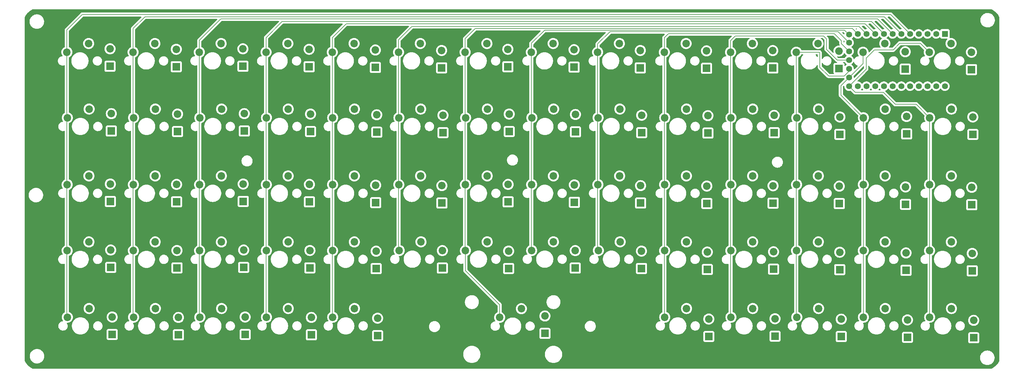
<source format=gbr>
%TF.GenerationSoftware,KiCad,Pcbnew,(6.0.1)*%
%TF.CreationDate,2022-06-24T19:37:25-07:00*%
%TF.ProjectId,75ortho,37356f72-7468-46f2-9e6b-696361645f70,rev?*%
%TF.SameCoordinates,Original*%
%TF.FileFunction,Copper,L2,Bot*%
%TF.FilePolarity,Positive*%
%FSLAX46Y46*%
G04 Gerber Fmt 4.6, Leading zero omitted, Abs format (unit mm)*
G04 Created by KiCad (PCBNEW (6.0.1)) date 2022-06-24 19:37:25*
%MOMM*%
%LPD*%
G01*
G04 APERTURE LIST*
%TA.AperFunction,ComponentPad*%
%ADD10C,2.200000*%
%TD*%
%TA.AperFunction,ComponentPad*%
%ADD11R,2.200000X2.200000*%
%TD*%
%TA.AperFunction,ComponentPad*%
%ADD12O,2.200000X2.200000*%
%TD*%
%TA.AperFunction,ComponentPad*%
%ADD13R,1.752600X1.752600*%
%TD*%
%TA.AperFunction,ComponentPad*%
%ADD14C,1.752600*%
%TD*%
%TA.AperFunction,Conductor*%
%ADD15C,0.200000*%
%TD*%
G04 APERTURE END LIST*
D10*
%TO.P,REF\u002A\u002A,1*%
%TO.N,N/C*%
X237104133Y-107988285D03*
%TO.P,REF\u002A\u002A,2*%
X230754133Y-110528285D03*
%TD*%
%TO.P,REF\u002A\u002A,1*%
%TO.N,N/C*%
X295224200Y-165862000D03*
%TO.P,REF\u002A\u002A,2*%
X288874200Y-168402000D03*
%TD*%
D11*
%TO.P,REF\u002A\u002A,1*%
%TO.N,N/C*%
X320416133Y-115263468D03*
D12*
%TO.P,REF\u002A\u002A,2*%
X320416133Y-110183468D03*
%TD*%
D11*
%TO.P,REF\u002A\u002A,1*%
%TO.N,N/C*%
X359664000Y-193812783D03*
D12*
%TO.P,REF\u002A\u002A,2*%
X359664000Y-188732783D03*
%TD*%
D11*
%TO.P,REF\u002A\u002A,1*%
%TO.N,N/C*%
X166624000Y-192959966D03*
D12*
%TO.P,REF\u002A\u002A,2*%
X166624000Y-187879966D03*
%TD*%
D10*
%TO.P,REF\u002A\u002A,1*%
%TO.N,N/C*%
X140411200Y-146608800D03*
%TO.P,REF\u002A\u002A,2*%
X134061200Y-149148800D03*
%TD*%
D11*
%TO.P,REF\u002A\u002A,1*%
%TO.N,N/C*%
X301193200Y-154555166D03*
D12*
%TO.P,REF\u002A\u002A,2*%
X301193200Y-149475166D03*
%TD*%
D11*
%TO.P,REF\u002A\u002A,1*%
%TO.N,N/C*%
X262504133Y-115100285D03*
D12*
%TO.P,REF\u002A\u002A,2*%
X262504133Y-110020285D03*
%TD*%
D10*
%TO.P,REF\u002A\u002A,1*%
%TO.N,N/C*%
X198369133Y-107988285D03*
%TO.P,REF\u002A\u002A,2*%
X192019133Y-110528285D03*
%TD*%
%TO.P,REF\u002A\u002A,1*%
%TO.N,N/C*%
X121107200Y-165862000D03*
%TO.P,REF\u002A\u002A,2*%
X114757200Y-168402000D03*
%TD*%
D11*
%TO.P,REF\u002A\u002A,1*%
%TO.N,N/C*%
X359105200Y-155026983D03*
D12*
%TO.P,REF\u002A\u002A,2*%
X359105200Y-149946983D03*
%TD*%
D10*
%TO.P,REF\u002A\u002A,1*%
%TO.N,N/C*%
X314401200Y-146608800D03*
%TO.P,REF\u002A\u002A,2*%
X308051200Y-149148800D03*
%TD*%
%TO.P,REF\u002A\u002A,1*%
%TO.N,N/C*%
X140462000Y-185267600D03*
%TO.P,REF\u002A\u002A,2*%
X134112000Y-187807600D03*
%TD*%
D11*
%TO.P,REF\u002A\u002A,1*%
%TO.N,N/C*%
X146888200Y-173300366D03*
D12*
%TO.P,REF\u002A\u002A,2*%
X146888200Y-168220366D03*
%TD*%
D11*
%TO.P,REF\u002A\u002A,1*%
%TO.N,N/C*%
X185288133Y-114973285D03*
D12*
%TO.P,REF\u002A\u002A,2*%
X185288133Y-109893285D03*
%TD*%
D11*
%TO.P,REF\u002A\u002A,1*%
%TO.N,N/C*%
X224109067Y-173606898D03*
D12*
%TO.P,REF\u002A\u002A,2*%
X224109067Y-168526898D03*
%TD*%
D10*
%TO.P,REF\u002A\u002A,1*%
%TO.N,N/C*%
X179146200Y-165862000D03*
%TO.P,REF\u002A\u002A,2*%
X172796200Y-168402000D03*
%TD*%
%TO.P,REF\u002A\u002A,1*%
%TO.N,N/C*%
X353136200Y-165862000D03*
%TO.P,REF\u002A\u002A,2*%
X346786200Y-168402000D03*
%TD*%
%TO.P,REF\u002A\u002A,1*%
%TO.N,N/C*%
X314401200Y-165862000D03*
%TO.P,REF\u002A\u002A,2*%
X308051200Y-168402000D03*
%TD*%
%TO.P,REF\u002A\u002A,1*%
%TO.N,N/C*%
X198582067Y-165823715D03*
%TO.P,REF\u002A\u002A,2*%
X192232067Y-168363715D03*
%TD*%
%TO.P,REF\u002A\u002A,1*%
%TO.N,N/C*%
X140330133Y-107988285D03*
%TO.P,REF\u002A\u002A,2*%
X133980133Y-110528285D03*
%TD*%
D11*
%TO.P,REF\u002A\u002A,1*%
%TO.N,N/C*%
X108331000Y-133523966D03*
D12*
%TO.P,REF\u002A\u002A,2*%
X108331000Y-128443966D03*
%TD*%
D11*
%TO.P,REF\u002A\u002A,1*%
%TO.N,N/C*%
X301498000Y-134031966D03*
D12*
%TO.P,REF\u002A\u002A,2*%
X301498000Y-128951966D03*
%TD*%
D10*
%TO.P,REF\u002A\u002A,1*%
%TO.N,N/C*%
X314452000Y-127101600D03*
%TO.P,REF\u002A\u002A,2*%
X308102000Y-129641600D03*
%TD*%
%TO.P,REF\u002A\u002A,1*%
%TO.N,N/C*%
X159842200Y-165862000D03*
%TO.P,REF\u002A\u002A,2*%
X153492200Y-168402000D03*
%TD*%
%TO.P,REF\u002A\u002A,1*%
%TO.N,N/C*%
X353055133Y-107988285D03*
%TO.P,REF\u002A\u002A,2*%
X346705133Y-110528285D03*
%TD*%
%TO.P,REF\u002A\u002A,1*%
%TO.N,N/C*%
X256408133Y-107988285D03*
%TO.P,REF\u002A\u002A,2*%
X250058133Y-110528285D03*
%TD*%
%TO.P,REF\u002A\u002A,1*%
%TO.N,N/C*%
X101722133Y-107988285D03*
%TO.P,REF\u002A\u002A,2*%
X95372133Y-110528285D03*
%TD*%
%TO.P,REF\u002A\u002A,1*%
%TO.N,N/C*%
X179065133Y-107988285D03*
%TO.P,REF\u002A\u002A,2*%
X172715133Y-110528285D03*
%TD*%
D11*
%TO.P,REF\u002A\u002A,1*%
%TO.N,N/C*%
X185369200Y-154391983D03*
D12*
%TO.P,REF\u002A\u002A,2*%
X185369200Y-149311983D03*
%TD*%
D10*
%TO.P,REF\u002A\u002A,1*%
%TO.N,N/C*%
X295224200Y-146608800D03*
%TO.P,REF\u002A\u002A,2*%
X288874200Y-149148800D03*
%TD*%
D11*
%TO.P,REF\u002A\u002A,1*%
%TO.N,N/C*%
X321056000Y-193467966D03*
D12*
%TO.P,REF\u002A\u002A,2*%
X321056000Y-188387966D03*
%TD*%
D11*
%TO.P,REF\u002A\u002A,1*%
%TO.N,N/C*%
X146761200Y-154047166D03*
D12*
%TO.P,REF\u002A\u002A,2*%
X146761200Y-148967166D03*
%TD*%
D10*
%TO.P,REF\u002A\u002A,1*%
%TO.N,N/C*%
X140411200Y-165862000D03*
%TO.P,REF\u002A\u002A,2*%
X134061200Y-168402000D03*
%TD*%
%TO.P,REF\u002A\u002A,1*%
%TO.N,N/C*%
X159893000Y-185267600D03*
%TO.P,REF\u002A\u002A,2*%
X153543000Y-187807600D03*
%TD*%
D11*
%TO.P,REF\u002A\u002A,1*%
%TO.N,N/C*%
X204592133Y-115100285D03*
D12*
%TO.P,REF\u002A\u002A,2*%
X204592133Y-110020285D03*
%TD*%
D10*
%TO.P,REF\u002A\u002A,1*%
%TO.N,N/C*%
X275920200Y-146608800D03*
%TO.P,REF\u002A\u002A,2*%
X269570200Y-149148800D03*
%TD*%
D11*
%TO.P,REF\u002A\u002A,1*%
%TO.N,N/C*%
X127889000Y-192959966D03*
D12*
%TO.P,REF\u002A\u002A,2*%
X127889000Y-187879966D03*
%TD*%
D10*
%TO.P,REF\u002A\u002A,1*%
%TO.N,N/C*%
X237190067Y-165823715D03*
%TO.P,REF\u002A\u002A,2*%
X230840067Y-168363715D03*
%TD*%
%TO.P,REF\u002A\u002A,1*%
%TO.N,N/C*%
X101803200Y-165862000D03*
%TO.P,REF\u002A\u002A,2*%
X95453200Y-168402000D03*
%TD*%
D11*
%TO.P,REF\u002A\u002A,1*%
%TO.N,N/C*%
X320624200Y-173935366D03*
D12*
%TO.P,REF\u002A\u002A,2*%
X320624200Y-168855366D03*
%TD*%
D10*
%TO.P,REF\u002A\u002A,1*%
%TO.N,N/C*%
X353187000Y-127101600D03*
%TO.P,REF\u002A\u002A,2*%
X346837000Y-129641600D03*
%TD*%
%TO.P,REF\u002A\u002A,1*%
%TO.N,N/C*%
X275839133Y-107988285D03*
%TO.P,REF\u002A\u002A,2*%
X269489133Y-110528285D03*
%TD*%
%TO.P,REF\u002A\u002A,1*%
%TO.N,N/C*%
X179197000Y-127101600D03*
%TO.P,REF\u002A\u002A,2*%
X172847000Y-129641600D03*
%TD*%
D11*
%TO.P,REF\u002A\u002A,1*%
%TO.N,N/C*%
X147320000Y-192832966D03*
D12*
%TO.P,REF\u002A\u002A,2*%
X147320000Y-187752966D03*
%TD*%
D11*
%TO.P,REF\u002A\u002A,1*%
%TO.N,N/C*%
X262844067Y-173606898D03*
D12*
%TO.P,REF\u002A\u002A,2*%
X262844067Y-168526898D03*
%TD*%
D11*
%TO.P,REF\u002A\u002A,1*%
%TO.N,N/C*%
X262585200Y-154518983D03*
D12*
%TO.P,REF\u002A\u002A,2*%
X262585200Y-149438983D03*
%TD*%
D11*
%TO.P,REF\u002A\u002A,1*%
%TO.N,N/C*%
X108153200Y-173300366D03*
D12*
%TO.P,REF\u002A\u002A,2*%
X108153200Y-168220366D03*
%TD*%
D10*
%TO.P,REF\u002A\u002A,1*%
%TO.N,N/C*%
X314320133Y-107988285D03*
%TO.P,REF\u002A\u002A,2*%
X307970133Y-110528285D03*
%TD*%
D11*
%TO.P,REF\u002A\u002A,1*%
%TO.N,N/C*%
X243586000Y-133777966D03*
D12*
%TO.P,REF\u002A\u002A,2*%
X243586000Y-128697966D03*
%TD*%
D11*
%TO.P,REF\u002A\u002A,1*%
%TO.N,N/C*%
X359232200Y-174280183D03*
D12*
%TO.P,REF\u002A\u002A,2*%
X359232200Y-169200183D03*
%TD*%
D10*
%TO.P,REF\u002A\u002A,1*%
%TO.N,N/C*%
X256540000Y-127101600D03*
%TO.P,REF\u002A\u002A,2*%
X250190000Y-129641600D03*
%TD*%
D11*
%TO.P,REF\u002A\u002A,1*%
%TO.N,N/C*%
X301752000Y-193340966D03*
D12*
%TO.P,REF\u002A\u002A,2*%
X301752000Y-188260966D03*
%TD*%
D11*
%TO.P,REF\u002A\u002A,1*%
%TO.N,N/C*%
X127330200Y-154174166D03*
D12*
%TO.P,REF\u002A\u002A,2*%
X127330200Y-149094166D03*
%TD*%
D10*
%TO.P,REF\u002A\u002A,1*%
%TO.N,N/C*%
X159842200Y-146608800D03*
%TO.P,REF\u002A\u002A,2*%
X153492200Y-149148800D03*
%TD*%
%TO.P,REF\u002A\u002A,1*%
%TO.N,N/C*%
X101854000Y-127101600D03*
%TO.P,REF\u002A\u002A,2*%
X95504000Y-129641600D03*
%TD*%
D11*
%TO.P,REF\u002A\u002A,1*%
%TO.N,N/C*%
X108585000Y-192832966D03*
D12*
%TO.P,REF\u002A\u002A,2*%
X108585000Y-187752966D03*
%TD*%
D10*
%TO.P,REF\u002A\u002A,1*%
%TO.N,N/C*%
X101854000Y-185267600D03*
%TO.P,REF\u002A\u002A,2*%
X95504000Y-187807600D03*
%TD*%
D11*
%TO.P,REF\u002A\u002A,1*%
%TO.N,N/C*%
X146680133Y-114628468D03*
D12*
%TO.P,REF\u002A\u002A,2*%
X146680133Y-109548468D03*
%TD*%
D11*
%TO.P,REF\u002A\u002A,1*%
%TO.N,N/C*%
X243281200Y-154301166D03*
D12*
%TO.P,REF\u002A\u002A,2*%
X243281200Y-149221166D03*
%TD*%
D10*
%TO.P,REF\u002A\u002A,1*%
%TO.N,N/C*%
X217932000Y-127101600D03*
%TO.P,REF\u002A\u002A,2*%
X211582000Y-129641600D03*
%TD*%
D11*
%TO.P,REF\u002A\u002A,1*%
%TO.N,N/C*%
X262890000Y-133995783D03*
D12*
%TO.P,REF\u002A\u002A,2*%
X262890000Y-128915783D03*
%TD*%
D11*
%TO.P,REF\u002A\u002A,1*%
%TO.N,N/C*%
X108026200Y-154047166D03*
D12*
%TO.P,REF\u002A\u002A,2*%
X108026200Y-148967166D03*
%TD*%
D11*
%TO.P,REF\u002A\u002A,1*%
%TO.N,N/C*%
X127249133Y-114755468D03*
D12*
%TO.P,REF\u002A\u002A,2*%
X127249133Y-109675468D03*
%TD*%
D10*
%TO.P,REF\u002A\u002A,1*%
%TO.N,N/C*%
X353187000Y-185267600D03*
%TO.P,REF\u002A\u002A,2*%
X346837000Y-187807600D03*
%TD*%
D11*
%TO.P,REF\u002A\u002A,1*%
%TO.N,N/C*%
X234696000Y-192542783D03*
D12*
%TO.P,REF\u002A\u002A,2*%
X234696000Y-187462783D03*
%TD*%
D10*
%TO.P,REF\u002A\u002A,1*%
%TO.N,N/C*%
X159893000Y-127101600D03*
%TO.P,REF\u002A\u002A,2*%
X153543000Y-129641600D03*
%TD*%
D11*
%TO.P,REF\u002A\u002A,1*%
%TO.N,N/C*%
X147066000Y-133523966D03*
D12*
%TO.P,REF\u002A\u002A,2*%
X147066000Y-128443966D03*
%TD*%
D10*
%TO.P,REF\u002A\u002A,1*%
%TO.N,N/C*%
X101803200Y-146608800D03*
%TO.P,REF\u002A\u002A,2*%
X95453200Y-149148800D03*
%TD*%
%TO.P,REF\u002A\u002A,1*%
%TO.N,N/C*%
X275971000Y-185267600D03*
%TO.P,REF\u002A\u002A,2*%
X269621000Y-187807600D03*
%TD*%
%TO.P,REF\u002A\u002A,1*%
%TO.N,N/C*%
X121158000Y-127101600D03*
%TO.P,REF\u002A\u002A,2*%
X114808000Y-129641600D03*
%TD*%
D11*
%TO.P,REF\u002A\u002A,1*%
%TO.N,N/C*%
X223896133Y-114755468D03*
D12*
%TO.P,REF\u002A\u002A,2*%
X223896133Y-109675468D03*
%TD*%
D10*
%TO.P,REF\u002A\u002A,1*%
%TO.N,N/C*%
X198501000Y-127101600D03*
%TO.P,REF\u002A\u002A,2*%
X192151000Y-129641600D03*
%TD*%
%TO.P,REF\u002A\u002A,1*%
%TO.N,N/C*%
X217800133Y-107988285D03*
%TO.P,REF\u002A\u002A,2*%
X211450133Y-110528285D03*
%TD*%
D11*
%TO.P,REF\u002A\u002A,1*%
%TO.N,N/C*%
X359410000Y-134503783D03*
D12*
%TO.P,REF\u002A\u002A,2*%
X359410000Y-129423783D03*
%TD*%
D10*
%TO.P,REF\u002A\u002A,1*%
%TO.N,N/C*%
X227838000Y-185328600D03*
%TO.P,REF\u002A\u002A,2*%
X221488000Y-187868600D03*
%TD*%
D11*
%TO.P,REF\u002A\u002A,1*%
%TO.N,N/C*%
X340360000Y-193685783D03*
D12*
%TO.P,REF\u002A\u002A,2*%
X340360000Y-188605783D03*
%TD*%
D10*
%TO.P,REF\u002A\u002A,1*%
%TO.N,N/C*%
X275920200Y-165862000D03*
%TO.P,REF\u002A\u002A,2*%
X269570200Y-168402000D03*
%TD*%
D11*
%TO.P,REF\u002A\u002A,1*%
%TO.N,N/C*%
X243540067Y-173479898D03*
D12*
%TO.P,REF\u002A\u002A,2*%
X243540067Y-168399898D03*
%TD*%
D10*
%TO.P,REF\u002A\u002A,1*%
%TO.N,N/C*%
X256489200Y-146608800D03*
%TO.P,REF\u002A\u002A,2*%
X250139200Y-149148800D03*
%TD*%
%TO.P,REF\u002A\u002A,1*%
%TO.N,N/C*%
X121158000Y-185267600D03*
%TO.P,REF\u002A\u002A,2*%
X114808000Y-187807600D03*
%TD*%
%TO.P,REF\u002A\u002A,1*%
%TO.N,N/C*%
X275971000Y-127101600D03*
%TO.P,REF\u002A\u002A,2*%
X269621000Y-129641600D03*
%TD*%
%TO.P,REF\u002A\u002A,1*%
%TO.N,N/C*%
X333883000Y-127101600D03*
%TO.P,REF\u002A\u002A,2*%
X327533000Y-129641600D03*
%TD*%
%TO.P,REF\u002A\u002A,1*%
%TO.N,N/C*%
X198450200Y-146608800D03*
%TO.P,REF\u002A\u002A,2*%
X192100200Y-149148800D03*
%TD*%
%TO.P,REF\u002A\u002A,1*%
%TO.N,N/C*%
X179146200Y-146608800D03*
%TO.P,REF\u002A\u002A,2*%
X172796200Y-149148800D03*
%TD*%
%TO.P,REF\u002A\u002A,1*%
%TO.N,N/C*%
X333832200Y-165862000D03*
%TO.P,REF\u002A\u002A,2*%
X327482200Y-168402000D03*
%TD*%
D13*
%TO.P,U1,1*%
%TO.N,N/C*%
X351277133Y-105194285D03*
D14*
%TO.P,U1,2*%
X348737133Y-105194285D03*
%TO.P,U1,3*%
X346197133Y-105194285D03*
%TO.P,U1,4*%
X343657133Y-105194285D03*
%TO.P,U1,5*%
X341117133Y-105194285D03*
%TO.P,U1,6*%
X338577133Y-105194285D03*
%TO.P,U1,7*%
X336037133Y-105194285D03*
%TO.P,U1,8*%
X333497133Y-105194285D03*
%TO.P,U1,9*%
X330957133Y-105194285D03*
%TO.P,U1,10*%
X328417133Y-105194285D03*
%TO.P,U1,11*%
X325877133Y-105194285D03*
%TO.P,U1,12*%
X323337133Y-105422885D03*
%TO.P,U1,13*%
X323337133Y-120434285D03*
%TO.P,U1,14*%
X325877133Y-120434285D03*
%TO.P,U1,15*%
X328417133Y-120434285D03*
%TO.P,U1,16*%
X330957133Y-120434285D03*
%TO.P,U1,17*%
X333497133Y-120434285D03*
%TO.P,U1,18*%
X336037133Y-120434285D03*
%TO.P,U1,19*%
X338577133Y-120434285D03*
%TO.P,U1,20*%
X341117133Y-120434285D03*
%TO.P,U1,21*%
X343657133Y-120434285D03*
%TO.P,U1,22*%
X346197133Y-120434285D03*
%TO.P,U1,23*%
X348737133Y-120434285D03*
%TO.P,U1,24*%
X351277133Y-120434285D03*
%TO.P,U1,25*%
X323337133Y-107734285D03*
%TO.P,U1,26*%
X323337133Y-110274285D03*
%TO.P,U1,27*%
X323337133Y-112814285D03*
%TO.P,U1,28*%
X323337133Y-115354285D03*
%TO.P,U1,29*%
X323337133Y-117894285D03*
%TD*%
D11*
%TO.P,REF\u002A\u002A,1*%
%TO.N,N/C*%
X107945133Y-114628468D03*
D12*
%TO.P,REF\u002A\u002A,2*%
X107945133Y-109548468D03*
%TD*%
D10*
%TO.P,REF\u002A\u002A,1*%
%TO.N,N/C*%
X333832200Y-146608800D03*
%TO.P,REF\u002A\u002A,2*%
X327482200Y-149148800D03*
%TD*%
%TO.P,REF\u002A\u002A,1*%
%TO.N,N/C*%
X333751133Y-107988285D03*
%TO.P,REF\u002A\u002A,2*%
X327401133Y-110528285D03*
%TD*%
D11*
%TO.P,REF\u002A\u002A,1*%
%TO.N,N/C*%
X340106000Y-134376783D03*
D12*
%TO.P,REF\u002A\u002A,2*%
X340106000Y-129296783D03*
%TD*%
D11*
%TO.P,REF\u002A\u002A,1*%
%TO.N,N/C*%
X166065200Y-154174166D03*
D12*
%TO.P,REF\u002A\u002A,2*%
X166065200Y-149094166D03*
%TD*%
D11*
%TO.P,REF\u002A\u002A,1*%
%TO.N,N/C*%
X301320200Y-173808366D03*
D12*
%TO.P,REF\u002A\u002A,2*%
X301320200Y-168728366D03*
%TD*%
D11*
%TO.P,REF\u002A\u002A,1*%
%TO.N,N/C*%
X127457200Y-173427366D03*
D12*
%TO.P,REF\u002A\u002A,2*%
X127457200Y-168347366D03*
%TD*%
D11*
%TO.P,REF\u002A\u002A,1*%
%TO.N,N/C*%
X243200133Y-114882468D03*
D12*
%TO.P,REF\u002A\u002A,2*%
X243200133Y-109802468D03*
%TD*%
D10*
%TO.P,REF\u002A\u002A,1*%
%TO.N,N/C*%
X179197000Y-185267600D03*
%TO.P,REF\u002A\u002A,2*%
X172847000Y-187807600D03*
%TD*%
D11*
%TO.P,REF\u002A\u002A,1*%
%TO.N,N/C*%
X281808133Y-115227285D03*
D12*
%TO.P,REF\u002A\u002A,2*%
X281808133Y-110147285D03*
%TD*%
D11*
%TO.P,REF\u002A\u002A,1*%
%TO.N,N/C*%
X223977200Y-154174166D03*
D12*
%TO.P,REF\u002A\u002A,2*%
X223977200Y-149094166D03*
%TD*%
D11*
%TO.P,REF\u002A\u002A,1*%
%TO.N,N/C*%
X339928200Y-174153183D03*
D12*
%TO.P,REF\u002A\u002A,2*%
X339928200Y-169073183D03*
%TD*%
D11*
%TO.P,REF\u002A\u002A,1*%
%TO.N,N/C*%
X165984133Y-114755468D03*
D12*
%TO.P,REF\u002A\u002A,2*%
X165984133Y-109675468D03*
%TD*%
D10*
%TO.P,REF\u002A\u002A,1*%
%TO.N,N/C*%
X217881200Y-146608800D03*
%TO.P,REF\u002A\u002A,2*%
X211531200Y-149148800D03*
%TD*%
%TO.P,REF\u002A\u002A,1*%
%TO.N,N/C*%
X237236000Y-127101600D03*
%TO.P,REF\u002A\u002A,2*%
X230886000Y-129641600D03*
%TD*%
D11*
%TO.P,REF\u002A\u002A,1*%
%TO.N,N/C*%
X204805067Y-173479898D03*
D12*
%TO.P,REF\u002A\u002A,2*%
X204805067Y-168399898D03*
%TD*%
D10*
%TO.P,REF\u002A\u002A,1*%
%TO.N,N/C*%
X237185200Y-146608800D03*
%TO.P,REF\u002A\u002A,2*%
X230835200Y-149148800D03*
%TD*%
D11*
%TO.P,REF\u002A\u002A,1*%
%TO.N,N/C*%
X320497200Y-154682166D03*
D12*
%TO.P,REF\u002A\u002A,2*%
X320497200Y-149602166D03*
%TD*%
D10*
%TO.P,REF\u002A\u002A,1*%
%TO.N,N/C*%
X314452000Y-185267600D03*
%TO.P,REF\u002A\u002A,2*%
X308102000Y-187807600D03*
%TD*%
%TO.P,REF\u002A\u002A,1*%
%TO.N,N/C*%
X295275000Y-127101600D03*
%TO.P,REF\u002A\u002A,2*%
X288925000Y-129641600D03*
%TD*%
%TO.P,REF\u002A\u002A,1*%
%TO.N,N/C*%
X295143133Y-107988285D03*
%TO.P,REF\u002A\u002A,2*%
X288793133Y-110528285D03*
%TD*%
D11*
%TO.P,REF\u002A\u002A,1*%
%TO.N,N/C*%
X282194000Y-134122783D03*
D12*
%TO.P,REF\u002A\u002A,2*%
X282194000Y-129042783D03*
%TD*%
D11*
%TO.P,REF\u002A\u002A,1*%
%TO.N,N/C*%
X281889200Y-154645983D03*
D12*
%TO.P,REF\u002A\u002A,2*%
X281889200Y-149565983D03*
%TD*%
D11*
%TO.P,REF\u002A\u002A,1*%
%TO.N,N/C*%
X224282000Y-133650966D03*
D12*
%TO.P,REF\u002A\u002A,2*%
X224282000Y-128570966D03*
%TD*%
D10*
%TO.P,REF\u002A\u002A,1*%
%TO.N,N/C*%
X333883000Y-185267600D03*
%TO.P,REF\u002A\u002A,2*%
X327533000Y-187807600D03*
%TD*%
D11*
%TO.P,REF\u002A\u002A,1*%
%TO.N,N/C*%
X185496200Y-173645183D03*
D12*
%TO.P,REF\u002A\u002A,2*%
X185496200Y-168565183D03*
%TD*%
D10*
%TO.P,REF\u002A\u002A,1*%
%TO.N,N/C*%
X217886067Y-165823715D03*
%TO.P,REF\u002A\u002A,2*%
X211536067Y-168363715D03*
%TD*%
%TO.P,REF\u002A\u002A,1*%
%TO.N,N/C*%
X256621067Y-165823715D03*
%TO.P,REF\u002A\u002A,2*%
X250271067Y-168363715D03*
%TD*%
D11*
%TO.P,REF\u002A\u002A,1*%
%TO.N,N/C*%
X282448000Y-193431783D03*
D12*
%TO.P,REF\u002A\u002A,2*%
X282448000Y-188351783D03*
%TD*%
D11*
%TO.P,REF\u002A\u002A,1*%
%TO.N,N/C*%
X320675000Y-134503783D03*
D12*
%TO.P,REF\u002A\u002A,2*%
X320675000Y-129423783D03*
%TD*%
D11*
%TO.P,REF\u002A\u002A,1*%
%TO.N,N/C*%
X204673200Y-154518983D03*
D12*
%TO.P,REF\u002A\u002A,2*%
X204673200Y-149438983D03*
%TD*%
D11*
%TO.P,REF\u002A\u002A,1*%
%TO.N,N/C*%
X204978000Y-133995783D03*
D12*
%TO.P,REF\u002A\u002A,2*%
X204978000Y-128915783D03*
%TD*%
D11*
%TO.P,REF\u002A\u002A,1*%
%TO.N,N/C*%
X127635000Y-133650966D03*
D12*
%TO.P,REF\u002A\u002A,2*%
X127635000Y-128570966D03*
%TD*%
D11*
%TO.P,REF\u002A\u002A,1*%
%TO.N,N/C*%
X185928000Y-193177783D03*
D12*
%TO.P,REF\u002A\u002A,2*%
X185928000Y-188097783D03*
%TD*%
D11*
%TO.P,REF\u002A\u002A,1*%
%TO.N,N/C*%
X301112133Y-115136468D03*
D12*
%TO.P,REF\u002A\u002A,2*%
X301112133Y-110056468D03*
%TD*%
D10*
%TO.P,REF\u002A\u002A,1*%
%TO.N,N/C*%
X295275000Y-185267600D03*
%TO.P,REF\u002A\u002A,2*%
X288925000Y-187807600D03*
%TD*%
D11*
%TO.P,REF\u002A\u002A,1*%
%TO.N,N/C*%
X166370000Y-133650966D03*
D12*
%TO.P,REF\u002A\u002A,2*%
X166370000Y-128570966D03*
%TD*%
D10*
%TO.P,REF\u002A\u002A,1*%
%TO.N,N/C*%
X353136200Y-146608800D03*
%TO.P,REF\u002A\u002A,2*%
X346786200Y-149148800D03*
%TD*%
D11*
%TO.P,REF\u002A\u002A,1*%
%TO.N,N/C*%
X166192200Y-173427366D03*
D12*
%TO.P,REF\u002A\u002A,2*%
X166192200Y-168347366D03*
%TD*%
D11*
%TO.P,REF\u002A\u002A,1*%
%TO.N,N/C*%
X185674000Y-133868783D03*
D12*
%TO.P,REF\u002A\u002A,2*%
X185674000Y-128788783D03*
%TD*%
D10*
%TO.P,REF\u002A\u002A,1*%
%TO.N,N/C*%
X159761133Y-107988285D03*
%TO.P,REF\u002A\u002A,2*%
X153411133Y-110528285D03*
%TD*%
D11*
%TO.P,REF\u002A\u002A,1*%
%TO.N,N/C*%
X282016200Y-173899183D03*
D12*
%TO.P,REF\u002A\u002A,2*%
X282016200Y-168819183D03*
%TD*%
D11*
%TO.P,REF\u002A\u002A,1*%
%TO.N,N/C*%
X339720133Y-115481285D03*
D12*
%TO.P,REF\u002A\u002A,2*%
X339720133Y-110401285D03*
%TD*%
D10*
%TO.P,REF\u002A\u002A,1*%
%TO.N,N/C*%
X140462000Y-127101600D03*
%TO.P,REF\u002A\u002A,2*%
X134112000Y-129641600D03*
%TD*%
%TO.P,REF\u002A\u002A,1*%
%TO.N,N/C*%
X121107200Y-146608800D03*
%TO.P,REF\u002A\u002A,2*%
X114757200Y-149148800D03*
%TD*%
D11*
%TO.P,REF\u002A\u002A,1*%
%TO.N,N/C*%
X359024133Y-115608285D03*
D12*
%TO.P,REF\u002A\u002A,2*%
X359024133Y-110528285D03*
%TD*%
D10*
%TO.P,REF\u002A\u002A,1*%
%TO.N,N/C*%
X121026133Y-107988285D03*
%TO.P,REF\u002A\u002A,2*%
X114676133Y-110528285D03*
%TD*%
D11*
%TO.P,REF\u002A\u002A,1*%
%TO.N,N/C*%
X339801200Y-154899983D03*
D12*
%TO.P,REF\u002A\u002A,2*%
X339801200Y-149819983D03*
%TD*%
D15*
%TO.N,*%
X344076048Y-107899200D02*
X346705133Y-110528285D01*
X338124800Y-107899200D02*
X344076048Y-107899200D01*
X330758800Y-109829600D02*
X336194400Y-109829600D01*
X336194400Y-109829600D02*
X338124800Y-107899200D01*
X328320400Y-115451018D02*
X328320400Y-112268000D01*
X328320400Y-112268000D02*
X330758800Y-109829600D01*
X323337133Y-120434285D02*
X328320400Y-115451018D01*
X321919600Y-117500400D02*
X323337133Y-116082867D01*
X314807600Y-114909600D02*
X317398400Y-117500400D01*
X317398400Y-117500400D02*
X321919600Y-117500400D01*
X314807600Y-110693200D02*
X314807600Y-114909600D01*
X314642685Y-110528285D02*
X314807600Y-110693200D01*
X307970133Y-110528285D02*
X314642685Y-110528285D01*
X323337133Y-116082867D02*
X323337133Y-115354285D01*
X323337133Y-115354285D02*
X323291200Y-115400218D01*
X234594400Y-104089200D02*
X322003448Y-104089200D01*
X230754133Y-107929467D02*
X234594400Y-104089200D01*
X322003448Y-104089200D02*
X323337133Y-105422885D01*
X230754133Y-110528285D02*
X230754133Y-107929467D01*
X329902848Y-101600000D02*
X333497133Y-105194285D01*
X250058133Y-110528285D02*
X250058133Y-168150781D01*
X153411133Y-110528285D02*
X153411133Y-106303867D01*
X327533000Y-129641600D02*
X327533000Y-187807600D01*
X269489133Y-187675733D02*
X269621000Y-187807600D01*
X153411133Y-187675733D02*
X153543000Y-187807600D01*
X321106800Y-108043952D02*
X321106800Y-107188000D01*
X307970133Y-110528285D02*
X307970133Y-187675733D01*
X211450133Y-106557867D02*
X211450133Y-110528285D01*
X324264048Y-103581200D02*
X214426800Y-103581200D01*
X319925885Y-112814285D02*
X316788800Y-109677200D01*
X95372133Y-104017867D02*
X99822000Y-99568000D01*
X288793133Y-110528285D02*
X288793133Y-187675733D01*
X114676133Y-103636867D02*
X114676133Y-110528285D01*
X327997848Y-102235000D02*
X330957133Y-105194285D01*
X118110000Y-100203000D02*
X114676133Y-103636867D01*
X323337133Y-107734285D02*
X320149248Y-104546400D01*
X320954400Y-123063000D02*
X320954400Y-120277018D01*
X326219848Y-102997000D02*
X325704200Y-102997000D01*
X250058133Y-168150781D02*
X250271067Y-168363715D01*
X323337133Y-110274285D02*
X321106800Y-108043952D01*
X172715133Y-187675733D02*
X172847000Y-187807600D01*
X342925400Y-125730000D02*
X336854800Y-125730000D01*
X114676133Y-187675733D02*
X114808000Y-187807600D01*
X192019133Y-168150781D02*
X192232067Y-168363715D01*
X211450133Y-168277781D02*
X211536067Y-168363715D01*
X172715133Y-106303867D02*
X176784000Y-102235000D01*
X230754133Y-110528285D02*
X230754133Y-168277781D01*
X211450133Y-110528285D02*
X211450133Y-168277781D01*
X328417133Y-105194285D02*
X326219848Y-102997000D01*
X99822000Y-99568000D02*
X335490848Y-99568000D01*
X140208000Y-100838000D02*
X331680848Y-100838000D01*
X153411133Y-106303867D02*
X158115000Y-101600000D01*
X290169600Y-105765600D02*
X288793133Y-107142067D01*
X133980133Y-110528285D02*
X133980133Y-107065867D01*
X327533000Y-129641600D02*
X320954400Y-123063000D01*
X270713200Y-105105200D02*
X269489133Y-106329267D01*
X331045848Y-100203000D02*
X333585848Y-100203000D01*
X336854800Y-125730000D02*
X333349600Y-122224800D01*
X95372133Y-110528285D02*
X95372133Y-187675733D01*
X325127648Y-122224800D02*
X323337133Y-120434285D01*
X230754133Y-168277781D02*
X230840067Y-168363715D01*
X325877133Y-105194285D02*
X324264048Y-103581200D01*
X114676133Y-110528285D02*
X114676133Y-187675733D01*
X330957133Y-105194285D02*
X329010024Y-103247176D01*
X320149248Y-104546400D02*
X253644400Y-104546400D01*
X316788800Y-109677200D02*
X316788800Y-106680000D01*
X192019133Y-110528285D02*
X192019133Y-168150781D01*
X95372133Y-110528285D02*
X95372133Y-104017867D01*
X331680848Y-100838000D02*
X336037133Y-105194285D01*
X176784000Y-102235000D02*
X327997848Y-102235000D01*
X211536067Y-168363715D02*
X211536067Y-174248867D01*
X288793133Y-187675733D02*
X288925000Y-187807600D01*
X250058133Y-108132667D02*
X250058133Y-110528285D01*
X158115000Y-101600000D02*
X329902848Y-101600000D01*
X346837000Y-129641600D02*
X346837000Y-187807600D01*
X195961000Y-102997000D02*
X325704200Y-102997000D01*
X172715133Y-110528285D02*
X172715133Y-187675733D01*
X331045848Y-100203000D02*
X118110000Y-100203000D01*
X211536067Y-174248867D02*
X221488000Y-184200800D01*
X153411133Y-110528285D02*
X153411133Y-187675733D01*
X327401133Y-113830285D02*
X323337133Y-117894285D01*
X221488000Y-184200800D02*
X221488000Y-187868600D01*
X335490848Y-99568000D02*
X341117133Y-105194285D01*
X327401133Y-110528285D02*
X327401133Y-113830285D01*
X327997848Y-102235000D02*
X329010024Y-103247176D01*
X192019133Y-110528285D02*
X192019133Y-106938867D01*
X319024000Y-105105200D02*
X270713200Y-105105200D01*
X346837000Y-129641600D02*
X342925400Y-125730000D01*
X323337133Y-112814285D02*
X319925885Y-112814285D01*
X333349600Y-122224800D02*
X325127648Y-122224800D01*
X269489133Y-106329267D02*
X269489133Y-110528285D01*
X172715133Y-110528285D02*
X172715133Y-106303867D01*
X333585848Y-100203000D02*
X338577133Y-105194285D01*
X133980133Y-187675733D02*
X134112000Y-187807600D01*
X307970133Y-187675733D02*
X308102000Y-187807600D01*
X320954400Y-120277018D02*
X323337133Y-117894285D01*
X192019133Y-106938867D02*
X195961000Y-102997000D01*
X133980133Y-107065867D02*
X140208000Y-100838000D01*
X288793133Y-107142067D02*
X288793133Y-110528285D01*
X316788800Y-106680000D02*
X315874400Y-105765600D01*
X253644400Y-104546400D02*
X250058133Y-108132667D01*
X315874400Y-105765600D02*
X290169600Y-105765600D01*
X269489133Y-110528285D02*
X269489133Y-187675733D01*
X95372133Y-187675733D02*
X95504000Y-187807600D01*
X214426800Y-103581200D02*
X211450133Y-106557867D01*
X133980133Y-110528285D02*
X133980133Y-187675733D01*
X321106800Y-107188000D02*
X319024000Y-105105200D01*
%TD*%
%TA.AperFunction,NonConductor*%
G36*
X333349730Y-100831502D02*
G01*
X333370704Y-100848405D01*
X334842130Y-102319830D01*
X336116383Y-103594083D01*
X336150409Y-103656395D01*
X336145344Y-103727210D01*
X336102797Y-103784046D01*
X336036277Y-103808857D01*
X336025749Y-103809169D01*
X335945373Y-103808187D01*
X335945371Y-103808187D01*
X335940203Y-103808124D01*
X335715109Y-103842568D01*
X335684523Y-103852565D01*
X335661166Y-103860199D01*
X335590202Y-103862350D01*
X335532926Y-103829529D01*
X332729992Y-101026595D01*
X332695966Y-100964283D01*
X332701031Y-100893468D01*
X332743578Y-100836632D01*
X332810098Y-100811821D01*
X332819087Y-100811500D01*
X333281609Y-100811500D01*
X333349730Y-100831502D01*
G37*
%TD.AperFunction*%
%TA.AperFunction,NonConductor*%
G36*
X325557476Y-103625502D02*
G01*
X325603969Y-103679158D01*
X325614073Y-103749432D01*
X325584579Y-103814012D01*
X325528500Y-103851265D01*
X325501166Y-103860199D01*
X325430202Y-103862350D01*
X325372926Y-103829529D01*
X325363992Y-103820595D01*
X325329966Y-103758283D01*
X325335031Y-103687468D01*
X325377578Y-103630632D01*
X325444098Y-103605821D01*
X325453087Y-103605500D01*
X325489355Y-103605500D01*
X325557476Y-103625502D01*
G37*
%TD.AperFunction*%
%TA.AperFunction,NonConductor*%
G36*
X335254730Y-100196502D02*
G01*
X335275704Y-100213405D01*
X338656382Y-103594083D01*
X338690408Y-103656395D01*
X338685343Y-103727210D01*
X338642796Y-103784046D01*
X338576276Y-103808857D01*
X338565748Y-103809169D01*
X338485373Y-103808187D01*
X338485371Y-103808187D01*
X338480203Y-103808124D01*
X338255109Y-103842568D01*
X338224523Y-103852565D01*
X338201166Y-103860199D01*
X338130202Y-103862350D01*
X338072926Y-103829529D01*
X334634992Y-100391595D01*
X334600966Y-100329283D01*
X334606031Y-100258468D01*
X334648578Y-100201632D01*
X334715098Y-100176821D01*
X334724087Y-100176500D01*
X335186609Y-100176500D01*
X335254730Y-100196502D01*
G37*
%TD.AperFunction*%
%TA.AperFunction,NonConductor*%
G36*
X327761730Y-102863502D02*
G01*
X327782704Y-102880405D01*
X328496382Y-103594083D01*
X328530408Y-103656395D01*
X328525343Y-103727210D01*
X328482796Y-103784046D01*
X328416276Y-103808857D01*
X328405748Y-103809169D01*
X328325373Y-103808187D01*
X328325371Y-103808187D01*
X328320203Y-103808124D01*
X328095109Y-103842568D01*
X328064523Y-103852565D01*
X328041166Y-103860199D01*
X327970202Y-103862350D01*
X327912926Y-103829529D01*
X327141992Y-103058595D01*
X327107966Y-102996283D01*
X327113031Y-102925468D01*
X327155578Y-102868632D01*
X327222098Y-102843821D01*
X327231087Y-102843500D01*
X327693609Y-102843500D01*
X327761730Y-102863502D01*
G37*
%TD.AperFunction*%
%TA.AperFunction,NonConductor*%
G36*
X329666730Y-102228502D02*
G01*
X329687704Y-102245405D01*
X331036382Y-103594083D01*
X331070408Y-103656395D01*
X331065343Y-103727210D01*
X331022796Y-103784046D01*
X330956276Y-103808857D01*
X330945748Y-103809169D01*
X330865373Y-103808187D01*
X330865371Y-103808187D01*
X330860203Y-103808124D01*
X330635109Y-103842568D01*
X330604523Y-103852565D01*
X330581166Y-103860199D01*
X330510202Y-103862350D01*
X330452926Y-103829529D01*
X329046992Y-102423595D01*
X329012966Y-102361283D01*
X329018031Y-102290468D01*
X329060578Y-102233632D01*
X329127098Y-102208821D01*
X329136087Y-102208500D01*
X329598609Y-102208500D01*
X329666730Y-102228502D01*
G37*
%TD.AperFunction*%
%TA.AperFunction,NonConductor*%
G36*
X331444730Y-101466502D02*
G01*
X331465704Y-101483405D01*
X333576382Y-103594083D01*
X333610408Y-103656395D01*
X333605343Y-103727210D01*
X333562796Y-103784046D01*
X333496276Y-103808857D01*
X333485748Y-103809169D01*
X333405373Y-103808187D01*
X333405371Y-103808187D01*
X333400203Y-103808124D01*
X333175109Y-103842568D01*
X333144523Y-103852565D01*
X333121166Y-103860199D01*
X333050202Y-103862350D01*
X332992926Y-103829529D01*
X330824992Y-101661595D01*
X330790966Y-101599283D01*
X330796031Y-101528468D01*
X330838578Y-101471632D01*
X330905098Y-101446821D01*
X330914087Y-101446500D01*
X331376609Y-101446500D01*
X331444730Y-101466502D01*
G37*
%TD.AperFunction*%
%TA.AperFunction,NonConductor*%
G36*
X321767330Y-104717702D02*
G01*
X321788304Y-104734605D01*
X321973219Y-104919520D01*
X322007245Y-104981832D01*
X322005541Y-105042287D01*
X321972200Y-105162510D01*
X321971651Y-105167648D01*
X321971649Y-105167658D01*
X321966772Y-105213289D01*
X321939644Y-105278899D01*
X321881352Y-105319426D01*
X321810402Y-105322005D01*
X321752391Y-105288994D01*
X321376192Y-104912795D01*
X321342166Y-104850483D01*
X321347231Y-104779668D01*
X321389778Y-104722832D01*
X321456298Y-104698021D01*
X321465287Y-104697700D01*
X321699209Y-104697700D01*
X321767330Y-104717702D01*
G37*
%TD.AperFunction*%
%TA.AperFunction,NonConductor*%
G36*
X321923812Y-107181967D02*
G01*
X321930395Y-107188096D01*
X321973219Y-107230920D01*
X322007245Y-107293232D01*
X322005541Y-107353687D01*
X322000988Y-107370106D01*
X321972200Y-107473910D01*
X321971651Y-107479047D01*
X321966587Y-107526432D01*
X321939459Y-107592042D01*
X321881167Y-107632570D01*
X321810217Y-107635149D01*
X321749136Y-107598960D01*
X321717316Y-107535493D01*
X321715300Y-107513043D01*
X321715300Y-107277191D01*
X321735302Y-107209070D01*
X321788958Y-107162577D01*
X321859232Y-107152473D01*
X321923812Y-107181967D01*
G37*
%TD.AperFunction*%
%TA.AperFunction,NonConductor*%
G36*
X318787882Y-105733702D02*
G01*
X318808856Y-105750605D01*
X320461395Y-107403144D01*
X320495421Y-107465456D01*
X320498300Y-107492239D01*
X320498300Y-107995816D01*
X320497222Y-108012259D01*
X320493050Y-108043952D01*
X320498300Y-108083832D01*
X320498300Y-108083837D01*
X320509416Y-108168272D01*
X320513962Y-108202803D01*
X320575276Y-108350828D01*
X320592206Y-108372891D01*
X320617806Y-108439110D01*
X320603542Y-108508658D01*
X320553941Y-108559455D01*
X320482357Y-108575206D01*
X320421063Y-108570382D01*
X320416133Y-108569994D01*
X320163730Y-108589859D01*
X320158923Y-108591013D01*
X320158917Y-108591014D01*
X320002165Y-108628647D01*
X319917542Y-108648963D01*
X319912971Y-108650856D01*
X319912969Y-108650857D01*
X319688205Y-108743957D01*
X319688201Y-108743959D01*
X319683631Y-108745852D01*
X319467757Y-108878140D01*
X319275235Y-109042570D01*
X319272027Y-109046326D01*
X319255441Y-109065746D01*
X319110805Y-109235092D01*
X318978517Y-109450966D01*
X318976624Y-109455536D01*
X318976622Y-109455540D01*
X318896615Y-109648694D01*
X318881628Y-109684877D01*
X318880473Y-109689689D01*
X318825232Y-109919786D01*
X318822524Y-109931065D01*
X318802659Y-110183468D01*
X318822524Y-110435871D01*
X318823678Y-110440678D01*
X318823679Y-110440684D01*
X318837162Y-110496844D01*
X318847329Y-110539190D01*
X318849182Y-110546910D01*
X318845635Y-110617818D01*
X318804315Y-110675552D01*
X318738341Y-110701782D01*
X318668660Y-110688179D01*
X318637568Y-110665419D01*
X317434205Y-109462056D01*
X317400179Y-109399744D01*
X317397300Y-109372961D01*
X317397300Y-106728136D01*
X317398378Y-106711690D01*
X317401472Y-106688188D01*
X317402550Y-106680000D01*
X317397300Y-106640120D01*
X317397300Y-106640115D01*
X317385892Y-106553466D01*
X317382716Y-106529340D01*
X317382716Y-106529339D01*
X317382626Y-106528657D01*
X317381638Y-106521149D01*
X317377612Y-106511428D01*
X317334441Y-106407205D01*
X317320324Y-106373124D01*
X317247278Y-106277929D01*
X317247274Y-106277925D01*
X317236579Y-106263987D01*
X317227816Y-106252566D01*
X317227813Y-106252563D01*
X317222787Y-106246013D01*
X317216232Y-106240983D01*
X317197421Y-106226548D01*
X317185030Y-106215681D01*
X316898144Y-105928795D01*
X316864118Y-105866483D01*
X316869183Y-105795668D01*
X316911730Y-105738832D01*
X316978250Y-105714021D01*
X316987239Y-105713700D01*
X318719761Y-105713700D01*
X318787882Y-105733702D01*
G37*
%TD.AperFunction*%
%TA.AperFunction,NonConductor*%
G36*
X314141221Y-111156787D02*
G01*
X314187714Y-111210443D01*
X314199100Y-111262785D01*
X314199100Y-111770615D01*
X314179098Y-111838736D01*
X314125442Y-111885229D01*
X314055168Y-111895333D01*
X313990588Y-111865839D01*
X313962686Y-111831316D01*
X313904226Y-111724978D01*
X313904224Y-111724975D01*
X313902317Y-111721506D01*
X313716787Y-111466145D01*
X313606816Y-111349038D01*
X313574765Y-111285688D01*
X313582052Y-111215066D01*
X313626363Y-111159595D01*
X313698666Y-111136785D01*
X314073100Y-111136785D01*
X314141221Y-111156787D01*
G37*
%TD.AperFunction*%
%TA.AperFunction,NonConductor*%
G36*
X322042748Y-110835791D02*
G01*
X322091128Y-110887753D01*
X322094571Y-110895361D01*
X322094900Y-110896011D01*
X322096844Y-110900800D01*
X322215825Y-111094959D01*
X322364919Y-111267078D01*
X322540122Y-111412534D01*
X322544573Y-111415135D01*
X322544583Y-111415142D01*
X322577399Y-111434318D01*
X322626122Y-111485957D01*
X322639192Y-111555740D01*
X322612459Y-111621512D01*
X322589486Y-111643860D01*
X322414577Y-111775185D01*
X322407793Y-111782284D01*
X322309417Y-111885229D01*
X322257253Y-111939815D01*
X322254339Y-111944087D01*
X322254338Y-111944088D01*
X322131849Y-112123650D01*
X322131846Y-112123655D01*
X322128930Y-112127930D01*
X322126750Y-112132625D01*
X322126749Y-112132628D01*
X322126651Y-112132839D01*
X322126589Y-112132910D01*
X322124197Y-112137120D01*
X322123328Y-112136626D01*
X322079825Y-112186204D01*
X322012365Y-112205785D01*
X320230124Y-112205785D01*
X320162003Y-112185783D01*
X320141029Y-112168880D01*
X319934182Y-111962033D01*
X319900156Y-111899721D01*
X319905221Y-111828906D01*
X319947768Y-111772070D01*
X320014288Y-111747259D01*
X320052690Y-111750419D01*
X320074243Y-111755593D01*
X320158917Y-111775922D01*
X320158923Y-111775923D01*
X320163730Y-111777077D01*
X320416133Y-111796942D01*
X320668536Y-111777077D01*
X320673343Y-111775923D01*
X320673349Y-111775922D01*
X320830101Y-111738289D01*
X320914724Y-111717973D01*
X320926735Y-111712998D01*
X321144061Y-111622979D01*
X321144065Y-111622977D01*
X321148635Y-111621084D01*
X321364509Y-111488796D01*
X321557031Y-111324366D01*
X321721461Y-111131844D01*
X321853749Y-110915970D01*
X321862047Y-110895937D01*
X321906594Y-110840656D01*
X321973957Y-110818234D01*
X322042748Y-110835791D01*
G37*
%TD.AperFunction*%
%TA.AperFunction,NonConductor*%
G36*
X332315324Y-105924038D02*
G01*
X332335416Y-105949020D01*
X332373122Y-106010549D01*
X332373125Y-106010554D01*
X332375825Y-106014959D01*
X332524919Y-106187078D01*
X332700122Y-106332534D01*
X332704574Y-106335136D01*
X332704579Y-106335139D01*
X332863601Y-106428064D01*
X332912324Y-106479703D01*
X332925395Y-106549486D01*
X332898663Y-106615258D01*
X332865864Y-106644285D01*
X332806976Y-106680371D01*
X332806971Y-106680375D01*
X332802757Y-106682957D01*
X332610235Y-106847387D01*
X332445805Y-107039909D01*
X332313517Y-107255783D01*
X332311624Y-107260353D01*
X332311622Y-107260357D01*
X332225230Y-107468927D01*
X332216628Y-107489694D01*
X332207808Y-107526432D01*
X332158795Y-107730588D01*
X332157524Y-107735882D01*
X332137659Y-107988285D01*
X332157524Y-108240688D01*
X332158678Y-108245495D01*
X332158679Y-108245501D01*
X332188277Y-108368785D01*
X332216628Y-108486876D01*
X332218521Y-108491447D01*
X332218522Y-108491449D01*
X332310033Y-108712375D01*
X332313517Y-108720787D01*
X332445805Y-108936661D01*
X332449012Y-108940416D01*
X332449015Y-108940420D01*
X332468872Y-108963669D01*
X332494590Y-108993780D01*
X332511235Y-109013269D01*
X332540266Y-109078059D01*
X332529661Y-109148259D01*
X332482787Y-109201581D01*
X332415424Y-109221100D01*
X330806936Y-109221100D01*
X330790490Y-109220022D01*
X330766988Y-109216928D01*
X330758800Y-109215850D01*
X330750612Y-109216928D01*
X330718929Y-109221099D01*
X330718920Y-109221100D01*
X330718915Y-109221100D01*
X330599950Y-109236762D01*
X330451925Y-109298076D01*
X330451923Y-109298077D01*
X330451924Y-109298077D01*
X330356728Y-109371123D01*
X330356725Y-109371126D01*
X330324813Y-109395613D01*
X330319783Y-109402168D01*
X330305348Y-109420979D01*
X330294481Y-109433370D01*
X329221364Y-110506487D01*
X329159052Y-110540513D01*
X329088237Y-110535448D01*
X329031401Y-110492901D01*
X329006657Y-110427278D01*
X329006028Y-110419278D01*
X328994742Y-110275882D01*
X328992314Y-110265765D01*
X328947541Y-110079275D01*
X328935638Y-110029694D01*
X328929699Y-110015355D01*
X328840644Y-109800357D01*
X328840642Y-109800353D01*
X328838749Y-109795783D01*
X328706461Y-109579909D01*
X328542031Y-109387387D01*
X328349509Y-109222957D01*
X328133635Y-109090669D01*
X328129065Y-109088776D01*
X328129061Y-109088774D01*
X327904297Y-108995674D01*
X327904295Y-108995673D01*
X327899724Y-108993780D01*
X327815101Y-108973464D01*
X327658349Y-108935831D01*
X327658343Y-108935830D01*
X327653536Y-108934676D01*
X327401133Y-108914811D01*
X327148730Y-108934676D01*
X327143923Y-108935830D01*
X327143917Y-108935831D01*
X326987165Y-108973464D01*
X326902542Y-108993780D01*
X326897971Y-108995673D01*
X326897969Y-108995674D01*
X326673205Y-109088774D01*
X326673201Y-109088776D01*
X326668631Y-109090669D01*
X326452757Y-109222957D01*
X326260235Y-109387387D01*
X326095805Y-109579909D01*
X325963517Y-109795783D01*
X325961624Y-109800353D01*
X325961622Y-109800357D01*
X325872567Y-110015355D01*
X325866628Y-110029694D01*
X325854725Y-110079275D01*
X325809953Y-110265765D01*
X325807524Y-110275882D01*
X325787659Y-110528285D01*
X325807524Y-110780688D01*
X325808678Y-110785495D01*
X325808679Y-110785501D01*
X325827939Y-110865723D01*
X325866628Y-111026876D01*
X325868521Y-111031447D01*
X325868522Y-111031449D01*
X325954942Y-111240084D01*
X325963517Y-111260787D01*
X326095805Y-111476661D01*
X326099012Y-111480416D01*
X326099015Y-111480420D01*
X326120537Y-111505618D01*
X326149568Y-111570407D01*
X326138963Y-111640607D01*
X326092089Y-111693930D01*
X326035380Y-111712998D01*
X325990483Y-111716807D01*
X325906724Y-111723914D01*
X325906720Y-111723915D01*
X325901413Y-111724365D01*
X325896258Y-111725703D01*
X325896252Y-111725704D01*
X325683430Y-111780942D01*
X325683426Y-111780943D01*
X325678261Y-111782284D01*
X325673395Y-111784476D01*
X325673392Y-111784477D01*
X325569413Y-111831316D01*
X325468058Y-111876973D01*
X325276814Y-112005726D01*
X325272957Y-112009405D01*
X325272955Y-112009407D01*
X325267345Y-112014759D01*
X325109998Y-112164861D01*
X325106815Y-112169139D01*
X325094118Y-112186204D01*
X324972379Y-112349827D01*
X324969963Y-112354578D01*
X324969961Y-112354582D01*
X324908037Y-112476378D01*
X324859334Y-112528036D01*
X324790434Y-112545162D01*
X324723212Y-112522320D01*
X324679011Y-112466761D01*
X324673516Y-112449968D01*
X324653805Y-112371493D01*
X324653804Y-112371489D01*
X324652546Y-112366482D01*
X324650487Y-112361746D01*
X324563805Y-112162391D01*
X324563803Y-112162388D01*
X324561745Y-112157654D01*
X324463458Y-112005726D01*
X324440864Y-111970800D01*
X324440862Y-111970797D01*
X324438056Y-111966460D01*
X324284801Y-111798035D01*
X324106096Y-111656903D01*
X324099468Y-111653244D01*
X324098784Y-111652554D01*
X324097264Y-111651544D01*
X324097472Y-111651230D01*
X324049496Y-111602818D01*
X324034718Y-111533376D01*
X324059829Y-111466969D01*
X324087187Y-111440354D01*
X324229822Y-111338614D01*
X324229824Y-111338612D01*
X324234026Y-111335615D01*
X324395326Y-111174877D01*
X324404900Y-111161554D01*
X324525188Y-110994154D01*
X324528206Y-110989954D01*
X324540813Y-110964447D01*
X324626806Y-110790453D01*
X324626807Y-110790451D01*
X324629100Y-110785811D01*
X324680140Y-110617818D01*
X324693795Y-110572875D01*
X324693795Y-110572874D01*
X324695297Y-110567931D01*
X324696353Y-110559911D01*
X324724583Y-110345486D01*
X324724584Y-110345479D01*
X324725020Y-110342164D01*
X324726267Y-110291136D01*
X324726597Y-110277650D01*
X324726597Y-110277645D01*
X324726679Y-110274285D01*
X324718043Y-110169247D01*
X324708444Y-110052487D01*
X324708443Y-110052481D01*
X324708020Y-110047336D01*
X324672442Y-109905692D01*
X324653805Y-109831493D01*
X324653804Y-109831489D01*
X324652546Y-109826482D01*
X324642799Y-109804065D01*
X324563805Y-109622391D01*
X324563803Y-109622388D01*
X324561745Y-109617654D01*
X324451180Y-109446746D01*
X324440864Y-109430800D01*
X324440862Y-109430797D01*
X324438056Y-109426460D01*
X324284801Y-109258035D01*
X324106096Y-109116903D01*
X324099468Y-109113244D01*
X324098784Y-109112554D01*
X324097264Y-109111544D01*
X324097472Y-109111230D01*
X324049496Y-109062818D01*
X324034718Y-108993376D01*
X324059829Y-108926969D01*
X324087187Y-108900354D01*
X324229822Y-108798614D01*
X324229824Y-108798612D01*
X324234026Y-108795615D01*
X324395326Y-108634877D01*
X324417294Y-108604306D01*
X324525188Y-108454154D01*
X324528206Y-108449954D01*
X324533566Y-108439110D01*
X324626806Y-108250453D01*
X324626807Y-108250451D01*
X324629100Y-108245811D01*
X324685350Y-108060671D01*
X324693795Y-108032875D01*
X324693795Y-108032874D01*
X324695297Y-108027931D01*
X324699525Y-107995816D01*
X324724583Y-107805486D01*
X324724584Y-107805479D01*
X324725020Y-107802164D01*
X324725978Y-107762984D01*
X324726597Y-107737650D01*
X324726597Y-107737645D01*
X324726679Y-107734285D01*
X324709670Y-107527403D01*
X324708444Y-107512487D01*
X324708443Y-107512481D01*
X324708020Y-107507336D01*
X324675580Y-107378185D01*
X324653805Y-107291493D01*
X324653804Y-107291489D01*
X324652546Y-107286482D01*
X324627065Y-107227880D01*
X324563805Y-107082391D01*
X324563803Y-107082388D01*
X324561745Y-107077654D01*
X324461111Y-106922097D01*
X324440864Y-106890800D01*
X324440862Y-106890797D01*
X324438056Y-106886460D01*
X324284801Y-106718035D01*
X324236216Y-106679665D01*
X324195153Y-106621748D01*
X324191921Y-106550825D01*
X324227546Y-106489413D01*
X324230701Y-106486586D01*
X324234026Y-106484215D01*
X324237862Y-106480393D01*
X324343423Y-106375199D01*
X324395326Y-106323477D01*
X324403534Y-106312055D01*
X324525188Y-106142754D01*
X324528206Y-106138554D01*
X324535459Y-106123880D01*
X324565763Y-106062563D01*
X324613877Y-106010356D01*
X324682578Y-105992449D01*
X324750054Y-106014527D01*
X324773957Y-106035892D01*
X324848647Y-106122116D01*
X324904919Y-106187078D01*
X325080122Y-106332534D01*
X325084574Y-106335136D01*
X325084579Y-106335139D01*
X325239174Y-106425477D01*
X325276730Y-106447423D01*
X325489462Y-106528657D01*
X325494528Y-106529688D01*
X325494529Y-106529688D01*
X325529501Y-106536803D01*
X325712605Y-106574056D01*
X325839680Y-106578716D01*
X325935003Y-106582212D01*
X325935008Y-106582212D01*
X325940167Y-106582401D01*
X325945287Y-106581745D01*
X325945289Y-106581745D01*
X326040436Y-106569556D01*
X326166036Y-106553466D01*
X326170985Y-106551981D01*
X326170991Y-106551980D01*
X326306156Y-106511428D01*
X326384146Y-106488030D01*
X326390650Y-106484844D01*
X326511832Y-106425477D01*
X326588640Y-106387849D01*
X326592844Y-106384851D01*
X326592848Y-106384848D01*
X326682250Y-106321078D01*
X326774026Y-106255615D01*
X326935326Y-106094877D01*
X327045661Y-105941329D01*
X327101656Y-105897681D01*
X327172359Y-105891235D01*
X327235324Y-105924038D01*
X327255416Y-105949020D01*
X327293122Y-106010549D01*
X327293125Y-106010554D01*
X327295825Y-106014959D01*
X327444919Y-106187078D01*
X327620122Y-106332534D01*
X327624574Y-106335136D01*
X327624579Y-106335139D01*
X327779174Y-106425477D01*
X327816730Y-106447423D01*
X328029462Y-106528657D01*
X328034528Y-106529688D01*
X328034529Y-106529688D01*
X328069501Y-106536803D01*
X328252605Y-106574056D01*
X328379680Y-106578716D01*
X328475003Y-106582212D01*
X328475008Y-106582212D01*
X328480167Y-106582401D01*
X328485287Y-106581745D01*
X328485289Y-106581745D01*
X328580436Y-106569556D01*
X328706036Y-106553466D01*
X328710985Y-106551981D01*
X328710991Y-106551980D01*
X328846156Y-106511428D01*
X328924146Y-106488030D01*
X328930650Y-106484844D01*
X329051832Y-106425477D01*
X329128640Y-106387849D01*
X329132844Y-106384851D01*
X329132848Y-106384848D01*
X329222250Y-106321078D01*
X329314026Y-106255615D01*
X329475326Y-106094877D01*
X329585661Y-105941329D01*
X329641656Y-105897681D01*
X329712359Y-105891235D01*
X329775324Y-105924038D01*
X329795416Y-105949020D01*
X329833122Y-106010549D01*
X329833125Y-106010554D01*
X329835825Y-106014959D01*
X329984919Y-106187078D01*
X330160122Y-106332534D01*
X330164574Y-106335136D01*
X330164579Y-106335139D01*
X330319174Y-106425477D01*
X330356730Y-106447423D01*
X330569462Y-106528657D01*
X330574528Y-106529688D01*
X330574529Y-106529688D01*
X330609501Y-106536803D01*
X330792605Y-106574056D01*
X330919680Y-106578716D01*
X331015003Y-106582212D01*
X331015008Y-106582212D01*
X331020167Y-106582401D01*
X331025287Y-106581745D01*
X331025289Y-106581745D01*
X331120436Y-106569556D01*
X331246036Y-106553466D01*
X331250985Y-106551981D01*
X331250991Y-106551980D01*
X331386156Y-106511428D01*
X331464146Y-106488030D01*
X331470650Y-106484844D01*
X331591832Y-106425477D01*
X331668640Y-106387849D01*
X331672844Y-106384851D01*
X331672848Y-106384848D01*
X331762250Y-106321078D01*
X331854026Y-106255615D01*
X332015326Y-106094877D01*
X332125661Y-105941329D01*
X332181656Y-105897681D01*
X332252359Y-105891235D01*
X332315324Y-105924038D01*
G37*
%TD.AperFunction*%
%TA.AperFunction,NonConductor*%
G36*
X322083362Y-113442787D02*
G01*
X322122673Y-113482949D01*
X322215825Y-113634959D01*
X322364919Y-113807078D01*
X322540122Y-113952534D01*
X322544573Y-113955135D01*
X322544583Y-113955142D01*
X322577399Y-113974318D01*
X322626122Y-114025957D01*
X322639192Y-114095740D01*
X322612459Y-114161512D01*
X322589486Y-114183860D01*
X322414577Y-114315185D01*
X322411005Y-114318923D01*
X322279291Y-114456754D01*
X322257253Y-114479815D01*
X322254339Y-114484087D01*
X322251087Y-114488103D01*
X322250106Y-114487308D01*
X322199813Y-114528529D01*
X322129289Y-114536702D01*
X322065541Y-114505449D01*
X322028809Y-114444693D01*
X322024633Y-114412523D01*
X322024633Y-114115334D01*
X322017878Y-114053152D01*
X321966748Y-113916763D01*
X321879394Y-113800207D01*
X321762838Y-113712853D01*
X321654268Y-113672152D01*
X321639904Y-113666767D01*
X321583140Y-113624125D01*
X321558440Y-113557564D01*
X321573647Y-113488215D01*
X321623933Y-113438097D01*
X321684134Y-113422785D01*
X322015241Y-113422785D01*
X322083362Y-113442787D01*
G37*
%TD.AperFunction*%
%TA.AperFunction,NonConductor*%
G36*
X324769845Y-113365883D02*
G01*
X324814673Y-113420937D01*
X324821826Y-113443872D01*
X324825226Y-113460076D01*
X324827184Y-113465035D01*
X324827185Y-113465037D01*
X324906853Y-113666767D01*
X324909909Y-113674506D01*
X324912676Y-113679065D01*
X324912677Y-113679068D01*
X324999261Y-113821754D01*
X325029510Y-113871602D01*
X325033007Y-113875632D01*
X325162799Y-114025204D01*
X325180610Y-114045730D01*
X325214327Y-114073376D01*
X325354760Y-114188525D01*
X325354766Y-114188529D01*
X325358888Y-114191909D01*
X325363524Y-114194548D01*
X325363527Y-114194550D01*
X325511578Y-114278825D01*
X325559247Y-114305960D01*
X325654065Y-114340377D01*
X325744154Y-114373078D01*
X325801362Y-114415123D01*
X325826758Y-114481422D01*
X325812278Y-114550926D01*
X325790258Y-114580612D01*
X324941081Y-115429789D01*
X324878769Y-115463815D01*
X324807954Y-115458750D01*
X324751118Y-115416203D01*
X324726410Y-115351018D01*
X324725261Y-115337034D01*
X324715219Y-115214900D01*
X324708444Y-115132487D01*
X324708443Y-115132481D01*
X324708020Y-115127336D01*
X324680283Y-115016909D01*
X324653805Y-114911493D01*
X324653804Y-114911489D01*
X324652546Y-114906482D01*
X324638630Y-114874477D01*
X324563805Y-114702391D01*
X324563803Y-114702388D01*
X324561745Y-114697654D01*
X324466822Y-114550926D01*
X324440864Y-114510800D01*
X324440862Y-114510797D01*
X324438056Y-114506460D01*
X324284801Y-114338035D01*
X324106096Y-114196903D01*
X324099468Y-114193244D01*
X324098784Y-114192554D01*
X324097264Y-114191544D01*
X324097472Y-114191230D01*
X324049496Y-114142818D01*
X324034718Y-114073376D01*
X324059829Y-114006969D01*
X324087187Y-113980354D01*
X324229822Y-113878614D01*
X324229824Y-113878612D01*
X324234026Y-113875615D01*
X324395326Y-113714877D01*
X324411416Y-113692486D01*
X324525188Y-113534154D01*
X324528206Y-113529954D01*
X324534508Y-113517204D01*
X324578567Y-113428056D01*
X324585554Y-113413919D01*
X324633668Y-113361712D01*
X324702369Y-113343805D01*
X324769845Y-113365883D01*
G37*
%TD.AperFunction*%
%TA.AperFunction,NonConductor*%
G36*
X327629932Y-114566200D02*
G01*
X327686768Y-114608747D01*
X327711579Y-114675267D01*
X327711900Y-114684256D01*
X327711900Y-115146779D01*
X327691898Y-115214900D01*
X327674995Y-115235874D01*
X324941081Y-117969788D01*
X324878769Y-118003814D01*
X324807954Y-117998749D01*
X324751118Y-117956202D01*
X324726410Y-117891017D01*
X324708444Y-117672487D01*
X324708443Y-117672481D01*
X324708020Y-117667336D01*
X324668530Y-117510118D01*
X324671334Y-117439177D01*
X324701639Y-117390328D01*
X326064782Y-116027185D01*
X327496805Y-114595161D01*
X327559117Y-114561135D01*
X327629932Y-114566200D01*
G37*
%TD.AperFunction*%
%TA.AperFunction,NonConductor*%
G36*
X327235324Y-121164038D02*
G01*
X327255416Y-121189020D01*
X327293122Y-121250549D01*
X327293125Y-121250554D01*
X327295825Y-121254959D01*
X327299206Y-121258862D01*
X327428222Y-121407803D01*
X327457704Y-121472388D01*
X327447589Y-121542661D01*
X327401088Y-121596309D01*
X327332984Y-121616300D01*
X326957863Y-121616300D01*
X326889742Y-121596298D01*
X326843249Y-121542642D01*
X326833145Y-121472368D01*
X326862639Y-121407788D01*
X326868923Y-121401049D01*
X326931665Y-121338525D01*
X326935326Y-121334877D01*
X327045661Y-121181329D01*
X327101656Y-121137681D01*
X327172359Y-121131235D01*
X327235324Y-121164038D01*
G37*
%TD.AperFunction*%
%TA.AperFunction,NonConductor*%
G36*
X329775324Y-121164038D02*
G01*
X329795416Y-121189020D01*
X329833122Y-121250549D01*
X329833125Y-121250554D01*
X329835825Y-121254959D01*
X329839206Y-121258862D01*
X329968222Y-121407803D01*
X329997704Y-121472388D01*
X329987589Y-121542661D01*
X329941088Y-121596309D01*
X329872984Y-121616300D01*
X329497863Y-121616300D01*
X329429742Y-121596298D01*
X329383249Y-121542642D01*
X329373145Y-121472368D01*
X329402639Y-121407788D01*
X329408923Y-121401049D01*
X329471665Y-121338525D01*
X329475326Y-121334877D01*
X329585661Y-121181329D01*
X329641656Y-121137681D01*
X329712359Y-121131235D01*
X329775324Y-121164038D01*
G37*
%TD.AperFunction*%
%TA.AperFunction,NonConductor*%
G36*
X332315324Y-121164038D02*
G01*
X332335416Y-121189020D01*
X332373122Y-121250549D01*
X332373125Y-121250554D01*
X332375825Y-121254959D01*
X332379206Y-121258862D01*
X332508222Y-121407803D01*
X332537704Y-121472388D01*
X332527589Y-121542661D01*
X332481088Y-121596309D01*
X332412984Y-121616300D01*
X332037863Y-121616300D01*
X331969742Y-121596298D01*
X331923249Y-121542642D01*
X331913145Y-121472368D01*
X331942639Y-121407788D01*
X331948923Y-121401049D01*
X332011665Y-121338525D01*
X332015326Y-121334877D01*
X332125661Y-121181329D01*
X332181656Y-121137681D01*
X332252359Y-121131235D01*
X332315324Y-121164038D01*
G37*
%TD.AperFunction*%
%TA.AperFunction,NonConductor*%
G36*
X364881394Y-98032837D02*
G01*
X365160117Y-98177931D01*
X365169637Y-98183427D01*
X365528237Y-98411881D01*
X365537241Y-98418185D01*
X365874579Y-98677033D01*
X365882996Y-98684097D01*
X366182371Y-98958422D01*
X366196478Y-98971349D01*
X366204247Y-98979118D01*
X366466117Y-99264899D01*
X366491501Y-99292601D01*
X366498567Y-99301021D01*
X366757415Y-99638359D01*
X366763719Y-99647363D01*
X366773273Y-99662359D01*
X366982718Y-99991121D01*
X366992173Y-100005963D01*
X366997668Y-100015482D01*
X367113544Y-100238076D01*
X367142763Y-100294206D01*
X367157000Y-100352386D01*
X367157000Y-200485214D01*
X367142763Y-200543394D01*
X367109567Y-200607163D01*
X366997669Y-200822117D01*
X366992174Y-200831635D01*
X366981087Y-200849038D01*
X366763719Y-201190237D01*
X366757415Y-201199241D01*
X366498567Y-201536579D01*
X366491503Y-201544996D01*
X366301362Y-201752500D01*
X366204251Y-201858478D01*
X366196478Y-201866251D01*
X365882999Y-202153501D01*
X365874579Y-202160567D01*
X365537241Y-202419415D01*
X365528237Y-202425719D01*
X365169637Y-202654173D01*
X365160117Y-202659669D01*
X364881394Y-202804763D01*
X364823214Y-202819000D01*
X85417186Y-202819000D01*
X85359006Y-202804763D01*
X85080283Y-202659669D01*
X85070763Y-202654173D01*
X84712163Y-202425719D01*
X84703159Y-202419415D01*
X84365821Y-202160567D01*
X84357401Y-202153501D01*
X84043922Y-201866251D01*
X84036149Y-201858478D01*
X83939039Y-201752500D01*
X83748897Y-201544996D01*
X83741833Y-201536579D01*
X83482985Y-201199241D01*
X83476681Y-201190237D01*
X83259313Y-200849038D01*
X83248226Y-200831635D01*
X83242731Y-200822117D01*
X83130833Y-200607163D01*
X83097637Y-200543394D01*
X83083400Y-200485214D01*
X83083400Y-199319503D01*
X84555543Y-199319503D01*
X84593068Y-199604534D01*
X84668929Y-199881836D01*
X84670613Y-199885784D01*
X84745663Y-200061734D01*
X84781723Y-200146276D01*
X84845971Y-200253626D01*
X84907103Y-200355770D01*
X84929361Y-200392961D01*
X85109113Y-200617328D01*
X85317651Y-200815223D01*
X85551117Y-200982986D01*
X85554912Y-200984995D01*
X85554913Y-200984996D01*
X85576669Y-200996515D01*
X85805192Y-201117512D01*
X86075173Y-201216311D01*
X86356064Y-201277555D01*
X86384641Y-201279804D01*
X86579082Y-201295107D01*
X86579091Y-201295107D01*
X86581539Y-201295300D01*
X86737071Y-201295300D01*
X86739207Y-201295154D01*
X86739218Y-201295154D01*
X86947348Y-201280965D01*
X86947354Y-201280964D01*
X86951625Y-201280673D01*
X86955820Y-201279804D01*
X86955822Y-201279804D01*
X87092383Y-201251524D01*
X87233142Y-201222374D01*
X87504143Y-201126407D01*
X87759612Y-200994550D01*
X87763113Y-200992089D01*
X87763117Y-200992087D01*
X87944492Y-200864614D01*
X87994823Y-200829241D01*
X88150951Y-200684158D01*
X88202279Y-200636461D01*
X88202281Y-200636458D01*
X88205422Y-200633540D01*
X88387513Y-200411068D01*
X88537727Y-200165942D01*
X88653283Y-199902698D01*
X88732044Y-199626206D01*
X88772551Y-199341584D01*
X88772645Y-199323751D01*
X88774035Y-199058383D01*
X88774035Y-199058376D01*
X88774057Y-199054097D01*
X88741450Y-198806421D01*
X210889500Y-198806421D01*
X210929060Y-199119575D01*
X211007557Y-199425302D01*
X211009010Y-199428971D01*
X211009010Y-199428972D01*
X211087101Y-199626206D01*
X211123753Y-199718779D01*
X211125659Y-199722247D01*
X211125660Y-199722248D01*
X211227026Y-199906630D01*
X211275816Y-199995379D01*
X211461346Y-200250740D01*
X211677418Y-200480833D01*
X211920625Y-200682032D01*
X212187131Y-200851162D01*
X212190710Y-200852846D01*
X212190717Y-200852850D01*
X212469144Y-200983867D01*
X212469148Y-200983869D01*
X212472734Y-200985556D01*
X212476506Y-200986782D01*
X212476507Y-200986782D01*
X212506462Y-200996515D01*
X212772928Y-201083095D01*
X213082980Y-201142241D01*
X213319162Y-201157100D01*
X213476838Y-201157100D01*
X213713020Y-201142241D01*
X214023072Y-201083095D01*
X214289538Y-200996515D01*
X214319493Y-200986782D01*
X214319494Y-200986782D01*
X214323266Y-200985556D01*
X214326852Y-200983869D01*
X214326856Y-200983867D01*
X214605283Y-200852850D01*
X214605290Y-200852846D01*
X214608869Y-200851162D01*
X214875375Y-200682032D01*
X215118582Y-200480833D01*
X215334654Y-200250740D01*
X215520184Y-199995379D01*
X215568975Y-199906630D01*
X215670340Y-199722248D01*
X215670341Y-199722247D01*
X215672247Y-199718779D01*
X215708900Y-199626206D01*
X215786990Y-199428972D01*
X215786990Y-199428971D01*
X215788443Y-199425302D01*
X215866940Y-199119575D01*
X215906500Y-198806421D01*
X234689500Y-198806421D01*
X234729060Y-199119575D01*
X234807557Y-199425302D01*
X234809010Y-199428971D01*
X234809010Y-199428972D01*
X234887101Y-199626206D01*
X234923753Y-199718779D01*
X234925659Y-199722247D01*
X234925660Y-199722248D01*
X235027026Y-199906630D01*
X235075816Y-199995379D01*
X235261346Y-200250740D01*
X235477418Y-200480833D01*
X235720625Y-200682032D01*
X235987131Y-200851162D01*
X235990710Y-200852846D01*
X235990717Y-200852850D01*
X236269144Y-200983867D01*
X236269148Y-200983869D01*
X236272734Y-200985556D01*
X236276506Y-200986782D01*
X236276507Y-200986782D01*
X236306462Y-200996515D01*
X236572928Y-201083095D01*
X236882980Y-201142241D01*
X237119162Y-201157100D01*
X237276838Y-201157100D01*
X237513020Y-201142241D01*
X237823072Y-201083095D01*
X238089538Y-200996515D01*
X238119493Y-200986782D01*
X238119494Y-200986782D01*
X238123266Y-200985556D01*
X238126852Y-200983869D01*
X238126856Y-200983867D01*
X238405283Y-200852850D01*
X238405290Y-200852846D01*
X238408869Y-200851162D01*
X238675375Y-200682032D01*
X238918582Y-200480833D01*
X239134654Y-200250740D01*
X239320184Y-199995379D01*
X239368975Y-199906630D01*
X239440403Y-199776703D01*
X361517143Y-199776703D01*
X361554668Y-200061734D01*
X361630529Y-200339036D01*
X361632213Y-200342984D01*
X361717696Y-200543394D01*
X361743323Y-200603476D01*
X361753377Y-200620275D01*
X361879915Y-200831704D01*
X361890961Y-200850161D01*
X362070713Y-201074528D01*
X362279251Y-201272423D01*
X362512717Y-201440186D01*
X362516512Y-201442195D01*
X362516513Y-201442196D01*
X362538269Y-201453715D01*
X362766792Y-201574712D01*
X363036773Y-201673511D01*
X363317664Y-201734755D01*
X363346241Y-201737004D01*
X363540682Y-201752307D01*
X363540691Y-201752307D01*
X363543139Y-201752500D01*
X363698671Y-201752500D01*
X363700807Y-201752354D01*
X363700818Y-201752354D01*
X363908948Y-201738165D01*
X363908954Y-201738164D01*
X363913225Y-201737873D01*
X363917420Y-201737004D01*
X363917422Y-201737004D01*
X364053984Y-201708723D01*
X364194742Y-201679574D01*
X364465743Y-201583607D01*
X364721212Y-201451750D01*
X364724713Y-201449289D01*
X364724717Y-201449287D01*
X364838818Y-201369095D01*
X364956423Y-201286441D01*
X365095746Y-201156974D01*
X365163879Y-201093661D01*
X365163881Y-201093658D01*
X365167022Y-201090740D01*
X365349113Y-200868268D01*
X365499327Y-200623142D01*
X365614883Y-200359898D01*
X365693644Y-200083406D01*
X365734151Y-199798784D01*
X365734245Y-199780951D01*
X365735635Y-199515583D01*
X365735635Y-199515576D01*
X365735657Y-199511297D01*
X365698132Y-199226266D01*
X365622271Y-198948964D01*
X365547353Y-198773322D01*
X365511163Y-198688476D01*
X365511161Y-198688472D01*
X365509477Y-198684524D01*
X365396590Y-198495903D01*
X365364043Y-198441521D01*
X365364040Y-198441517D01*
X365361839Y-198437839D01*
X365182087Y-198213472D01*
X364973549Y-198015577D01*
X364740083Y-197847814D01*
X364718243Y-197836250D01*
X364573502Y-197759614D01*
X364486008Y-197713288D01*
X364216027Y-197614489D01*
X363935136Y-197553245D01*
X363904085Y-197550801D01*
X363712118Y-197535693D01*
X363712109Y-197535693D01*
X363709661Y-197535500D01*
X363554129Y-197535500D01*
X363551993Y-197535646D01*
X363551982Y-197535646D01*
X363343852Y-197549835D01*
X363343846Y-197549836D01*
X363339575Y-197550127D01*
X363335380Y-197550996D01*
X363335378Y-197550996D01*
X363219699Y-197574952D01*
X363058058Y-197608426D01*
X362787057Y-197704393D01*
X362531588Y-197836250D01*
X362528087Y-197838711D01*
X362528083Y-197838713D01*
X362517994Y-197845804D01*
X362296377Y-198001559D01*
X362281292Y-198015577D01*
X362106908Y-198177625D01*
X362085778Y-198197260D01*
X361903687Y-198419732D01*
X361753473Y-198664858D01*
X361637917Y-198928102D01*
X361559156Y-199204594D01*
X361518649Y-199489216D01*
X361518627Y-199493505D01*
X361518626Y-199493512D01*
X361517446Y-199718779D01*
X361517143Y-199776703D01*
X239440403Y-199776703D01*
X239470340Y-199722248D01*
X239470341Y-199722247D01*
X239472247Y-199718779D01*
X239508900Y-199626206D01*
X239586990Y-199428972D01*
X239586990Y-199428971D01*
X239588443Y-199425302D01*
X239666940Y-199119575D01*
X239706500Y-198806421D01*
X239706500Y-198490779D01*
X239666940Y-198177625D01*
X239588443Y-197871898D01*
X239579900Y-197850321D01*
X239473702Y-197582095D01*
X239473700Y-197582090D01*
X239472247Y-197578421D01*
X239470340Y-197574952D01*
X239322093Y-197305293D01*
X239322091Y-197305290D01*
X239320184Y-197301821D01*
X239171343Y-197096958D01*
X239136982Y-197049664D01*
X239136981Y-197049662D01*
X239134654Y-197046460D01*
X238918582Y-196816367D01*
X238675375Y-196615168D01*
X238408869Y-196446038D01*
X238405290Y-196444354D01*
X238405283Y-196444350D01*
X238126856Y-196313333D01*
X238126852Y-196313331D01*
X238123266Y-196311644D01*
X237823072Y-196214105D01*
X237513020Y-196154959D01*
X237276838Y-196140100D01*
X237119162Y-196140100D01*
X236882980Y-196154959D01*
X236572928Y-196214105D01*
X236272734Y-196311644D01*
X236269148Y-196313331D01*
X236269144Y-196313333D01*
X235990717Y-196444350D01*
X235990710Y-196444354D01*
X235987131Y-196446038D01*
X235720625Y-196615168D01*
X235477418Y-196816367D01*
X235261346Y-197046460D01*
X235259019Y-197049662D01*
X235259018Y-197049664D01*
X235224657Y-197096958D01*
X235075816Y-197301821D01*
X235073909Y-197305290D01*
X235073907Y-197305293D01*
X234925660Y-197574952D01*
X234923753Y-197578421D01*
X234922300Y-197582090D01*
X234922298Y-197582095D01*
X234816100Y-197850321D01*
X234807557Y-197871898D01*
X234729060Y-198177625D01*
X234689500Y-198490779D01*
X234689500Y-198806421D01*
X215906500Y-198806421D01*
X215906500Y-198490779D01*
X215866940Y-198177625D01*
X215788443Y-197871898D01*
X215779900Y-197850321D01*
X215673702Y-197582095D01*
X215673700Y-197582090D01*
X215672247Y-197578421D01*
X215670340Y-197574952D01*
X215522093Y-197305293D01*
X215522091Y-197305290D01*
X215520184Y-197301821D01*
X215371343Y-197096958D01*
X215336982Y-197049664D01*
X215336981Y-197049662D01*
X215334654Y-197046460D01*
X215118582Y-196816367D01*
X214875375Y-196615168D01*
X214608869Y-196446038D01*
X214605290Y-196444354D01*
X214605283Y-196444350D01*
X214326856Y-196313333D01*
X214326852Y-196313331D01*
X214323266Y-196311644D01*
X214023072Y-196214105D01*
X213713020Y-196154959D01*
X213476838Y-196140100D01*
X213319162Y-196140100D01*
X213082980Y-196154959D01*
X212772928Y-196214105D01*
X212472734Y-196311644D01*
X212469148Y-196313331D01*
X212469144Y-196313333D01*
X212190717Y-196444350D01*
X212190710Y-196444354D01*
X212187131Y-196446038D01*
X211920625Y-196615168D01*
X211677418Y-196816367D01*
X211461346Y-197046460D01*
X211459019Y-197049662D01*
X211459018Y-197049664D01*
X211424657Y-197096958D01*
X211275816Y-197301821D01*
X211273909Y-197305290D01*
X211273907Y-197305293D01*
X211125660Y-197574952D01*
X211123753Y-197578421D01*
X211122300Y-197582090D01*
X211122298Y-197582095D01*
X211016100Y-197850321D01*
X211007557Y-197871898D01*
X210929060Y-198177625D01*
X210889500Y-198490779D01*
X210889500Y-198806421D01*
X88741450Y-198806421D01*
X88736532Y-198769066D01*
X88660671Y-198491764D01*
X88547877Y-198227324D01*
X88419651Y-198013074D01*
X88402443Y-197984321D01*
X88402440Y-197984317D01*
X88400239Y-197980639D01*
X88220487Y-197756272D01*
X88033071Y-197578421D01*
X88015058Y-197561327D01*
X88015055Y-197561325D01*
X88011949Y-197558377D01*
X87778483Y-197390614D01*
X87756643Y-197379050D01*
X87733454Y-197366772D01*
X87524408Y-197256088D01*
X87254427Y-197157289D01*
X86973536Y-197096045D01*
X86942485Y-197093601D01*
X86750518Y-197078493D01*
X86750509Y-197078493D01*
X86748061Y-197078300D01*
X86592529Y-197078300D01*
X86590393Y-197078446D01*
X86590382Y-197078446D01*
X86382252Y-197092635D01*
X86382246Y-197092636D01*
X86377975Y-197092927D01*
X86373780Y-197093796D01*
X86373778Y-197093796D01*
X86237217Y-197122076D01*
X86096458Y-197151226D01*
X85825457Y-197247193D01*
X85569988Y-197379050D01*
X85566487Y-197381511D01*
X85566483Y-197381513D01*
X85556394Y-197388604D01*
X85334777Y-197544359D01*
X85319692Y-197558377D01*
X85160445Y-197706359D01*
X85124178Y-197740060D01*
X84942087Y-197962532D01*
X84791873Y-198207658D01*
X84676317Y-198470902D01*
X84597556Y-198747394D01*
X84557049Y-199032016D01*
X84557027Y-199036305D01*
X84557026Y-199036312D01*
X84556053Y-199222124D01*
X84555543Y-199319503D01*
X83083400Y-199319503D01*
X83083400Y-193981100D01*
X106976500Y-193981100D01*
X106983255Y-194043282D01*
X107034385Y-194179671D01*
X107121739Y-194296227D01*
X107238295Y-194383581D01*
X107374684Y-194434711D01*
X107436866Y-194441466D01*
X109733134Y-194441466D01*
X109795316Y-194434711D01*
X109931705Y-194383581D01*
X110048261Y-194296227D01*
X110135615Y-194179671D01*
X110162446Y-194108100D01*
X126280500Y-194108100D01*
X126287255Y-194170282D01*
X126338385Y-194306671D01*
X126425739Y-194423227D01*
X126542295Y-194510581D01*
X126678684Y-194561711D01*
X126740866Y-194568466D01*
X129037134Y-194568466D01*
X129099316Y-194561711D01*
X129235705Y-194510581D01*
X129352261Y-194423227D01*
X129439615Y-194306671D01*
X129490745Y-194170282D01*
X129497500Y-194108100D01*
X129497500Y-193981100D01*
X145711500Y-193981100D01*
X145718255Y-194043282D01*
X145769385Y-194179671D01*
X145856739Y-194296227D01*
X145973295Y-194383581D01*
X146109684Y-194434711D01*
X146171866Y-194441466D01*
X148468134Y-194441466D01*
X148530316Y-194434711D01*
X148666705Y-194383581D01*
X148783261Y-194296227D01*
X148870615Y-194179671D01*
X148897446Y-194108100D01*
X165015500Y-194108100D01*
X165022255Y-194170282D01*
X165073385Y-194306671D01*
X165160739Y-194423227D01*
X165277295Y-194510581D01*
X165413684Y-194561711D01*
X165475866Y-194568466D01*
X167772134Y-194568466D01*
X167834316Y-194561711D01*
X167970705Y-194510581D01*
X168087261Y-194423227D01*
X168160191Y-194325917D01*
X184319500Y-194325917D01*
X184326255Y-194388099D01*
X184377385Y-194524488D01*
X184464739Y-194641044D01*
X184581295Y-194728398D01*
X184717684Y-194779528D01*
X184779866Y-194786283D01*
X187076134Y-194786283D01*
X187138316Y-194779528D01*
X187274705Y-194728398D01*
X187391261Y-194641044D01*
X187437073Y-194579917D01*
X280839500Y-194579917D01*
X280846255Y-194642099D01*
X280897385Y-194778488D01*
X280984739Y-194895044D01*
X281101295Y-194982398D01*
X281237684Y-195033528D01*
X281299866Y-195040283D01*
X283596134Y-195040283D01*
X283658316Y-195033528D01*
X283794705Y-194982398D01*
X283911261Y-194895044D01*
X283998615Y-194778488D01*
X284049745Y-194642099D01*
X284056500Y-194579917D01*
X284056500Y-194489100D01*
X300143500Y-194489100D01*
X300150255Y-194551282D01*
X300201385Y-194687671D01*
X300288739Y-194804227D01*
X300405295Y-194891581D01*
X300541684Y-194942711D01*
X300603866Y-194949466D01*
X302900134Y-194949466D01*
X302962316Y-194942711D01*
X303098705Y-194891581D01*
X303215261Y-194804227D01*
X303302615Y-194687671D01*
X303329446Y-194616100D01*
X319447500Y-194616100D01*
X319454255Y-194678282D01*
X319505385Y-194814671D01*
X319592739Y-194931227D01*
X319709295Y-195018581D01*
X319845684Y-195069711D01*
X319907866Y-195076466D01*
X322204134Y-195076466D01*
X322266316Y-195069711D01*
X322402705Y-195018581D01*
X322519261Y-194931227D01*
X322592191Y-194833917D01*
X338751500Y-194833917D01*
X338758255Y-194896099D01*
X338809385Y-195032488D01*
X338896739Y-195149044D01*
X339013295Y-195236398D01*
X339149684Y-195287528D01*
X339211866Y-195294283D01*
X341508134Y-195294283D01*
X341570316Y-195287528D01*
X341706705Y-195236398D01*
X341823261Y-195149044D01*
X341910615Y-195032488D01*
X341937446Y-194960917D01*
X358055500Y-194960917D01*
X358062255Y-195023099D01*
X358113385Y-195159488D01*
X358200739Y-195276044D01*
X358317295Y-195363398D01*
X358453684Y-195414528D01*
X358515866Y-195421283D01*
X360812134Y-195421283D01*
X360874316Y-195414528D01*
X361010705Y-195363398D01*
X361127261Y-195276044D01*
X361214615Y-195159488D01*
X361265745Y-195023099D01*
X361272500Y-194960917D01*
X361272500Y-192664649D01*
X361265745Y-192602467D01*
X361214615Y-192466078D01*
X361127261Y-192349522D01*
X361010705Y-192262168D01*
X360874316Y-192211038D01*
X360812134Y-192204283D01*
X358515866Y-192204283D01*
X358453684Y-192211038D01*
X358317295Y-192262168D01*
X358200739Y-192349522D01*
X358113385Y-192466078D01*
X358062255Y-192602467D01*
X358055500Y-192664649D01*
X358055500Y-194960917D01*
X341937446Y-194960917D01*
X341961745Y-194896099D01*
X341968500Y-194833917D01*
X341968500Y-192537649D01*
X341961745Y-192475467D01*
X341910615Y-192339078D01*
X341823261Y-192222522D01*
X341706705Y-192135168D01*
X341570316Y-192084038D01*
X341508134Y-192077283D01*
X339211866Y-192077283D01*
X339149684Y-192084038D01*
X339013295Y-192135168D01*
X338896739Y-192222522D01*
X338809385Y-192339078D01*
X338758255Y-192475467D01*
X338751500Y-192537649D01*
X338751500Y-194833917D01*
X322592191Y-194833917D01*
X322606615Y-194814671D01*
X322657745Y-194678282D01*
X322664500Y-194616100D01*
X322664500Y-192319832D01*
X322657745Y-192257650D01*
X322606615Y-192121261D01*
X322519261Y-192004705D01*
X322402705Y-191917351D01*
X322266316Y-191866221D01*
X322204134Y-191859466D01*
X319907866Y-191859466D01*
X319845684Y-191866221D01*
X319709295Y-191917351D01*
X319592739Y-192004705D01*
X319505385Y-192121261D01*
X319454255Y-192257650D01*
X319447500Y-192319832D01*
X319447500Y-194616100D01*
X303329446Y-194616100D01*
X303353745Y-194551282D01*
X303360500Y-194489100D01*
X303360500Y-192192832D01*
X303353745Y-192130650D01*
X303302615Y-191994261D01*
X303215261Y-191877705D01*
X303098705Y-191790351D01*
X302962316Y-191739221D01*
X302900134Y-191732466D01*
X300603866Y-191732466D01*
X300541684Y-191739221D01*
X300405295Y-191790351D01*
X300288739Y-191877705D01*
X300201385Y-191994261D01*
X300150255Y-192130650D01*
X300143500Y-192192832D01*
X300143500Y-194489100D01*
X284056500Y-194489100D01*
X284056500Y-192283649D01*
X284049745Y-192221467D01*
X283998615Y-192085078D01*
X283911261Y-191968522D01*
X283794705Y-191881168D01*
X283658316Y-191830038D01*
X283596134Y-191823283D01*
X281299866Y-191823283D01*
X281237684Y-191830038D01*
X281101295Y-191881168D01*
X280984739Y-191968522D01*
X280897385Y-192085078D01*
X280846255Y-192221467D01*
X280839500Y-192283649D01*
X280839500Y-194579917D01*
X187437073Y-194579917D01*
X187478615Y-194524488D01*
X187529745Y-194388099D01*
X187536500Y-194325917D01*
X187536500Y-193690917D01*
X233087500Y-193690917D01*
X233094255Y-193753099D01*
X233145385Y-193889488D01*
X233232739Y-194006044D01*
X233349295Y-194093398D01*
X233485684Y-194144528D01*
X233547866Y-194151283D01*
X235844134Y-194151283D01*
X235906316Y-194144528D01*
X236042705Y-194093398D01*
X236159261Y-194006044D01*
X236246615Y-193889488D01*
X236297745Y-193753099D01*
X236304500Y-193690917D01*
X236304500Y-191394649D01*
X236297745Y-191332467D01*
X236246615Y-191196078D01*
X236159261Y-191079522D01*
X236042705Y-190992168D01*
X235906316Y-190941038D01*
X235844134Y-190934283D01*
X233547866Y-190934283D01*
X233485684Y-190941038D01*
X233349295Y-190992168D01*
X233232739Y-191079522D01*
X233145385Y-191196078D01*
X233094255Y-191332467D01*
X233087500Y-191394649D01*
X233087500Y-193690917D01*
X187536500Y-193690917D01*
X187536500Y-192029649D01*
X187529745Y-191967467D01*
X187478615Y-191831078D01*
X187391261Y-191714522D01*
X187274705Y-191627168D01*
X187138316Y-191576038D01*
X187076134Y-191569283D01*
X184779866Y-191569283D01*
X184717684Y-191576038D01*
X184581295Y-191627168D01*
X184464739Y-191714522D01*
X184377385Y-191831078D01*
X184326255Y-191967467D01*
X184319500Y-192029649D01*
X184319500Y-194325917D01*
X168160191Y-194325917D01*
X168174615Y-194306671D01*
X168225745Y-194170282D01*
X168232500Y-194108100D01*
X168232500Y-191811832D01*
X168225745Y-191749650D01*
X168174615Y-191613261D01*
X168087261Y-191496705D01*
X167970705Y-191409351D01*
X167834316Y-191358221D01*
X167772134Y-191351466D01*
X165475866Y-191351466D01*
X165413684Y-191358221D01*
X165277295Y-191409351D01*
X165160739Y-191496705D01*
X165073385Y-191613261D01*
X165022255Y-191749650D01*
X165015500Y-191811832D01*
X165015500Y-194108100D01*
X148897446Y-194108100D01*
X148921745Y-194043282D01*
X148928500Y-193981100D01*
X148928500Y-191684832D01*
X148921745Y-191622650D01*
X148870615Y-191486261D01*
X148783261Y-191369705D01*
X148666705Y-191282351D01*
X148530316Y-191231221D01*
X148468134Y-191224466D01*
X146171866Y-191224466D01*
X146109684Y-191231221D01*
X145973295Y-191282351D01*
X145856739Y-191369705D01*
X145769385Y-191486261D01*
X145718255Y-191622650D01*
X145711500Y-191684832D01*
X145711500Y-193981100D01*
X129497500Y-193981100D01*
X129497500Y-191811832D01*
X129490745Y-191749650D01*
X129439615Y-191613261D01*
X129352261Y-191496705D01*
X129235705Y-191409351D01*
X129099316Y-191358221D01*
X129037134Y-191351466D01*
X126740866Y-191351466D01*
X126678684Y-191358221D01*
X126542295Y-191409351D01*
X126425739Y-191496705D01*
X126338385Y-191613261D01*
X126287255Y-191749650D01*
X126280500Y-191811832D01*
X126280500Y-194108100D01*
X110162446Y-194108100D01*
X110186745Y-194043282D01*
X110193500Y-193981100D01*
X110193500Y-191684832D01*
X110186745Y-191622650D01*
X110135615Y-191486261D01*
X110048261Y-191369705D01*
X109931705Y-191282351D01*
X109795316Y-191231221D01*
X109733134Y-191224466D01*
X107436866Y-191224466D01*
X107374684Y-191231221D01*
X107238295Y-191282351D01*
X107121739Y-191369705D01*
X107034385Y-191486261D01*
X106983255Y-191622650D01*
X106976500Y-191684832D01*
X106976500Y-193981100D01*
X83083400Y-193981100D01*
X83083400Y-152329503D01*
X84250743Y-152329503D01*
X84288268Y-152614534D01*
X84364129Y-152891836D01*
X84365813Y-152895784D01*
X84453241Y-153100754D01*
X84476923Y-153156276D01*
X84551473Y-153280840D01*
X84595710Y-153354754D01*
X84624561Y-153402961D01*
X84804313Y-153627328D01*
X85012851Y-153825223D01*
X85246317Y-153992986D01*
X85250112Y-153994995D01*
X85250113Y-153994996D01*
X85271869Y-154006515D01*
X85500392Y-154127512D01*
X85770373Y-154226311D01*
X86051264Y-154287555D01*
X86079841Y-154289804D01*
X86274282Y-154305107D01*
X86274291Y-154305107D01*
X86276739Y-154305300D01*
X86432271Y-154305300D01*
X86434407Y-154305154D01*
X86434418Y-154305154D01*
X86642548Y-154290965D01*
X86642554Y-154290964D01*
X86646825Y-154290673D01*
X86651020Y-154289804D01*
X86651022Y-154289804D01*
X86787584Y-154261523D01*
X86928342Y-154232374D01*
X87199343Y-154136407D01*
X87454812Y-154004550D01*
X87458313Y-154002089D01*
X87458317Y-154002087D01*
X87572417Y-153921896D01*
X87690023Y-153839241D01*
X87813652Y-153724358D01*
X87897479Y-153646461D01*
X87897481Y-153646458D01*
X87900622Y-153643540D01*
X88082713Y-153421068D01*
X88232927Y-153175942D01*
X88290285Y-153045278D01*
X88346757Y-152916630D01*
X88348483Y-152912698D01*
X88427244Y-152636206D01*
X88467751Y-152351584D01*
X88467845Y-152333751D01*
X88469235Y-152068383D01*
X88469235Y-152068376D01*
X88469257Y-152064097D01*
X88431732Y-151779066D01*
X88355871Y-151501764D01*
X88266419Y-151292048D01*
X88244763Y-151241276D01*
X88244761Y-151241272D01*
X88243077Y-151237324D01*
X88153637Y-151087881D01*
X88097643Y-150994321D01*
X88097640Y-150994317D01*
X88095439Y-150990639D01*
X87915687Y-150766272D01*
X87728155Y-150588311D01*
X87710258Y-150571327D01*
X87710255Y-150571325D01*
X87707149Y-150568377D01*
X87479776Y-150404992D01*
X87477172Y-150403121D01*
X87477171Y-150403120D01*
X87473683Y-150400614D01*
X87451843Y-150389050D01*
X87370949Y-150346219D01*
X87219608Y-150266088D01*
X87037336Y-150199386D01*
X86953658Y-150168764D01*
X86953656Y-150168763D01*
X86949627Y-150167289D01*
X86668736Y-150106045D01*
X86637685Y-150103601D01*
X86445718Y-150088493D01*
X86445709Y-150088493D01*
X86443261Y-150088300D01*
X86287729Y-150088300D01*
X86285593Y-150088446D01*
X86285582Y-150088446D01*
X86077452Y-150102635D01*
X86077446Y-150102636D01*
X86073175Y-150102927D01*
X86068980Y-150103796D01*
X86068978Y-150103796D01*
X86048369Y-150108064D01*
X85791658Y-150161226D01*
X85520657Y-150257193D01*
X85516848Y-150259159D01*
X85317473Y-150362064D01*
X85265188Y-150389050D01*
X85261687Y-150391511D01*
X85261683Y-150391513D01*
X85147582Y-150471705D01*
X85029977Y-150554359D01*
X84998260Y-150583832D01*
X84825565Y-150744311D01*
X84819378Y-150750060D01*
X84637287Y-150972532D01*
X84487073Y-151217658D01*
X84485347Y-151221591D01*
X84485346Y-151221592D01*
X84406453Y-151401316D01*
X84371517Y-151480902D01*
X84292756Y-151757394D01*
X84252249Y-152042016D01*
X84252227Y-152046305D01*
X84252226Y-152046312D01*
X84250765Y-152325217D01*
X84250743Y-152329503D01*
X83083400Y-152329503D01*
X83083400Y-113004059D01*
X92740235Y-113004059D01*
X92748884Y-113234443D01*
X92749979Y-113239662D01*
X92757305Y-113274577D01*
X92796226Y-113460076D01*
X92798184Y-113465035D01*
X92798185Y-113465037D01*
X92877853Y-113666767D01*
X92880909Y-113674506D01*
X92883676Y-113679065D01*
X92883677Y-113679068D01*
X92970261Y-113821754D01*
X93000510Y-113871602D01*
X93004007Y-113875632D01*
X93133799Y-114025204D01*
X93151610Y-114045730D01*
X93185327Y-114073376D01*
X93325760Y-114188525D01*
X93325766Y-114188529D01*
X93329888Y-114191909D01*
X93334524Y-114194548D01*
X93334527Y-114194550D01*
X93482578Y-114278825D01*
X93530247Y-114305960D01*
X93746958Y-114384622D01*
X93752207Y-114385571D01*
X93752210Y-114385572D01*
X93969741Y-114424908D01*
X93969748Y-114424909D01*
X93973825Y-114425646D01*
X93991547Y-114426482D01*
X93996489Y-114426715D01*
X93996496Y-114426715D01*
X93997977Y-114426785D01*
X94160023Y-114426785D01*
X94235449Y-114420385D01*
X94326542Y-114412656D01*
X94326546Y-114412655D01*
X94331853Y-114412205D01*
X94337008Y-114410867D01*
X94337014Y-114410866D01*
X94531214Y-114360461D01*
X94555005Y-114354286D01*
X94559873Y-114352093D01*
X94559879Y-114352091D01*
X94585883Y-114340377D01*
X94656208Y-114330636D01*
X94720636Y-114360461D01*
X94758711Y-114420385D01*
X94763633Y-114455259D01*
X94763633Y-128138240D01*
X94743631Y-128206361D01*
X94703468Y-128245673D01*
X94555624Y-128336272D01*
X94363102Y-128500702D01*
X94198672Y-128693224D01*
X94066384Y-128909098D01*
X94064491Y-128913668D01*
X94064489Y-128913672D01*
X93988641Y-129096787D01*
X93969495Y-129143009D01*
X93955542Y-129201130D01*
X93930973Y-129303468D01*
X93910391Y-129389197D01*
X93890526Y-129641600D01*
X93910391Y-129894003D01*
X93911545Y-129898810D01*
X93911546Y-129898816D01*
X93930670Y-129978471D01*
X93969495Y-130140191D01*
X93971388Y-130144762D01*
X93971389Y-130144764D01*
X94063834Y-130367945D01*
X94066384Y-130374102D01*
X94198672Y-130589976D01*
X94201879Y-130593731D01*
X94201882Y-130593735D01*
X94223404Y-130618933D01*
X94252435Y-130683722D01*
X94241830Y-130753922D01*
X94194956Y-130807245D01*
X94138247Y-130826313D01*
X94093350Y-130830122D01*
X94009591Y-130837229D01*
X94009587Y-130837230D01*
X94004280Y-130837680D01*
X93999125Y-130839018D01*
X93999119Y-130839019D01*
X93786297Y-130894257D01*
X93786293Y-130894258D01*
X93781128Y-130895599D01*
X93776262Y-130897791D01*
X93776259Y-130897792D01*
X93667980Y-130946568D01*
X93570925Y-130990288D01*
X93379681Y-131119041D01*
X93212865Y-131278176D01*
X93075246Y-131463142D01*
X92970760Y-131668651D01*
X92969178Y-131673745D01*
X92969177Y-131673748D01*
X92907115Y-131873620D01*
X92902393Y-131888827D01*
X92901692Y-131894116D01*
X92879613Y-132060705D01*
X92872102Y-132117374D01*
X92880751Y-132347758D01*
X92881846Y-132352977D01*
X92890282Y-132393185D01*
X92928093Y-132573391D01*
X92930051Y-132578350D01*
X92930052Y-132578352D01*
X93005301Y-132768892D01*
X93012776Y-132787821D01*
X93015543Y-132792380D01*
X93015544Y-132792383D01*
X93080883Y-132900058D01*
X93132377Y-132984917D01*
X93135874Y-132988947D01*
X93222438Y-133088703D01*
X93283477Y-133159045D01*
X93292529Y-133166467D01*
X93457627Y-133301840D01*
X93457633Y-133301844D01*
X93461755Y-133305224D01*
X93466391Y-133307863D01*
X93466394Y-133307865D01*
X93544371Y-133352252D01*
X93662114Y-133419275D01*
X93878825Y-133497937D01*
X93884074Y-133498886D01*
X93884077Y-133498887D01*
X94101608Y-133538223D01*
X94101615Y-133538224D01*
X94105692Y-133538961D01*
X94123414Y-133539797D01*
X94128356Y-133540030D01*
X94128363Y-133540030D01*
X94129844Y-133540100D01*
X94291890Y-133540100D01*
X94367316Y-133533700D01*
X94458409Y-133525971D01*
X94458413Y-133525970D01*
X94463720Y-133525520D01*
X94468875Y-133524182D01*
X94468881Y-133524181D01*
X94605979Y-133488597D01*
X94676940Y-133490844D01*
X94735421Y-133531099D01*
X94762856Y-133596581D01*
X94763633Y-133610556D01*
X94763633Y-147614310D01*
X94743631Y-147682431D01*
X94703469Y-147721742D01*
X94504824Y-147843472D01*
X94312302Y-148007902D01*
X94147872Y-148200424D01*
X94015584Y-148416298D01*
X94013691Y-148420868D01*
X94013689Y-148420872D01*
X93922238Y-148641655D01*
X93918695Y-148650209D01*
X93902013Y-148719697D01*
X93864531Y-148875821D01*
X93859591Y-148896397D01*
X93839726Y-149148800D01*
X93859591Y-149401203D01*
X93860745Y-149406010D01*
X93860746Y-149406016D01*
X93880006Y-149486238D01*
X93918695Y-149647391D01*
X93920588Y-149651962D01*
X93920589Y-149651964D01*
X94004511Y-149854569D01*
X94015584Y-149881302D01*
X94147872Y-150097176D01*
X94151079Y-150100931D01*
X94151082Y-150100935D01*
X94172604Y-150126133D01*
X94201635Y-150190922D01*
X94191030Y-150261122D01*
X94144156Y-150314445D01*
X94087447Y-150333513D01*
X94042550Y-150337322D01*
X93958791Y-150344429D01*
X93958787Y-150344430D01*
X93953480Y-150344880D01*
X93948325Y-150346218D01*
X93948319Y-150346219D01*
X93735497Y-150401457D01*
X93735493Y-150401458D01*
X93730328Y-150402799D01*
X93725462Y-150404991D01*
X93725459Y-150404992D01*
X93619149Y-150452881D01*
X93520125Y-150497488D01*
X93328881Y-150626241D01*
X93162065Y-150785376D01*
X93024446Y-150970342D01*
X93022030Y-150975093D01*
X93022028Y-150975097D01*
X92992599Y-151032980D01*
X92919960Y-151175851D01*
X92918378Y-151180945D01*
X92918377Y-151180948D01*
X92865079Y-151352594D01*
X92851593Y-151396027D01*
X92850892Y-151401316D01*
X92832433Y-151540592D01*
X92821302Y-151624574D01*
X92829951Y-151854958D01*
X92877293Y-152080591D01*
X92961976Y-152295021D01*
X92964743Y-152299580D01*
X92964744Y-152299583D01*
X93027198Y-152402503D01*
X93081577Y-152492117D01*
X93085074Y-152496147D01*
X93210193Y-152640334D01*
X93232677Y-152666245D01*
X93236808Y-152669632D01*
X93406827Y-152809040D01*
X93406833Y-152809044D01*
X93410955Y-152812424D01*
X93415591Y-152815063D01*
X93415594Y-152815065D01*
X93569106Y-152902449D01*
X93611314Y-152926475D01*
X93828025Y-153005137D01*
X93833274Y-153006086D01*
X93833277Y-153006087D01*
X94050808Y-153045423D01*
X94050815Y-153045424D01*
X94054892Y-153046161D01*
X94072614Y-153046997D01*
X94077556Y-153047230D01*
X94077563Y-153047230D01*
X94079044Y-153047300D01*
X94241090Y-153047300D01*
X94308009Y-153041622D01*
X94407609Y-153033171D01*
X94407613Y-153033170D01*
X94412920Y-153032720D01*
X94418075Y-153031382D01*
X94418081Y-153031381D01*
X94605979Y-152982612D01*
X94676940Y-152984859D01*
X94735421Y-153025114D01*
X94762856Y-153090596D01*
X94763633Y-153104571D01*
X94763633Y-166867510D01*
X94743631Y-166935631D01*
X94703469Y-166974942D01*
X94504824Y-167096672D01*
X94312302Y-167261102D01*
X94147872Y-167453624D01*
X94015584Y-167669498D01*
X94013691Y-167674068D01*
X94013689Y-167674072D01*
X93922238Y-167894855D01*
X93918695Y-167903409D01*
X93917540Y-167908221D01*
X93864531Y-168129021D01*
X93859591Y-168149597D01*
X93839726Y-168402000D01*
X93859591Y-168654403D01*
X93860745Y-168659210D01*
X93860746Y-168659216D01*
X93897583Y-168812652D01*
X93918695Y-168900591D01*
X93920588Y-168905162D01*
X93920589Y-168905164D01*
X94012819Y-169127826D01*
X94015584Y-169134502D01*
X94147872Y-169350376D01*
X94151079Y-169354131D01*
X94151082Y-169354135D01*
X94172604Y-169379333D01*
X94201635Y-169444122D01*
X94191030Y-169514322D01*
X94144156Y-169567645D01*
X94087447Y-169586713D01*
X94042550Y-169590522D01*
X93958791Y-169597629D01*
X93958787Y-169597630D01*
X93953480Y-169598080D01*
X93948325Y-169599418D01*
X93948319Y-169599419D01*
X93735497Y-169654657D01*
X93735493Y-169654658D01*
X93730328Y-169655999D01*
X93725462Y-169658191D01*
X93725459Y-169658192D01*
X93578571Y-169724360D01*
X93520125Y-169750688D01*
X93328881Y-169879441D01*
X93325024Y-169883120D01*
X93325022Y-169883122D01*
X93273067Y-169932685D01*
X93162065Y-170038576D01*
X93024446Y-170223542D01*
X93022030Y-170228293D01*
X93022028Y-170228297D01*
X92974987Y-170320820D01*
X92919960Y-170429051D01*
X92918378Y-170434145D01*
X92918377Y-170434148D01*
X92865079Y-170605794D01*
X92851593Y-170649227D01*
X92850892Y-170654516D01*
X92825670Y-170844820D01*
X92821302Y-170877774D01*
X92829951Y-171108158D01*
X92877293Y-171333791D01*
X92879251Y-171338750D01*
X92879252Y-171338752D01*
X92944896Y-171504971D01*
X92961976Y-171548221D01*
X92964743Y-171552780D01*
X92964744Y-171552783D01*
X93027198Y-171655703D01*
X93081577Y-171745317D01*
X93085074Y-171749347D01*
X93196846Y-171878153D01*
X93232677Y-171919445D01*
X93251244Y-171934669D01*
X93406827Y-172062240D01*
X93406833Y-172062244D01*
X93410955Y-172065624D01*
X93415591Y-172068263D01*
X93415594Y-172068265D01*
X93569106Y-172155649D01*
X93611314Y-172179675D01*
X93828025Y-172258337D01*
X93833274Y-172259286D01*
X93833277Y-172259287D01*
X94050808Y-172298623D01*
X94050815Y-172298624D01*
X94054892Y-172299361D01*
X94072614Y-172300197D01*
X94077556Y-172300430D01*
X94077563Y-172300430D01*
X94079044Y-172300500D01*
X94241090Y-172300500D01*
X94308009Y-172294822D01*
X94407609Y-172286371D01*
X94407613Y-172286370D01*
X94412920Y-172285920D01*
X94418075Y-172284582D01*
X94418081Y-172284581D01*
X94605979Y-172235812D01*
X94676940Y-172238059D01*
X94735421Y-172278314D01*
X94762856Y-172343796D01*
X94763633Y-172357771D01*
X94763633Y-186304240D01*
X94743631Y-186372361D01*
X94703468Y-186411673D01*
X94667736Y-186433570D01*
X94555624Y-186502272D01*
X94363102Y-186666702D01*
X94198672Y-186859224D01*
X94066384Y-187075098D01*
X94064491Y-187079668D01*
X94064489Y-187079672D01*
X93973038Y-187300455D01*
X93969495Y-187309009D01*
X93952122Y-187381375D01*
X93915711Y-187533038D01*
X93910391Y-187555197D01*
X93890526Y-187807600D01*
X93910391Y-188060003D01*
X93911545Y-188064810D01*
X93911546Y-188064816D01*
X93949179Y-188221568D01*
X93969495Y-188306191D01*
X93971388Y-188310762D01*
X93971389Y-188310764D01*
X94055311Y-188513369D01*
X94066384Y-188540102D01*
X94198672Y-188755976D01*
X94201879Y-188759731D01*
X94201882Y-188759735D01*
X94223404Y-188784933D01*
X94252435Y-188849722D01*
X94241830Y-188919922D01*
X94194956Y-188973245D01*
X94138247Y-188992313D01*
X94093350Y-188996122D01*
X94009591Y-189003229D01*
X94009587Y-189003230D01*
X94004280Y-189003680D01*
X93999125Y-189005018D01*
X93999119Y-189005019D01*
X93786297Y-189060257D01*
X93786293Y-189060258D01*
X93781128Y-189061599D01*
X93776262Y-189063791D01*
X93776259Y-189063792D01*
X93667980Y-189112568D01*
X93570925Y-189156288D01*
X93379681Y-189285041D01*
X93375824Y-189288720D01*
X93375822Y-189288722D01*
X93318652Y-189343260D01*
X93212865Y-189444176D01*
X93075246Y-189629142D01*
X93072830Y-189633893D01*
X93072828Y-189633897D01*
X93043399Y-189691780D01*
X92970760Y-189834651D01*
X92969178Y-189839745D01*
X92969177Y-189839748D01*
X92925018Y-189981963D01*
X92902393Y-190054827D01*
X92901692Y-190060116D01*
X92874081Y-190268443D01*
X92872102Y-190283374D01*
X92872302Y-190288703D01*
X92872302Y-190288705D01*
X92874194Y-190339089D01*
X92880751Y-190513758D01*
X92881846Y-190518977D01*
X92890970Y-190562462D01*
X92928093Y-190739391D01*
X92930051Y-190744350D01*
X92930052Y-190744352D01*
X93010395Y-190947791D01*
X93012776Y-190953821D01*
X93015543Y-190958380D01*
X93015544Y-190958383D01*
X93039314Y-190997554D01*
X93132377Y-191150917D01*
X93135874Y-191154947D01*
X93268466Y-191307746D01*
X93283477Y-191325045D01*
X93287608Y-191328432D01*
X93457627Y-191467840D01*
X93457633Y-191467844D01*
X93461755Y-191471224D01*
X93466391Y-191473863D01*
X93466394Y-191473865D01*
X93573556Y-191534865D01*
X93662114Y-191585275D01*
X93878825Y-191663937D01*
X93884074Y-191664886D01*
X93884077Y-191664887D01*
X94101608Y-191704223D01*
X94101615Y-191704224D01*
X94105692Y-191704961D01*
X94123414Y-191705797D01*
X94128356Y-191706030D01*
X94128363Y-191706030D01*
X94129844Y-191706100D01*
X94291890Y-191706100D01*
X94358809Y-191700422D01*
X94458409Y-191691971D01*
X94458413Y-191691970D01*
X94463720Y-191691520D01*
X94468875Y-191690182D01*
X94468881Y-191690181D01*
X94681703Y-191634943D01*
X94681707Y-191634942D01*
X94686872Y-191633601D01*
X94691738Y-191631409D01*
X94691741Y-191631408D01*
X94892202Y-191541107D01*
X94897075Y-191538912D01*
X95088319Y-191410159D01*
X95101510Y-191397576D01*
X95225600Y-191279199D01*
X95255135Y-191251024D01*
X95392754Y-191066058D01*
X95403675Y-191044579D01*
X95485617Y-190883410D01*
X95497240Y-190860549D01*
X95510274Y-190818575D01*
X95564024Y-190645471D01*
X95565607Y-190640373D01*
X95573612Y-190579977D01*
X95583494Y-190505421D01*
X96805500Y-190505421D01*
X96845060Y-190818575D01*
X96923557Y-191124302D01*
X96925010Y-191127971D01*
X96925010Y-191127972D01*
X97035279Y-191406478D01*
X97039753Y-191417779D01*
X97041659Y-191421247D01*
X97041660Y-191421248D01*
X97175603Y-191664887D01*
X97191816Y-191694379D01*
X97377346Y-191949740D01*
X97593418Y-192179833D01*
X97596469Y-192182357D01*
X97596470Y-192182358D01*
X97699454Y-192267554D01*
X97836625Y-192381032D01*
X98103131Y-192550162D01*
X98106710Y-192551846D01*
X98106717Y-192551850D01*
X98385144Y-192682867D01*
X98385148Y-192682869D01*
X98388734Y-192684556D01*
X98688928Y-192782095D01*
X98998980Y-192841241D01*
X99235162Y-192856100D01*
X99392838Y-192856100D01*
X99629020Y-192841241D01*
X99939072Y-192782095D01*
X100239266Y-192684556D01*
X100242852Y-192682869D01*
X100242856Y-192682867D01*
X100521283Y-192551850D01*
X100521290Y-192551846D01*
X100524869Y-192550162D01*
X100791375Y-192381032D01*
X100928546Y-192267554D01*
X101031530Y-192182358D01*
X101031531Y-192182357D01*
X101034582Y-192179833D01*
X101250654Y-191949740D01*
X101436184Y-191694379D01*
X101452398Y-191664887D01*
X101586340Y-191421248D01*
X101586341Y-191421247D01*
X101588247Y-191417779D01*
X101592722Y-191406478D01*
X101702990Y-191127972D01*
X101702990Y-191127971D01*
X101704443Y-191124302D01*
X101782940Y-190818575D01*
X101822500Y-190505421D01*
X101822500Y-190283374D01*
X103032102Y-190283374D01*
X103032302Y-190288703D01*
X103032302Y-190288705D01*
X103034194Y-190339089D01*
X103040751Y-190513758D01*
X103041846Y-190518977D01*
X103050970Y-190562462D01*
X103088093Y-190739391D01*
X103090051Y-190744350D01*
X103090052Y-190744352D01*
X103170395Y-190947791D01*
X103172776Y-190953821D01*
X103175543Y-190958380D01*
X103175544Y-190958383D01*
X103199314Y-190997554D01*
X103292377Y-191150917D01*
X103295874Y-191154947D01*
X103428466Y-191307746D01*
X103443477Y-191325045D01*
X103447608Y-191328432D01*
X103617627Y-191467840D01*
X103617633Y-191467844D01*
X103621755Y-191471224D01*
X103626391Y-191473863D01*
X103626394Y-191473865D01*
X103733556Y-191534865D01*
X103822114Y-191585275D01*
X104038825Y-191663937D01*
X104044074Y-191664886D01*
X104044077Y-191664887D01*
X104261608Y-191704223D01*
X104261615Y-191704224D01*
X104265692Y-191704961D01*
X104283414Y-191705797D01*
X104288356Y-191706030D01*
X104288363Y-191706030D01*
X104289844Y-191706100D01*
X104451890Y-191706100D01*
X104518809Y-191700422D01*
X104618409Y-191691971D01*
X104618413Y-191691970D01*
X104623720Y-191691520D01*
X104628875Y-191690182D01*
X104628881Y-191690181D01*
X104841703Y-191634943D01*
X104841707Y-191634942D01*
X104846872Y-191633601D01*
X104851738Y-191631409D01*
X104851741Y-191631408D01*
X105052202Y-191541107D01*
X105057075Y-191538912D01*
X105248319Y-191410159D01*
X105261510Y-191397576D01*
X105385600Y-191279199D01*
X105415135Y-191251024D01*
X105552754Y-191066058D01*
X105563675Y-191044579D01*
X105645617Y-190883410D01*
X105657240Y-190860549D01*
X105670274Y-190818575D01*
X105724024Y-190645471D01*
X105725607Y-190640373D01*
X105733612Y-190579977D01*
X105755198Y-190417111D01*
X105755198Y-190417106D01*
X105755898Y-190411826D01*
X105747249Y-190181442D01*
X105734592Y-190121116D01*
X105701002Y-189961028D01*
X105699907Y-189955809D01*
X105697948Y-189950848D01*
X105617185Y-189746344D01*
X105617184Y-189746342D01*
X105615224Y-189741379D01*
X105597687Y-189712478D01*
X105498390Y-189548843D01*
X105495623Y-189544283D01*
X105457911Y-189500824D01*
X105348023Y-189374188D01*
X105348021Y-189374186D01*
X105344523Y-189370155D01*
X105266544Y-189306216D01*
X105170373Y-189227360D01*
X105170367Y-189227356D01*
X105166245Y-189223976D01*
X105161609Y-189221337D01*
X105161606Y-189221335D01*
X104971611Y-189113184D01*
X104965886Y-189109925D01*
X104749175Y-189031263D01*
X104743926Y-189030314D01*
X104743923Y-189030313D01*
X104526392Y-188990977D01*
X104526385Y-188990976D01*
X104522308Y-188990239D01*
X104504586Y-188989403D01*
X104499644Y-188989170D01*
X104499637Y-188989170D01*
X104498156Y-188989100D01*
X104336110Y-188989100D01*
X104284632Y-188993468D01*
X104169591Y-189003229D01*
X104169587Y-189003230D01*
X104164280Y-189003680D01*
X104159125Y-189005018D01*
X104159119Y-189005019D01*
X103946297Y-189060257D01*
X103946293Y-189060258D01*
X103941128Y-189061599D01*
X103936262Y-189063791D01*
X103936259Y-189063792D01*
X103827980Y-189112568D01*
X103730925Y-189156288D01*
X103539681Y-189285041D01*
X103535824Y-189288720D01*
X103535822Y-189288722D01*
X103478652Y-189343260D01*
X103372865Y-189444176D01*
X103235246Y-189629142D01*
X103232830Y-189633893D01*
X103232828Y-189633897D01*
X103203399Y-189691780D01*
X103130760Y-189834651D01*
X103129178Y-189839745D01*
X103129177Y-189839748D01*
X103085018Y-189981963D01*
X103062393Y-190054827D01*
X103061692Y-190060116D01*
X103034081Y-190268443D01*
X103032102Y-190283374D01*
X101822500Y-190283374D01*
X101822500Y-190189779D01*
X101782940Y-189876625D01*
X101704443Y-189570898D01*
X101687801Y-189528864D01*
X101589702Y-189281095D01*
X101589700Y-189281090D01*
X101588247Y-189277421D01*
X101569263Y-189242890D01*
X101438093Y-189004293D01*
X101438091Y-189004290D01*
X101436184Y-189000821D01*
X101250654Y-188745460D01*
X101057810Y-188540102D01*
X101037297Y-188518258D01*
X101037296Y-188518257D01*
X101034582Y-188515367D01*
X100998441Y-188485468D01*
X100860996Y-188371764D01*
X100791375Y-188314168D01*
X100524869Y-188145038D01*
X100521290Y-188143354D01*
X100521283Y-188143350D01*
X100242856Y-188012333D01*
X100242852Y-188012331D01*
X100239266Y-188010644D01*
X100232862Y-188008563D01*
X99944778Y-187914959D01*
X99939072Y-187913105D01*
X99629020Y-187853959D01*
X99392838Y-187839100D01*
X99235162Y-187839100D01*
X98998980Y-187853959D01*
X98688928Y-187913105D01*
X98683222Y-187914959D01*
X98395139Y-188008563D01*
X98388734Y-188010644D01*
X98385148Y-188012331D01*
X98385144Y-188012333D01*
X98106717Y-188143350D01*
X98106710Y-188143354D01*
X98103131Y-188145038D01*
X97836625Y-188314168D01*
X97767004Y-188371764D01*
X97629560Y-188485468D01*
X97593418Y-188515367D01*
X97590704Y-188518257D01*
X97590703Y-188518258D01*
X97570190Y-188540102D01*
X97377346Y-188745460D01*
X97191816Y-189000821D01*
X97189909Y-189004290D01*
X97189907Y-189004293D01*
X97058737Y-189242890D01*
X97039753Y-189277421D01*
X97038300Y-189281090D01*
X97038298Y-189281095D01*
X96940199Y-189528864D01*
X96923557Y-189570898D01*
X96845060Y-189876625D01*
X96805500Y-190189779D01*
X96805500Y-190505421D01*
X95583494Y-190505421D01*
X95595198Y-190417111D01*
X95595198Y-190417106D01*
X95595898Y-190411826D01*
X95587249Y-190181442D01*
X95574592Y-190121116D01*
X95541002Y-189961028D01*
X95539907Y-189955809D01*
X95537948Y-189950848D01*
X95457185Y-189746344D01*
X95457184Y-189746342D01*
X95455224Y-189741379D01*
X95437687Y-189712478D01*
X95426045Y-189693294D01*
X95376261Y-189611253D01*
X95358023Y-189542641D01*
X95379774Y-189475059D01*
X95434610Y-189429964D01*
X95493861Y-189420277D01*
X95499061Y-189420686D01*
X95499070Y-189420686D01*
X95504000Y-189421074D01*
X95756403Y-189401209D01*
X95761210Y-189400055D01*
X95761216Y-189400054D01*
X95917968Y-189362421D01*
X96002591Y-189342105D01*
X96007164Y-189340211D01*
X96231928Y-189247111D01*
X96231932Y-189247109D01*
X96236502Y-189245216D01*
X96452376Y-189112928D01*
X96644898Y-188948498D01*
X96809328Y-188755976D01*
X96941616Y-188540102D01*
X96952690Y-188513369D01*
X97036611Y-188310764D01*
X97036612Y-188310762D01*
X97038505Y-188306191D01*
X97058821Y-188221568D01*
X97096454Y-188064816D01*
X97096455Y-188064810D01*
X97097609Y-188060003D01*
X97117474Y-187807600D01*
X97113174Y-187752966D01*
X106971526Y-187752966D01*
X106991391Y-188005369D01*
X106992545Y-188010176D01*
X106992546Y-188010182D01*
X107023036Y-188137182D01*
X107050495Y-188251557D01*
X107052388Y-188256128D01*
X107052389Y-188256130D01*
X107143283Y-188475567D01*
X107147384Y-188485468D01*
X107279672Y-188701342D01*
X107444102Y-188893864D01*
X107636624Y-189058294D01*
X107852498Y-189190582D01*
X107857068Y-189192475D01*
X107857072Y-189192477D01*
X108080542Y-189285041D01*
X108086409Y-189287471D01*
X108139259Y-189300159D01*
X108327784Y-189345420D01*
X108327790Y-189345421D01*
X108332597Y-189346575D01*
X108585000Y-189366440D01*
X108837403Y-189346575D01*
X108842210Y-189345421D01*
X108842216Y-189345420D01*
X109030741Y-189300159D01*
X109083591Y-189287471D01*
X109089458Y-189285041D01*
X109312928Y-189192477D01*
X109312932Y-189192475D01*
X109317502Y-189190582D01*
X109533376Y-189058294D01*
X109725898Y-188893864D01*
X109890328Y-188701342D01*
X110022616Y-188485468D01*
X110026718Y-188475567D01*
X110117611Y-188256130D01*
X110117612Y-188256128D01*
X110119505Y-188251557D01*
X110146964Y-188137182D01*
X110177454Y-188010182D01*
X110177455Y-188010176D01*
X110178609Y-188005369D01*
X110198474Y-187752966D01*
X110178609Y-187500563D01*
X110170946Y-187468641D01*
X110120660Y-187259187D01*
X110119505Y-187254375D01*
X110117611Y-187249802D01*
X110024511Y-187025038D01*
X110024509Y-187025034D01*
X110022616Y-187020464D01*
X109890328Y-186804590D01*
X109725898Y-186612068D01*
X109533376Y-186447638D01*
X109317502Y-186315350D01*
X109312932Y-186313457D01*
X109312928Y-186313455D01*
X109088164Y-186220355D01*
X109088162Y-186220354D01*
X109083591Y-186218461D01*
X108998968Y-186198145D01*
X108842216Y-186160512D01*
X108842210Y-186160511D01*
X108837403Y-186159357D01*
X108585000Y-186139492D01*
X108332597Y-186159357D01*
X108327790Y-186160511D01*
X108327784Y-186160512D01*
X108171032Y-186198145D01*
X108086409Y-186218461D01*
X108081838Y-186220354D01*
X108081836Y-186220355D01*
X107857072Y-186313455D01*
X107857068Y-186313457D01*
X107852498Y-186315350D01*
X107636624Y-186447638D01*
X107444102Y-186612068D01*
X107279672Y-186804590D01*
X107147384Y-187020464D01*
X107145491Y-187025034D01*
X107145489Y-187025038D01*
X107052389Y-187249802D01*
X107050495Y-187254375D01*
X107049340Y-187259187D01*
X106999055Y-187468641D01*
X106991391Y-187500563D01*
X106971526Y-187752966D01*
X97113174Y-187752966D01*
X97097609Y-187555197D01*
X97092290Y-187533038D01*
X97055878Y-187381375D01*
X97038505Y-187309009D01*
X97034962Y-187300455D01*
X96943511Y-187079672D01*
X96943509Y-187079668D01*
X96941616Y-187075098D01*
X96809328Y-186859224D01*
X96644898Y-186666702D01*
X96452376Y-186502272D01*
X96236502Y-186369984D01*
X96231932Y-186368091D01*
X96231928Y-186368089D01*
X96058415Y-186296218D01*
X96003134Y-186251670D01*
X95980633Y-186179809D01*
X95980633Y-185267600D01*
X100240526Y-185267600D01*
X100260391Y-185520003D01*
X100261545Y-185524810D01*
X100261546Y-185524816D01*
X100276191Y-185585816D01*
X100319495Y-185766191D01*
X100321388Y-185770762D01*
X100321389Y-185770764D01*
X100386634Y-185928278D01*
X100416384Y-186000102D01*
X100548672Y-186215976D01*
X100713102Y-186408498D01*
X100905624Y-186572928D01*
X101121498Y-186705216D01*
X101126068Y-186707109D01*
X101126072Y-186707111D01*
X101350836Y-186800211D01*
X101355409Y-186802105D01*
X101383313Y-186808804D01*
X101596784Y-186860054D01*
X101596790Y-186860055D01*
X101601597Y-186861209D01*
X101854000Y-186881074D01*
X102106403Y-186861209D01*
X102111210Y-186860055D01*
X102111216Y-186860054D01*
X102324687Y-186808804D01*
X102352591Y-186802105D01*
X102357164Y-186800211D01*
X102581928Y-186707111D01*
X102581932Y-186707109D01*
X102586502Y-186705216D01*
X102802376Y-186572928D01*
X102994898Y-186408498D01*
X103159328Y-186215976D01*
X103291616Y-186000102D01*
X103321367Y-185928278D01*
X103386611Y-185770764D01*
X103386612Y-185770762D01*
X103388505Y-185766191D01*
X103431809Y-185585816D01*
X103446454Y-185524816D01*
X103446455Y-185524810D01*
X103447609Y-185520003D01*
X103467474Y-185267600D01*
X103447609Y-185015197D01*
X103437418Y-184972745D01*
X103389660Y-184773821D01*
X103388505Y-184769009D01*
X103346200Y-184666876D01*
X103293511Y-184539672D01*
X103293509Y-184539668D01*
X103291616Y-184535098D01*
X103159328Y-184319224D01*
X102994898Y-184126702D01*
X102802376Y-183962272D01*
X102586502Y-183829984D01*
X102581932Y-183828091D01*
X102581928Y-183828089D01*
X102357164Y-183734989D01*
X102357162Y-183734988D01*
X102352591Y-183733095D01*
X102267968Y-183712779D01*
X102111216Y-183675146D01*
X102111210Y-183675145D01*
X102106403Y-183673991D01*
X101854000Y-183654126D01*
X101601597Y-183673991D01*
X101596790Y-183675145D01*
X101596784Y-183675146D01*
X101440032Y-183712779D01*
X101355409Y-183733095D01*
X101350838Y-183734988D01*
X101350836Y-183734989D01*
X101126072Y-183828089D01*
X101126068Y-183828091D01*
X101121498Y-183829984D01*
X100905624Y-183962272D01*
X100713102Y-184126702D01*
X100548672Y-184319224D01*
X100416384Y-184535098D01*
X100414491Y-184539668D01*
X100414489Y-184539672D01*
X100361800Y-184666876D01*
X100319495Y-184769009D01*
X100318340Y-184773821D01*
X100270583Y-184972745D01*
X100260391Y-185015197D01*
X100240526Y-185267600D01*
X95980633Y-185267600D01*
X95980633Y-174448500D01*
X106544700Y-174448500D01*
X106551455Y-174510682D01*
X106602585Y-174647071D01*
X106689939Y-174763627D01*
X106806495Y-174850981D01*
X106942884Y-174902111D01*
X107005066Y-174908866D01*
X109301334Y-174908866D01*
X109363516Y-174902111D01*
X109499905Y-174850981D01*
X109616461Y-174763627D01*
X109703815Y-174647071D01*
X109754945Y-174510682D01*
X109761700Y-174448500D01*
X109761700Y-172152232D01*
X109754945Y-172090050D01*
X109703815Y-171953661D01*
X109616461Y-171837105D01*
X109499905Y-171749751D01*
X109363516Y-171698621D01*
X109301334Y-171691866D01*
X107005066Y-171691866D01*
X106942884Y-171698621D01*
X106806495Y-171749751D01*
X106689939Y-171837105D01*
X106602585Y-171953661D01*
X106551455Y-172090050D01*
X106544700Y-172152232D01*
X106544700Y-174448500D01*
X95980633Y-174448500D01*
X95980633Y-171099821D01*
X96754700Y-171099821D01*
X96794260Y-171412975D01*
X96872757Y-171718702D01*
X96874210Y-171722371D01*
X96874210Y-171722372D01*
X96987270Y-172007927D01*
X96988953Y-172012179D01*
X96990859Y-172015647D01*
X96990860Y-172015648D01*
X97131361Y-172271216D01*
X97141016Y-172288779D01*
X97274210Y-172472105D01*
X97292333Y-172497049D01*
X97326546Y-172544140D01*
X97462454Y-172688867D01*
X97524056Y-172754466D01*
X97542618Y-172774233D01*
X97785825Y-172975432D01*
X98052331Y-173144562D01*
X98055910Y-173146246D01*
X98055917Y-173146250D01*
X98334344Y-173277267D01*
X98334348Y-173277269D01*
X98337934Y-173278956D01*
X98638128Y-173376495D01*
X98948180Y-173435641D01*
X99184362Y-173450500D01*
X99342038Y-173450500D01*
X99578220Y-173435641D01*
X99888272Y-173376495D01*
X100188466Y-173278956D01*
X100192052Y-173277269D01*
X100192056Y-173277267D01*
X100470483Y-173146250D01*
X100470490Y-173146246D01*
X100474069Y-173144562D01*
X100740575Y-172975432D01*
X100983782Y-172774233D01*
X101002345Y-172754466D01*
X101063946Y-172688867D01*
X101199854Y-172544140D01*
X101234068Y-172497049D01*
X101252190Y-172472105D01*
X101385384Y-172288779D01*
X101395040Y-172271216D01*
X101535540Y-172015648D01*
X101535541Y-172015647D01*
X101537447Y-172012179D01*
X101539131Y-172007927D01*
X101652190Y-171722372D01*
X101652190Y-171722371D01*
X101653643Y-171718702D01*
X101732140Y-171412975D01*
X101771700Y-171099821D01*
X101771700Y-170877774D01*
X102981302Y-170877774D01*
X102989951Y-171108158D01*
X103037293Y-171333791D01*
X103039251Y-171338750D01*
X103039252Y-171338752D01*
X103104896Y-171504971D01*
X103121976Y-171548221D01*
X103124743Y-171552780D01*
X103124744Y-171552783D01*
X103187198Y-171655703D01*
X103241577Y-171745317D01*
X103245074Y-171749347D01*
X103356846Y-171878153D01*
X103392677Y-171919445D01*
X103411244Y-171934669D01*
X103566827Y-172062240D01*
X103566833Y-172062244D01*
X103570955Y-172065624D01*
X103575591Y-172068263D01*
X103575594Y-172068265D01*
X103729106Y-172155649D01*
X103771314Y-172179675D01*
X103988025Y-172258337D01*
X103993274Y-172259286D01*
X103993277Y-172259287D01*
X104210808Y-172298623D01*
X104210815Y-172298624D01*
X104214892Y-172299361D01*
X104232614Y-172300197D01*
X104237556Y-172300430D01*
X104237563Y-172300430D01*
X104239044Y-172300500D01*
X104401090Y-172300500D01*
X104468009Y-172294822D01*
X104567609Y-172286371D01*
X104567613Y-172286370D01*
X104572920Y-172285920D01*
X104578075Y-172284582D01*
X104578081Y-172284581D01*
X104790903Y-172229343D01*
X104790907Y-172229342D01*
X104796072Y-172228001D01*
X104800938Y-172225809D01*
X104800941Y-172225808D01*
X104988342Y-172141390D01*
X105006275Y-172133312D01*
X105197519Y-172004559D01*
X105203978Y-171998398D01*
X105290969Y-171915412D01*
X105364335Y-171845424D01*
X105501954Y-171660458D01*
X105606440Y-171454949D01*
X105616852Y-171421419D01*
X105673224Y-171239871D01*
X105674807Y-171234773D01*
X105680582Y-171191199D01*
X105704398Y-171011511D01*
X105704398Y-171011506D01*
X105705098Y-171006226D01*
X105696449Y-170775842D01*
X105649107Y-170550209D01*
X105634292Y-170512694D01*
X105566385Y-170340744D01*
X105566384Y-170340742D01*
X105564424Y-170335779D01*
X105514929Y-170254213D01*
X105447590Y-170143243D01*
X105444823Y-170138683D01*
X105429051Y-170120507D01*
X105297223Y-169968588D01*
X105297221Y-169968586D01*
X105293723Y-169964555D01*
X105242900Y-169922883D01*
X105119573Y-169821760D01*
X105119567Y-169821756D01*
X105115445Y-169818376D01*
X105110809Y-169815737D01*
X105110806Y-169815735D01*
X104924897Y-169709910D01*
X104915086Y-169704325D01*
X104698375Y-169625663D01*
X104693126Y-169624714D01*
X104693123Y-169624713D01*
X104475592Y-169585377D01*
X104475585Y-169585376D01*
X104471508Y-169584639D01*
X104453786Y-169583803D01*
X104448844Y-169583570D01*
X104448837Y-169583570D01*
X104447356Y-169583500D01*
X104285310Y-169583500D01*
X104239607Y-169587378D01*
X104118791Y-169597629D01*
X104118787Y-169597630D01*
X104113480Y-169598080D01*
X104108325Y-169599418D01*
X104108319Y-169599419D01*
X103895497Y-169654657D01*
X103895493Y-169654658D01*
X103890328Y-169655999D01*
X103885462Y-169658191D01*
X103885459Y-169658192D01*
X103738571Y-169724360D01*
X103680125Y-169750688D01*
X103488881Y-169879441D01*
X103485024Y-169883120D01*
X103485022Y-169883122D01*
X103433067Y-169932685D01*
X103322065Y-170038576D01*
X103184446Y-170223542D01*
X103182030Y-170228293D01*
X103182028Y-170228297D01*
X103134987Y-170320820D01*
X103079960Y-170429051D01*
X103078378Y-170434145D01*
X103078377Y-170434148D01*
X103025079Y-170605794D01*
X103011593Y-170649227D01*
X103010892Y-170654516D01*
X102985670Y-170844820D01*
X102981302Y-170877774D01*
X101771700Y-170877774D01*
X101771700Y-170784179D01*
X101732140Y-170471025D01*
X101653643Y-170165298D01*
X101643774Y-170140372D01*
X101538902Y-169875495D01*
X101538900Y-169875490D01*
X101537447Y-169871821D01*
X101519628Y-169839409D01*
X101387293Y-169598693D01*
X101387291Y-169598690D01*
X101385384Y-169595221D01*
X101204433Y-169346162D01*
X101202182Y-169343064D01*
X101202181Y-169343062D01*
X101199854Y-169339860D01*
X101005036Y-169132400D01*
X100986497Y-169112658D01*
X100986496Y-169112657D01*
X100983782Y-169109767D01*
X100947641Y-169079868D01*
X100827851Y-168980769D01*
X100740575Y-168908568D01*
X100474069Y-168739438D01*
X100470490Y-168737754D01*
X100470483Y-168737750D01*
X100192056Y-168606733D01*
X100192052Y-168606731D01*
X100188466Y-168605044D01*
X100182062Y-168602963D01*
X99947957Y-168526898D01*
X99888272Y-168507505D01*
X99578220Y-168448359D01*
X99342038Y-168433500D01*
X99184362Y-168433500D01*
X98948180Y-168448359D01*
X98638128Y-168507505D01*
X98578443Y-168526898D01*
X98344339Y-168602963D01*
X98337934Y-168605044D01*
X98334348Y-168606731D01*
X98334344Y-168606733D01*
X98055917Y-168737750D01*
X98055910Y-168737754D01*
X98052331Y-168739438D01*
X97785825Y-168908568D01*
X97698549Y-168980769D01*
X97578760Y-169079868D01*
X97542618Y-169109767D01*
X97539904Y-169112657D01*
X97539903Y-169112658D01*
X97521364Y-169132400D01*
X97326546Y-169339860D01*
X97324219Y-169343062D01*
X97324218Y-169343064D01*
X97321967Y-169346162D01*
X97141016Y-169595221D01*
X97139109Y-169598690D01*
X97139107Y-169598693D01*
X97006772Y-169839409D01*
X96988953Y-169871821D01*
X96987500Y-169875490D01*
X96987498Y-169875495D01*
X96882626Y-170140372D01*
X96872757Y-170165298D01*
X96794260Y-170471025D01*
X96754700Y-170784179D01*
X96754700Y-171099821D01*
X95980633Y-171099821D01*
X95980633Y-170008749D01*
X96000635Y-169940628D01*
X96058415Y-169892340D01*
X96181128Y-169841511D01*
X96181132Y-169841509D01*
X96185702Y-169839616D01*
X96401576Y-169707328D01*
X96589165Y-169547111D01*
X96590342Y-169546106D01*
X96594098Y-169542898D01*
X96758528Y-169350376D01*
X96890816Y-169134502D01*
X96893582Y-169127826D01*
X96985811Y-168905164D01*
X96985812Y-168905162D01*
X96987705Y-168900591D01*
X97008817Y-168812652D01*
X97045654Y-168659216D01*
X97045655Y-168659210D01*
X97046809Y-168654403D01*
X97066674Y-168402000D01*
X97052379Y-168220366D01*
X106539726Y-168220366D01*
X106559591Y-168472769D01*
X106560745Y-168477576D01*
X106560746Y-168477582D01*
X106591053Y-168603818D01*
X106618695Y-168718957D01*
X106620588Y-168723528D01*
X106620589Y-168723530D01*
X106711483Y-168942967D01*
X106715584Y-168952868D01*
X106847872Y-169168742D01*
X107012302Y-169361264D01*
X107204824Y-169525694D01*
X107420698Y-169657982D01*
X107425268Y-169659875D01*
X107425272Y-169659877D01*
X107559288Y-169715388D01*
X107654609Y-169754871D01*
X107707459Y-169767559D01*
X107895984Y-169812820D01*
X107895990Y-169812821D01*
X107900797Y-169813975D01*
X108153200Y-169833840D01*
X108405603Y-169813975D01*
X108410410Y-169812821D01*
X108410416Y-169812820D01*
X108598941Y-169767559D01*
X108651791Y-169754871D01*
X108747112Y-169715388D01*
X108881128Y-169659877D01*
X108881132Y-169659875D01*
X108885702Y-169657982D01*
X109101576Y-169525694D01*
X109294098Y-169361264D01*
X109458528Y-169168742D01*
X109590816Y-168952868D01*
X109594918Y-168942967D01*
X109685811Y-168723530D01*
X109685812Y-168723528D01*
X109687705Y-168718957D01*
X109715347Y-168603818D01*
X109745654Y-168477582D01*
X109745655Y-168477576D01*
X109746809Y-168472769D01*
X109766674Y-168220366D01*
X109746809Y-167967963D01*
X109739146Y-167936041D01*
X109688860Y-167726587D01*
X109687705Y-167721775D01*
X109685811Y-167717202D01*
X109592711Y-167492438D01*
X109592709Y-167492434D01*
X109590816Y-167487864D01*
X109458528Y-167271990D01*
X109302480Y-167089282D01*
X109297306Y-167083224D01*
X109294098Y-167079468D01*
X109101576Y-166915038D01*
X108885702Y-166782750D01*
X108881132Y-166780857D01*
X108881128Y-166780855D01*
X108656364Y-166687755D01*
X108656362Y-166687754D01*
X108651791Y-166685861D01*
X108567168Y-166665545D01*
X108410416Y-166627912D01*
X108410410Y-166627911D01*
X108405603Y-166626757D01*
X108153200Y-166606892D01*
X107900797Y-166626757D01*
X107895990Y-166627911D01*
X107895984Y-166627912D01*
X107739232Y-166665545D01*
X107654609Y-166685861D01*
X107650038Y-166687754D01*
X107650036Y-166687755D01*
X107425272Y-166780855D01*
X107425268Y-166780857D01*
X107420698Y-166782750D01*
X107204824Y-166915038D01*
X107012302Y-167079468D01*
X107009094Y-167083224D01*
X107003920Y-167089282D01*
X106847872Y-167271990D01*
X106715584Y-167487864D01*
X106713691Y-167492434D01*
X106713689Y-167492438D01*
X106620589Y-167717202D01*
X106618695Y-167721775D01*
X106617540Y-167726587D01*
X106567255Y-167936041D01*
X106559591Y-167967963D01*
X106539726Y-168220366D01*
X97052379Y-168220366D01*
X97046809Y-168149597D01*
X97041870Y-168129021D01*
X96988860Y-167908221D01*
X96987705Y-167903409D01*
X96984162Y-167894855D01*
X96892711Y-167674072D01*
X96892709Y-167674068D01*
X96890816Y-167669498D01*
X96758528Y-167453624D01*
X96594098Y-167261102D01*
X96401576Y-167096672D01*
X96185702Y-166964384D01*
X96181132Y-166962491D01*
X96181128Y-166962489D01*
X96058415Y-166911660D01*
X96003134Y-166867112D01*
X95980633Y-166795251D01*
X95980633Y-165862000D01*
X100189726Y-165862000D01*
X100209591Y-166114403D01*
X100268695Y-166360591D01*
X100270588Y-166365162D01*
X100270589Y-166365164D01*
X100351474Y-166560437D01*
X100365584Y-166594502D01*
X100497872Y-166810376D01*
X100662302Y-167002898D01*
X100854824Y-167167328D01*
X101070698Y-167299616D01*
X101075268Y-167301509D01*
X101075272Y-167301511D01*
X101288315Y-167389756D01*
X101304609Y-167396505D01*
X101383059Y-167415339D01*
X101545984Y-167454454D01*
X101545990Y-167454455D01*
X101550797Y-167455609D01*
X101803200Y-167475474D01*
X102055603Y-167455609D01*
X102060410Y-167454455D01*
X102060416Y-167454454D01*
X102223341Y-167415339D01*
X102301791Y-167396505D01*
X102318085Y-167389756D01*
X102531128Y-167301511D01*
X102531132Y-167301509D01*
X102535702Y-167299616D01*
X102751576Y-167167328D01*
X102944098Y-167002898D01*
X103108528Y-166810376D01*
X103240816Y-166594502D01*
X103254927Y-166560437D01*
X103335811Y-166365164D01*
X103335812Y-166365162D01*
X103337705Y-166360591D01*
X103396809Y-166114403D01*
X103416674Y-165862000D01*
X103396809Y-165609597D01*
X103388803Y-165576246D01*
X103338860Y-165368221D01*
X103337705Y-165363409D01*
X103240816Y-165129498D01*
X103108528Y-164913624D01*
X102944098Y-164721102D01*
X102751576Y-164556672D01*
X102535702Y-164424384D01*
X102531132Y-164422491D01*
X102531128Y-164422489D01*
X102306364Y-164329389D01*
X102306362Y-164329388D01*
X102301791Y-164327495D01*
X102217168Y-164307179D01*
X102060416Y-164269546D01*
X102060410Y-164269545D01*
X102055603Y-164268391D01*
X101803200Y-164248526D01*
X101550797Y-164268391D01*
X101545990Y-164269545D01*
X101545984Y-164269546D01*
X101389232Y-164307179D01*
X101304609Y-164327495D01*
X101300038Y-164329388D01*
X101300036Y-164329389D01*
X101075272Y-164422489D01*
X101075268Y-164422491D01*
X101070698Y-164424384D01*
X100854824Y-164556672D01*
X100662302Y-164721102D01*
X100497872Y-164913624D01*
X100365584Y-165129498D01*
X100268695Y-165363409D01*
X100267540Y-165368221D01*
X100217598Y-165576246D01*
X100209591Y-165609597D01*
X100189726Y-165862000D01*
X95980633Y-165862000D01*
X95980633Y-155195300D01*
X106417700Y-155195300D01*
X106424455Y-155257482D01*
X106475585Y-155393871D01*
X106562939Y-155510427D01*
X106679495Y-155597781D01*
X106815884Y-155648911D01*
X106878066Y-155655666D01*
X109174334Y-155655666D01*
X109236516Y-155648911D01*
X109372905Y-155597781D01*
X109489461Y-155510427D01*
X109576815Y-155393871D01*
X109627945Y-155257482D01*
X109634700Y-155195300D01*
X109634700Y-152899032D01*
X109627945Y-152836850D01*
X109576815Y-152700461D01*
X109489461Y-152583905D01*
X109372905Y-152496551D01*
X109236516Y-152445421D01*
X109174334Y-152438666D01*
X106878066Y-152438666D01*
X106815884Y-152445421D01*
X106679495Y-152496551D01*
X106562939Y-152583905D01*
X106475585Y-152700461D01*
X106424455Y-152836850D01*
X106417700Y-152899032D01*
X106417700Y-155195300D01*
X95980633Y-155195300D01*
X95980633Y-151846621D01*
X96754700Y-151846621D01*
X96794260Y-152159775D01*
X96872757Y-152465502D01*
X96874210Y-152469171D01*
X96874210Y-152469172D01*
X96984479Y-152747678D01*
X96988953Y-152758979D01*
X96990859Y-152762447D01*
X96990860Y-152762448D01*
X97131361Y-153018016D01*
X97141016Y-153035579D01*
X97274210Y-153218905D01*
X97292333Y-153243849D01*
X97326546Y-153290940D01*
X97462454Y-153435667D01*
X97524056Y-153501266D01*
X97542618Y-153521033D01*
X97785825Y-153722232D01*
X98052331Y-153891362D01*
X98055910Y-153893046D01*
X98055917Y-153893050D01*
X98334344Y-154024067D01*
X98334348Y-154024069D01*
X98337934Y-154025756D01*
X98638128Y-154123295D01*
X98948180Y-154182441D01*
X99184362Y-154197300D01*
X99342038Y-154197300D01*
X99578220Y-154182441D01*
X99888272Y-154123295D01*
X100188466Y-154025756D01*
X100192052Y-154024069D01*
X100192056Y-154024067D01*
X100470483Y-153893050D01*
X100470490Y-153893046D01*
X100474069Y-153891362D01*
X100740575Y-153722232D01*
X100983782Y-153521033D01*
X101002345Y-153501266D01*
X101063946Y-153435667D01*
X101199854Y-153290940D01*
X101234068Y-153243849D01*
X101252190Y-153218905D01*
X101385384Y-153035579D01*
X101395040Y-153018016D01*
X101535540Y-152762448D01*
X101535541Y-152762447D01*
X101537447Y-152758979D01*
X101541922Y-152747678D01*
X101652190Y-152469172D01*
X101652190Y-152469171D01*
X101653643Y-152465502D01*
X101732140Y-152159775D01*
X101771700Y-151846621D01*
X101771700Y-151624574D01*
X102981302Y-151624574D01*
X102989951Y-151854958D01*
X103037293Y-152080591D01*
X103121976Y-152295021D01*
X103124743Y-152299580D01*
X103124744Y-152299583D01*
X103187198Y-152402503D01*
X103241577Y-152492117D01*
X103245074Y-152496147D01*
X103370193Y-152640334D01*
X103392677Y-152666245D01*
X103396808Y-152669632D01*
X103566827Y-152809040D01*
X103566833Y-152809044D01*
X103570955Y-152812424D01*
X103575591Y-152815063D01*
X103575594Y-152815065D01*
X103729106Y-152902449D01*
X103771314Y-152926475D01*
X103988025Y-153005137D01*
X103993274Y-153006086D01*
X103993277Y-153006087D01*
X104210808Y-153045423D01*
X104210815Y-153045424D01*
X104214892Y-153046161D01*
X104232614Y-153046997D01*
X104237556Y-153047230D01*
X104237563Y-153047230D01*
X104239044Y-153047300D01*
X104401090Y-153047300D01*
X104468009Y-153041622D01*
X104567609Y-153033171D01*
X104567613Y-153033170D01*
X104572920Y-153032720D01*
X104578075Y-153031382D01*
X104578081Y-153031381D01*
X104790903Y-152976143D01*
X104790907Y-152976142D01*
X104796072Y-152974801D01*
X104800938Y-152972609D01*
X104800941Y-152972608D01*
X104971815Y-152895635D01*
X105006275Y-152880112D01*
X105197519Y-152751359D01*
X105364335Y-152592224D01*
X105501954Y-152407258D01*
X105606440Y-152201749D01*
X105619474Y-152159775D01*
X105673224Y-151986671D01*
X105674807Y-151981573D01*
X105675508Y-151976284D01*
X105704398Y-151758311D01*
X105704398Y-151758306D01*
X105705098Y-151753026D01*
X105696449Y-151522642D01*
X105649107Y-151297009D01*
X105632522Y-151255013D01*
X105566385Y-151087544D01*
X105566384Y-151087542D01*
X105564424Y-151082579D01*
X105546146Y-151052457D01*
X105447590Y-150890043D01*
X105444823Y-150885483D01*
X105410985Y-150846488D01*
X105297223Y-150715388D01*
X105297221Y-150715386D01*
X105293723Y-150711355D01*
X105197394Y-150632370D01*
X105119573Y-150568560D01*
X105119567Y-150568556D01*
X105115445Y-150565176D01*
X105110809Y-150562537D01*
X105110806Y-150562535D01*
X104924897Y-150456710D01*
X104915086Y-150451125D01*
X104698375Y-150372463D01*
X104693126Y-150371514D01*
X104693123Y-150371513D01*
X104475592Y-150332177D01*
X104475585Y-150332176D01*
X104471508Y-150331439D01*
X104453786Y-150330603D01*
X104448844Y-150330370D01*
X104448837Y-150330370D01*
X104447356Y-150330300D01*
X104285310Y-150330300D01*
X104233832Y-150334668D01*
X104118791Y-150344429D01*
X104118787Y-150344430D01*
X104113480Y-150344880D01*
X104108325Y-150346218D01*
X104108319Y-150346219D01*
X103895497Y-150401457D01*
X103895493Y-150401458D01*
X103890328Y-150402799D01*
X103885462Y-150404991D01*
X103885459Y-150404992D01*
X103779149Y-150452881D01*
X103680125Y-150497488D01*
X103488881Y-150626241D01*
X103322065Y-150785376D01*
X103184446Y-150970342D01*
X103182030Y-150975093D01*
X103182028Y-150975097D01*
X103152599Y-151032980D01*
X103079960Y-151175851D01*
X103078378Y-151180945D01*
X103078377Y-151180948D01*
X103025079Y-151352594D01*
X103011593Y-151396027D01*
X103010892Y-151401316D01*
X102992433Y-151540592D01*
X102981302Y-151624574D01*
X101771700Y-151624574D01*
X101771700Y-151530979D01*
X101732140Y-151217825D01*
X101653643Y-150912098D01*
X101636223Y-150868100D01*
X101538902Y-150622295D01*
X101538900Y-150622290D01*
X101537447Y-150618621D01*
X101519742Y-150586416D01*
X101387293Y-150345493D01*
X101387291Y-150345490D01*
X101385384Y-150342021D01*
X101211673Y-150102927D01*
X101202182Y-150089864D01*
X101202181Y-150089862D01*
X101199854Y-150086660D01*
X101007010Y-149881302D01*
X100986497Y-149859458D01*
X100986496Y-149859457D01*
X100983782Y-149856567D01*
X100947641Y-149826668D01*
X100823935Y-149724330D01*
X100740575Y-149655368D01*
X100474069Y-149486238D01*
X100470490Y-149484554D01*
X100470483Y-149484550D01*
X100192056Y-149353533D01*
X100192052Y-149353531D01*
X100188466Y-149351844D01*
X100182062Y-149349763D01*
X99892048Y-149255532D01*
X99892050Y-149255532D01*
X99888272Y-149254305D01*
X99578220Y-149195159D01*
X99342038Y-149180300D01*
X99184362Y-149180300D01*
X98948180Y-149195159D01*
X98638128Y-149254305D01*
X98634350Y-149255532D01*
X98634352Y-149255532D01*
X98344339Y-149349763D01*
X98337934Y-149351844D01*
X98334348Y-149353531D01*
X98334344Y-149353533D01*
X98055917Y-149484550D01*
X98055910Y-149484554D01*
X98052331Y-149486238D01*
X97785825Y-149655368D01*
X97702465Y-149724330D01*
X97578760Y-149826668D01*
X97542618Y-149856567D01*
X97539904Y-149859457D01*
X97539903Y-149859458D01*
X97519390Y-149881302D01*
X97326546Y-150086660D01*
X97324219Y-150089862D01*
X97324218Y-150089864D01*
X97314727Y-150102927D01*
X97141016Y-150342021D01*
X97139109Y-150345490D01*
X97139107Y-150345493D01*
X97006658Y-150586416D01*
X96988953Y-150618621D01*
X96987500Y-150622290D01*
X96987498Y-150622295D01*
X96890177Y-150868100D01*
X96872757Y-150912098D01*
X96794260Y-151217825D01*
X96754700Y-151530979D01*
X96754700Y-151846621D01*
X95980633Y-151846621D01*
X95980633Y-150755549D01*
X96000635Y-150687428D01*
X96058415Y-150639140D01*
X96181128Y-150588311D01*
X96181132Y-150588309D01*
X96185702Y-150586416D01*
X96401576Y-150454128D01*
X96594098Y-150289698D01*
X96758528Y-150097176D01*
X96890816Y-149881302D01*
X96901890Y-149854569D01*
X96985811Y-149651964D01*
X96985812Y-149651962D01*
X96987705Y-149647391D01*
X97026394Y-149486238D01*
X97045654Y-149406016D01*
X97045655Y-149406010D01*
X97046809Y-149401203D01*
X97066674Y-149148800D01*
X97052379Y-148967166D01*
X106412726Y-148967166D01*
X106432591Y-149219569D01*
X106433745Y-149224376D01*
X106433746Y-149224382D01*
X106464053Y-149350618D01*
X106491695Y-149465757D01*
X106493588Y-149470328D01*
X106493589Y-149470330D01*
X106584483Y-149689767D01*
X106588584Y-149699668D01*
X106720872Y-149915542D01*
X106885302Y-150108064D01*
X107077824Y-150272494D01*
X107293698Y-150404782D01*
X107298268Y-150406675D01*
X107298272Y-150406677D01*
X107417564Y-150456089D01*
X107527609Y-150501671D01*
X107580459Y-150514359D01*
X107768984Y-150559620D01*
X107768990Y-150559621D01*
X107773797Y-150560775D01*
X108026200Y-150580640D01*
X108278603Y-150560775D01*
X108283410Y-150559621D01*
X108283416Y-150559620D01*
X108471941Y-150514359D01*
X108524791Y-150501671D01*
X108634836Y-150456089D01*
X108754128Y-150406677D01*
X108754132Y-150406675D01*
X108758702Y-150404782D01*
X108974576Y-150272494D01*
X109167098Y-150108064D01*
X109331528Y-149915542D01*
X109463816Y-149699668D01*
X109467918Y-149689767D01*
X109558811Y-149470330D01*
X109558812Y-149470328D01*
X109560705Y-149465757D01*
X109588347Y-149350618D01*
X109618654Y-149224382D01*
X109618655Y-149224376D01*
X109619809Y-149219569D01*
X109639674Y-148967166D01*
X109619809Y-148714763D01*
X109612146Y-148682841D01*
X109561860Y-148473387D01*
X109560705Y-148468575D01*
X109558811Y-148464002D01*
X109465711Y-148239238D01*
X109465709Y-148239234D01*
X109463816Y-148234664D01*
X109331528Y-148018790D01*
X109167098Y-147826268D01*
X108974576Y-147661838D01*
X108758702Y-147529550D01*
X108754132Y-147527657D01*
X108754128Y-147527655D01*
X108529364Y-147434555D01*
X108529362Y-147434554D01*
X108524791Y-147432661D01*
X108440168Y-147412345D01*
X108283416Y-147374712D01*
X108283410Y-147374711D01*
X108278603Y-147373557D01*
X108026200Y-147353692D01*
X107773797Y-147373557D01*
X107768990Y-147374711D01*
X107768984Y-147374712D01*
X107612232Y-147412345D01*
X107527609Y-147432661D01*
X107523038Y-147434554D01*
X107523036Y-147434555D01*
X107298272Y-147527655D01*
X107298268Y-147527657D01*
X107293698Y-147529550D01*
X107077824Y-147661838D01*
X106885302Y-147826268D01*
X106720872Y-148018790D01*
X106588584Y-148234664D01*
X106586691Y-148239234D01*
X106586689Y-148239238D01*
X106493589Y-148464002D01*
X106491695Y-148468575D01*
X106490540Y-148473387D01*
X106440255Y-148682841D01*
X106432591Y-148714763D01*
X106412726Y-148967166D01*
X97052379Y-148967166D01*
X97046809Y-148896397D01*
X97041870Y-148875821D01*
X97004387Y-148719697D01*
X96987705Y-148650209D01*
X96984162Y-148641655D01*
X96892711Y-148420872D01*
X96892709Y-148420868D01*
X96890816Y-148416298D01*
X96758528Y-148200424D01*
X96594098Y-148007902D01*
X96401576Y-147843472D01*
X96185702Y-147711184D01*
X96181132Y-147709291D01*
X96181128Y-147709289D01*
X96058415Y-147658460D01*
X96003134Y-147613912D01*
X95980633Y-147542051D01*
X95980633Y-146608800D01*
X100189726Y-146608800D01*
X100209591Y-146861203D01*
X100268695Y-147107391D01*
X100365584Y-147341302D01*
X100497872Y-147557176D01*
X100662302Y-147749698D01*
X100854824Y-147914128D01*
X101070698Y-148046416D01*
X101075268Y-148048309D01*
X101075272Y-148048311D01*
X101300036Y-148141411D01*
X101304609Y-148143305D01*
X101332513Y-148150004D01*
X101545984Y-148201254D01*
X101545990Y-148201255D01*
X101550797Y-148202409D01*
X101803200Y-148222274D01*
X102055603Y-148202409D01*
X102060410Y-148201255D01*
X102060416Y-148201254D01*
X102273887Y-148150004D01*
X102301791Y-148143305D01*
X102306364Y-148141411D01*
X102531128Y-148048311D01*
X102531132Y-148048309D01*
X102535702Y-148046416D01*
X102751576Y-147914128D01*
X102944098Y-147749698D01*
X103108528Y-147557176D01*
X103240816Y-147341302D01*
X103337705Y-147107391D01*
X103396809Y-146861203D01*
X103416674Y-146608800D01*
X103396809Y-146356397D01*
X103337705Y-146110209D01*
X103240816Y-145876298D01*
X103108528Y-145660424D01*
X102944098Y-145467902D01*
X102751576Y-145303472D01*
X102535702Y-145171184D01*
X102531132Y-145169291D01*
X102531128Y-145169289D01*
X102306364Y-145076189D01*
X102306362Y-145076188D01*
X102301791Y-145074295D01*
X102217168Y-145053979D01*
X102060416Y-145016346D01*
X102060410Y-145016345D01*
X102055603Y-145015191D01*
X101803200Y-144995326D01*
X101550797Y-145015191D01*
X101545990Y-145016345D01*
X101545984Y-145016346D01*
X101389232Y-145053979D01*
X101304609Y-145074295D01*
X101300038Y-145076188D01*
X101300036Y-145076189D01*
X101075272Y-145169289D01*
X101075268Y-145169291D01*
X101070698Y-145171184D01*
X100854824Y-145303472D01*
X100662302Y-145467902D01*
X100497872Y-145660424D01*
X100365584Y-145876298D01*
X100268695Y-146110209D01*
X100209591Y-146356397D01*
X100189726Y-146608800D01*
X95980633Y-146608800D01*
X95980633Y-132339421D01*
X96805500Y-132339421D01*
X96845060Y-132652575D01*
X96923557Y-132958302D01*
X96925010Y-132961971D01*
X96925010Y-132961972D01*
X97035279Y-133240478D01*
X97039753Y-133251779D01*
X97041659Y-133255247D01*
X97041660Y-133255248D01*
X97175603Y-133498887D01*
X97191816Y-133528379D01*
X97377346Y-133783740D01*
X97593418Y-134013833D01*
X97836625Y-134215032D01*
X98103131Y-134384162D01*
X98106710Y-134385846D01*
X98106717Y-134385850D01*
X98385144Y-134516867D01*
X98385148Y-134516869D01*
X98388734Y-134518556D01*
X98688928Y-134616095D01*
X98998980Y-134675241D01*
X99235162Y-134690100D01*
X99392838Y-134690100D01*
X99629020Y-134675241D01*
X99645486Y-134672100D01*
X106722500Y-134672100D01*
X106729255Y-134734282D01*
X106780385Y-134870671D01*
X106867739Y-134987227D01*
X106984295Y-135074581D01*
X107120684Y-135125711D01*
X107182866Y-135132466D01*
X109479134Y-135132466D01*
X109541316Y-135125711D01*
X109677705Y-135074581D01*
X109794261Y-134987227D01*
X109881615Y-134870671D01*
X109932745Y-134734282D01*
X109939500Y-134672100D01*
X109939500Y-132375832D01*
X109932745Y-132313650D01*
X109881615Y-132177261D01*
X109794261Y-132060705D01*
X109677705Y-131973351D01*
X109541316Y-131922221D01*
X109479134Y-131915466D01*
X107182866Y-131915466D01*
X107120684Y-131922221D01*
X106984295Y-131973351D01*
X106867739Y-132060705D01*
X106780385Y-132177261D01*
X106729255Y-132313650D01*
X106722500Y-132375832D01*
X106722500Y-134672100D01*
X99645486Y-134672100D01*
X99939072Y-134616095D01*
X100239266Y-134518556D01*
X100242852Y-134516869D01*
X100242856Y-134516867D01*
X100521283Y-134385850D01*
X100521290Y-134385846D01*
X100524869Y-134384162D01*
X100791375Y-134215032D01*
X101034582Y-134013833D01*
X101250654Y-133783740D01*
X101436184Y-133528379D01*
X101452398Y-133498887D01*
X101586340Y-133255248D01*
X101586341Y-133255247D01*
X101588247Y-133251779D01*
X101592722Y-133240478D01*
X101702990Y-132961972D01*
X101702990Y-132961971D01*
X101704443Y-132958302D01*
X101782940Y-132652575D01*
X101822500Y-132339421D01*
X101822500Y-132117374D01*
X103032102Y-132117374D01*
X103040751Y-132347758D01*
X103041846Y-132352977D01*
X103050282Y-132393185D01*
X103088093Y-132573391D01*
X103090051Y-132578350D01*
X103090052Y-132578352D01*
X103165301Y-132768892D01*
X103172776Y-132787821D01*
X103175543Y-132792380D01*
X103175544Y-132792383D01*
X103240883Y-132900058D01*
X103292377Y-132984917D01*
X103295874Y-132988947D01*
X103382438Y-133088703D01*
X103443477Y-133159045D01*
X103452529Y-133166467D01*
X103617627Y-133301840D01*
X103617633Y-133301844D01*
X103621755Y-133305224D01*
X103626391Y-133307863D01*
X103626394Y-133307865D01*
X103704371Y-133352252D01*
X103822114Y-133419275D01*
X104038825Y-133497937D01*
X104044074Y-133498886D01*
X104044077Y-133498887D01*
X104261608Y-133538223D01*
X104261615Y-133538224D01*
X104265692Y-133538961D01*
X104283414Y-133539797D01*
X104288356Y-133540030D01*
X104288363Y-133540030D01*
X104289844Y-133540100D01*
X104451890Y-133540100D01*
X104527316Y-133533700D01*
X104618409Y-133525971D01*
X104618413Y-133525970D01*
X104623720Y-133525520D01*
X104628875Y-133524182D01*
X104628881Y-133524181D01*
X104841703Y-133468943D01*
X104841707Y-133468942D01*
X104846872Y-133467601D01*
X104851738Y-133465409D01*
X104851741Y-133465408D01*
X105052202Y-133375107D01*
X105057075Y-133372912D01*
X105248319Y-133244159D01*
X105415135Y-133085024D01*
X105552754Y-132900058D01*
X105559267Y-132887249D01*
X105614907Y-132777812D01*
X105657240Y-132694549D01*
X105662356Y-132678075D01*
X105724024Y-132479471D01*
X105725607Y-132474373D01*
X105735887Y-132396812D01*
X105755198Y-132251111D01*
X105755198Y-132251106D01*
X105755898Y-132245826D01*
X105755205Y-132227351D01*
X105748277Y-132042835D01*
X105747249Y-132015442D01*
X105699907Y-131789809D01*
X105615224Y-131575379D01*
X105495623Y-131378283D01*
X105408755Y-131278176D01*
X105348023Y-131208188D01*
X105348021Y-131208186D01*
X105344523Y-131204155D01*
X105282113Y-131152982D01*
X105170373Y-131061360D01*
X105170367Y-131061356D01*
X105166245Y-131057976D01*
X105161609Y-131055337D01*
X105161606Y-131055335D01*
X104975697Y-130949510D01*
X104965886Y-130943925D01*
X104749175Y-130865263D01*
X104743926Y-130864314D01*
X104743923Y-130864313D01*
X104526392Y-130824977D01*
X104526385Y-130824976D01*
X104522308Y-130824239D01*
X104504586Y-130823403D01*
X104499644Y-130823170D01*
X104499637Y-130823170D01*
X104498156Y-130823100D01*
X104336110Y-130823100D01*
X104269191Y-130828778D01*
X104169591Y-130837229D01*
X104169587Y-130837230D01*
X104164280Y-130837680D01*
X104159125Y-130839018D01*
X104159119Y-130839019D01*
X103946297Y-130894257D01*
X103946293Y-130894258D01*
X103941128Y-130895599D01*
X103936262Y-130897791D01*
X103936259Y-130897792D01*
X103827980Y-130946568D01*
X103730925Y-130990288D01*
X103539681Y-131119041D01*
X103372865Y-131278176D01*
X103235246Y-131463142D01*
X103130760Y-131668651D01*
X103129178Y-131673745D01*
X103129177Y-131673748D01*
X103067115Y-131873620D01*
X103062393Y-131888827D01*
X103061692Y-131894116D01*
X103039613Y-132060705D01*
X103032102Y-132117374D01*
X101822500Y-132117374D01*
X101822500Y-132023779D01*
X101782940Y-131710625D01*
X101704443Y-131404898D01*
X101654270Y-131278176D01*
X101589702Y-131115095D01*
X101589700Y-131115090D01*
X101588247Y-131111421D01*
X101570542Y-131079216D01*
X101438093Y-130838293D01*
X101438091Y-130838290D01*
X101436184Y-130834821D01*
X101250654Y-130579460D01*
X101055985Y-130372159D01*
X101037297Y-130352258D01*
X101037296Y-130352257D01*
X101034582Y-130349367D01*
X101029183Y-130344900D01*
X100829762Y-130179925D01*
X100791375Y-130148168D01*
X100543969Y-129991159D01*
X100528216Y-129981162D01*
X100528215Y-129981162D01*
X100524869Y-129979038D01*
X100521290Y-129977354D01*
X100521283Y-129977350D01*
X100242856Y-129846333D01*
X100242852Y-129846331D01*
X100239266Y-129844644D01*
X99939072Y-129747105D01*
X99629020Y-129687959D01*
X99392838Y-129673100D01*
X99235162Y-129673100D01*
X98998980Y-129687959D01*
X98688928Y-129747105D01*
X98388734Y-129844644D01*
X98385148Y-129846331D01*
X98385144Y-129846333D01*
X98106717Y-129977350D01*
X98106710Y-129977354D01*
X98103131Y-129979038D01*
X98099785Y-129981162D01*
X98099784Y-129981162D01*
X98084031Y-129991159D01*
X97836625Y-130148168D01*
X97798238Y-130179925D01*
X97598818Y-130344900D01*
X97593418Y-130349367D01*
X97590704Y-130352257D01*
X97590703Y-130352258D01*
X97572015Y-130372159D01*
X97377346Y-130579460D01*
X97191816Y-130834821D01*
X97189909Y-130838290D01*
X97189907Y-130838293D01*
X97057458Y-131079216D01*
X97039753Y-131111421D01*
X97038300Y-131115090D01*
X97038298Y-131115095D01*
X96973730Y-131278176D01*
X96923557Y-131404898D01*
X96845060Y-131710625D01*
X96805500Y-132023779D01*
X96805500Y-132339421D01*
X95980633Y-132339421D01*
X95980633Y-131269391D01*
X96000635Y-131201270D01*
X96058415Y-131152982D01*
X96231928Y-131081111D01*
X96231932Y-131081109D01*
X96236502Y-131079216D01*
X96452376Y-130946928D01*
X96644898Y-130782498D01*
X96809328Y-130589976D01*
X96941616Y-130374102D01*
X96944167Y-130367945D01*
X97036611Y-130144764D01*
X97036612Y-130144762D01*
X97038505Y-130140191D01*
X97077330Y-129978471D01*
X97096454Y-129898816D01*
X97096455Y-129898810D01*
X97097609Y-129894003D01*
X97117474Y-129641600D01*
X97097609Y-129389197D01*
X97077028Y-129303468D01*
X97052458Y-129201130D01*
X97038505Y-129143009D01*
X97019359Y-129096787D01*
X96943511Y-128913672D01*
X96943509Y-128913668D01*
X96941616Y-128909098D01*
X96809328Y-128693224D01*
X96644898Y-128500702D01*
X96452376Y-128336272D01*
X96236502Y-128203984D01*
X96231932Y-128202091D01*
X96231928Y-128202089D01*
X96058415Y-128130218D01*
X96003134Y-128085670D01*
X95980633Y-128013809D01*
X95980633Y-127101600D01*
X100240526Y-127101600D01*
X100260391Y-127354003D01*
X100261545Y-127358810D01*
X100261546Y-127358816D01*
X100291469Y-127483455D01*
X100319495Y-127600191D01*
X100321388Y-127604762D01*
X100321389Y-127604764D01*
X100408399Y-127814824D01*
X100416384Y-127834102D01*
X100548672Y-128049976D01*
X100713102Y-128242498D01*
X100905624Y-128406928D01*
X101121498Y-128539216D01*
X101126068Y-128541109D01*
X101126072Y-128541111D01*
X101198149Y-128570966D01*
X101355409Y-128636105D01*
X101440032Y-128656421D01*
X101596784Y-128694054D01*
X101596790Y-128694055D01*
X101601597Y-128695209D01*
X101854000Y-128715074D01*
X102106403Y-128695209D01*
X102111210Y-128694055D01*
X102111216Y-128694054D01*
X102267968Y-128656421D01*
X102352591Y-128636105D01*
X102509851Y-128570966D01*
X102581928Y-128541111D01*
X102581932Y-128541109D01*
X102586502Y-128539216D01*
X102741936Y-128443966D01*
X106717526Y-128443966D01*
X106737391Y-128696369D01*
X106738545Y-128701176D01*
X106738546Y-128701182D01*
X106766696Y-128818435D01*
X106796495Y-128942557D01*
X106798388Y-128947128D01*
X106798389Y-128947130D01*
X106889283Y-129166567D01*
X106893384Y-129176468D01*
X107025672Y-129392342D01*
X107190102Y-129584864D01*
X107382624Y-129749294D01*
X107598498Y-129881582D01*
X107603068Y-129883475D01*
X107603072Y-129883477D01*
X107714619Y-129929681D01*
X107832409Y-129978471D01*
X107885259Y-129991159D01*
X108073784Y-130036420D01*
X108073790Y-130036421D01*
X108078597Y-130037575D01*
X108331000Y-130057440D01*
X108583403Y-130037575D01*
X108588210Y-130036421D01*
X108588216Y-130036420D01*
X108776741Y-129991159D01*
X108829591Y-129978471D01*
X108947381Y-129929681D01*
X109058928Y-129883477D01*
X109058932Y-129883475D01*
X109063502Y-129881582D01*
X109279376Y-129749294D01*
X109471898Y-129584864D01*
X109636328Y-129392342D01*
X109768616Y-129176468D01*
X109772718Y-129166567D01*
X109863611Y-128947130D01*
X109863612Y-128947128D01*
X109865505Y-128942557D01*
X109895304Y-128818435D01*
X109923454Y-128701182D01*
X109923455Y-128701176D01*
X109924609Y-128696369D01*
X109944474Y-128443966D01*
X109924609Y-128191563D01*
X109916946Y-128159641D01*
X109866660Y-127950187D01*
X109865505Y-127945375D01*
X109846162Y-127898677D01*
X109770511Y-127716038D01*
X109770509Y-127716034D01*
X109768616Y-127711464D01*
X109636328Y-127495590D01*
X109471898Y-127303068D01*
X109279376Y-127138638D01*
X109063502Y-127006350D01*
X109058932Y-127004457D01*
X109058928Y-127004455D01*
X108834164Y-126911355D01*
X108834162Y-126911354D01*
X108829591Y-126909461D01*
X108744968Y-126889145D01*
X108588216Y-126851512D01*
X108588210Y-126851511D01*
X108583403Y-126850357D01*
X108331000Y-126830492D01*
X108078597Y-126850357D01*
X108073790Y-126851511D01*
X108073784Y-126851512D01*
X107917032Y-126889145D01*
X107832409Y-126909461D01*
X107827838Y-126911354D01*
X107827836Y-126911355D01*
X107603072Y-127004455D01*
X107603068Y-127004457D01*
X107598498Y-127006350D01*
X107382624Y-127138638D01*
X107190102Y-127303068D01*
X107025672Y-127495590D01*
X106893384Y-127711464D01*
X106891491Y-127716034D01*
X106891489Y-127716038D01*
X106815838Y-127898677D01*
X106796495Y-127945375D01*
X106795340Y-127950187D01*
X106745055Y-128159641D01*
X106737391Y-128191563D01*
X106717526Y-128443966D01*
X102741936Y-128443966D01*
X102802376Y-128406928D01*
X102994898Y-128242498D01*
X103159328Y-128049976D01*
X103291616Y-127834102D01*
X103299602Y-127814824D01*
X103386611Y-127604764D01*
X103386612Y-127604762D01*
X103388505Y-127600191D01*
X103416531Y-127483455D01*
X103446454Y-127358816D01*
X103446455Y-127358810D01*
X103447609Y-127354003D01*
X103467474Y-127101600D01*
X103447609Y-126849197D01*
X103443119Y-126830492D01*
X103389660Y-126607821D01*
X103388505Y-126603009D01*
X103386611Y-126598436D01*
X103293511Y-126373672D01*
X103293509Y-126373668D01*
X103291616Y-126369098D01*
X103159328Y-126153224D01*
X102994898Y-125960702D01*
X102802376Y-125796272D01*
X102586502Y-125663984D01*
X102581932Y-125662091D01*
X102581928Y-125662089D01*
X102357164Y-125568989D01*
X102357162Y-125568988D01*
X102352591Y-125567095D01*
X102267968Y-125546779D01*
X102111216Y-125509146D01*
X102111210Y-125509145D01*
X102106403Y-125507991D01*
X101854000Y-125488126D01*
X101601597Y-125507991D01*
X101596790Y-125509145D01*
X101596784Y-125509146D01*
X101440032Y-125546779D01*
X101355409Y-125567095D01*
X101350838Y-125568988D01*
X101350836Y-125568989D01*
X101126072Y-125662089D01*
X101126068Y-125662091D01*
X101121498Y-125663984D01*
X100905624Y-125796272D01*
X100713102Y-125960702D01*
X100548672Y-126153224D01*
X100416384Y-126369098D01*
X100414491Y-126373668D01*
X100414489Y-126373672D01*
X100321389Y-126598436D01*
X100319495Y-126603009D01*
X100318340Y-126607821D01*
X100264882Y-126830492D01*
X100260391Y-126849197D01*
X100240526Y-127101600D01*
X95980633Y-127101600D01*
X95980633Y-115776602D01*
X106336633Y-115776602D01*
X106343388Y-115838784D01*
X106394518Y-115975173D01*
X106481872Y-116091729D01*
X106598428Y-116179083D01*
X106734817Y-116230213D01*
X106796999Y-116236968D01*
X109093267Y-116236968D01*
X109155449Y-116230213D01*
X109291838Y-116179083D01*
X109408394Y-116091729D01*
X109495748Y-115975173D01*
X109546878Y-115838784D01*
X109553633Y-115776602D01*
X109553633Y-113480334D01*
X109546878Y-113418152D01*
X109495748Y-113281763D01*
X109408394Y-113165207D01*
X109291838Y-113077853D01*
X109155449Y-113026723D01*
X109093267Y-113019968D01*
X106796999Y-113019968D01*
X106734817Y-113026723D01*
X106598428Y-113077853D01*
X106481872Y-113165207D01*
X106394518Y-113281763D01*
X106343388Y-113418152D01*
X106336633Y-113480334D01*
X106336633Y-115776602D01*
X95980633Y-115776602D01*
X95980633Y-113226106D01*
X96673633Y-113226106D01*
X96713193Y-113539260D01*
X96791690Y-113844987D01*
X96793143Y-113848656D01*
X96793143Y-113848657D01*
X96903412Y-114127163D01*
X96907886Y-114138464D01*
X96909792Y-114141932D01*
X96909793Y-114141933D01*
X97043736Y-114385572D01*
X97059949Y-114415064D01*
X97190797Y-114595161D01*
X97236126Y-114657551D01*
X97245479Y-114670425D01*
X97461551Y-114900518D01*
X97704758Y-115101717D01*
X97971264Y-115270847D01*
X97974843Y-115272531D01*
X97974850Y-115272535D01*
X98253277Y-115403552D01*
X98253281Y-115403554D01*
X98256867Y-115405241D01*
X98260639Y-115406467D01*
X98260640Y-115406467D01*
X98332418Y-115429789D01*
X98557061Y-115502780D01*
X98867113Y-115561926D01*
X99103295Y-115576785D01*
X99260971Y-115576785D01*
X99497153Y-115561926D01*
X99807205Y-115502780D01*
X100031848Y-115429789D01*
X100103626Y-115406467D01*
X100103627Y-115406467D01*
X100107399Y-115405241D01*
X100110985Y-115403554D01*
X100110989Y-115403552D01*
X100389416Y-115272535D01*
X100389423Y-115272531D01*
X100393002Y-115270847D01*
X100659508Y-115101717D01*
X100902715Y-114900518D01*
X101118787Y-114670425D01*
X101128141Y-114657551D01*
X101173469Y-114595161D01*
X101304317Y-114415064D01*
X101320531Y-114385572D01*
X101454473Y-114141933D01*
X101454474Y-114141932D01*
X101456380Y-114138464D01*
X101460855Y-114127163D01*
X101571123Y-113848657D01*
X101571123Y-113848656D01*
X101572576Y-113844987D01*
X101651073Y-113539260D01*
X101690633Y-113226106D01*
X101690633Y-113004059D01*
X102900235Y-113004059D01*
X102908884Y-113234443D01*
X102909979Y-113239662D01*
X102917305Y-113274577D01*
X102956226Y-113460076D01*
X102958184Y-113465035D01*
X102958185Y-113465037D01*
X103037853Y-113666767D01*
X103040909Y-113674506D01*
X103043676Y-113679065D01*
X103043677Y-113679068D01*
X103130261Y-113821754D01*
X103160510Y-113871602D01*
X103164007Y-113875632D01*
X103293799Y-114025204D01*
X103311610Y-114045730D01*
X103345327Y-114073376D01*
X103485760Y-114188525D01*
X103485766Y-114188529D01*
X103489888Y-114191909D01*
X103494524Y-114194548D01*
X103494527Y-114194550D01*
X103642578Y-114278825D01*
X103690247Y-114305960D01*
X103906958Y-114384622D01*
X103912207Y-114385571D01*
X103912210Y-114385572D01*
X104129741Y-114424908D01*
X104129748Y-114424909D01*
X104133825Y-114425646D01*
X104151547Y-114426482D01*
X104156489Y-114426715D01*
X104156496Y-114426715D01*
X104157977Y-114426785D01*
X104320023Y-114426785D01*
X104395449Y-114420385D01*
X104486542Y-114412656D01*
X104486546Y-114412655D01*
X104491853Y-114412205D01*
X104497008Y-114410867D01*
X104497014Y-114410866D01*
X104709836Y-114355628D01*
X104709840Y-114355627D01*
X104715005Y-114354286D01*
X104719871Y-114352094D01*
X104719874Y-114352093D01*
X104920335Y-114261792D01*
X104925208Y-114259597D01*
X105116452Y-114130844D01*
X105153251Y-114095740D01*
X105209902Y-114041697D01*
X105283268Y-113971709D01*
X105322669Y-113918753D01*
X105389768Y-113828568D01*
X105420887Y-113786743D01*
X105428788Y-113771204D01*
X105498058Y-113634959D01*
X105525373Y-113581234D01*
X105534138Y-113553008D01*
X105592157Y-113366156D01*
X105593740Y-113361058D01*
X105604250Y-113281763D01*
X105623331Y-113137796D01*
X105623331Y-113137791D01*
X105624031Y-113132511D01*
X105615382Y-112902127D01*
X105568040Y-112676494D01*
X105509411Y-112528036D01*
X105485318Y-112467029D01*
X105485317Y-112467027D01*
X105483357Y-112462064D01*
X105465465Y-112432578D01*
X105366523Y-112269528D01*
X105363756Y-112264968D01*
X105303687Y-112195744D01*
X105216156Y-112094873D01*
X105216154Y-112094871D01*
X105212656Y-112090840D01*
X105171103Y-112056769D01*
X105038506Y-111948045D01*
X105038500Y-111948041D01*
X105034378Y-111944661D01*
X105029742Y-111942022D01*
X105029739Y-111942020D01*
X104843830Y-111836195D01*
X104834019Y-111830610D01*
X104617308Y-111751948D01*
X104612059Y-111750999D01*
X104612056Y-111750998D01*
X104394525Y-111711662D01*
X104394518Y-111711661D01*
X104390441Y-111710924D01*
X104372719Y-111710088D01*
X104367777Y-111709855D01*
X104367770Y-111709855D01*
X104366289Y-111709785D01*
X104204243Y-111709785D01*
X104137324Y-111715463D01*
X104037724Y-111723914D01*
X104037720Y-111723915D01*
X104032413Y-111724365D01*
X104027258Y-111725703D01*
X104027252Y-111725704D01*
X103814430Y-111780942D01*
X103814426Y-111780943D01*
X103809261Y-111782284D01*
X103804395Y-111784476D01*
X103804392Y-111784477D01*
X103700413Y-111831316D01*
X103599058Y-111876973D01*
X103407814Y-112005726D01*
X103403957Y-112009405D01*
X103403955Y-112009407D01*
X103398345Y-112014759D01*
X103240998Y-112164861D01*
X103237815Y-112169139D01*
X103225118Y-112186204D01*
X103103379Y-112349827D01*
X103100963Y-112354578D01*
X103100961Y-112354582D01*
X103061306Y-112432578D01*
X102998893Y-112555336D01*
X102997311Y-112560430D01*
X102997310Y-112560433D01*
X102935248Y-112760305D01*
X102930526Y-112775512D01*
X102929825Y-112780801D01*
X102914437Y-112896908D01*
X102900235Y-113004059D01*
X101690633Y-113004059D01*
X101690633Y-112910464D01*
X101651073Y-112597310D01*
X101572576Y-112291583D01*
X101534631Y-112195744D01*
X101457835Y-112001780D01*
X101457833Y-112001775D01*
X101456380Y-111998106D01*
X101438675Y-111965901D01*
X101306226Y-111724978D01*
X101306224Y-111724975D01*
X101304317Y-111721506D01*
X101118787Y-111466145D01*
X100929906Y-111265007D01*
X100905430Y-111238943D01*
X100905429Y-111238942D01*
X100902715Y-111236052D01*
X100877348Y-111215066D01*
X100727918Y-111091447D01*
X100659508Y-111034853D01*
X100393002Y-110865723D01*
X100389423Y-110864039D01*
X100389416Y-110864035D01*
X100110989Y-110733018D01*
X100110985Y-110733016D01*
X100107399Y-110731329D01*
X100100367Y-110729044D01*
X99904549Y-110665419D01*
X99807205Y-110633790D01*
X99497153Y-110574644D01*
X99260971Y-110559785D01*
X99103295Y-110559785D01*
X98867113Y-110574644D01*
X98557061Y-110633790D01*
X98459717Y-110665419D01*
X98263900Y-110729044D01*
X98256867Y-110731329D01*
X98253281Y-110733016D01*
X98253277Y-110733018D01*
X97974850Y-110864035D01*
X97974843Y-110864039D01*
X97971264Y-110865723D01*
X97704758Y-111034853D01*
X97636348Y-111091447D01*
X97486919Y-111215066D01*
X97461551Y-111236052D01*
X97458837Y-111238942D01*
X97458836Y-111238943D01*
X97434360Y-111265007D01*
X97245479Y-111466145D01*
X97059949Y-111721506D01*
X97058042Y-111724975D01*
X97058040Y-111724978D01*
X96925591Y-111965901D01*
X96907886Y-111998106D01*
X96906433Y-112001775D01*
X96906431Y-112001780D01*
X96829635Y-112195744D01*
X96791690Y-112291583D01*
X96713193Y-112597310D01*
X96673633Y-112910464D01*
X96673633Y-113226106D01*
X95980633Y-113226106D01*
X95980633Y-112101455D01*
X96000635Y-112033334D01*
X96058415Y-111985046D01*
X96100061Y-111967796D01*
X96100065Y-111967794D01*
X96104635Y-111965901D01*
X96320509Y-111833613D01*
X96513031Y-111669183D01*
X96677461Y-111476661D01*
X96809749Y-111260787D01*
X96818325Y-111240084D01*
X96904744Y-111031449D01*
X96904745Y-111031447D01*
X96906638Y-111026876D01*
X96945327Y-110865723D01*
X96964587Y-110785501D01*
X96964588Y-110785495D01*
X96965742Y-110780688D01*
X96985607Y-110528285D01*
X96965742Y-110275882D01*
X96963314Y-110265765D01*
X96918541Y-110079275D01*
X96906638Y-110029694D01*
X96900699Y-110015355D01*
X96811644Y-109800357D01*
X96811642Y-109800353D01*
X96809749Y-109795783D01*
X96677461Y-109579909D01*
X96513031Y-109387387D01*
X96320509Y-109222957D01*
X96104635Y-109090669D01*
X96100065Y-109088776D01*
X96100061Y-109088774D01*
X96058415Y-109071524D01*
X96003134Y-109026976D01*
X95980633Y-108955115D01*
X95980633Y-107988285D01*
X100108659Y-107988285D01*
X100128524Y-108240688D01*
X100129678Y-108245495D01*
X100129679Y-108245501D01*
X100159277Y-108368785D01*
X100187628Y-108486876D01*
X100189521Y-108491447D01*
X100189522Y-108491449D01*
X100281033Y-108712375D01*
X100284517Y-108720787D01*
X100416805Y-108936661D01*
X100581235Y-109129183D01*
X100773757Y-109293613D01*
X100989631Y-109425901D01*
X100994201Y-109427794D01*
X100994205Y-109427796D01*
X101218969Y-109520896D01*
X101223542Y-109522790D01*
X101308165Y-109543106D01*
X101464917Y-109580739D01*
X101464923Y-109580740D01*
X101469730Y-109581894D01*
X101722133Y-109601759D01*
X101974536Y-109581894D01*
X101979343Y-109580740D01*
X101979349Y-109580739D01*
X102113767Y-109548468D01*
X106331659Y-109548468D01*
X106351524Y-109800871D01*
X106352678Y-109805678D01*
X106352679Y-109805684D01*
X106383965Y-109935999D01*
X106410628Y-110047059D01*
X106412521Y-110051630D01*
X106412522Y-110051632D01*
X106503416Y-110271069D01*
X106507517Y-110280970D01*
X106639805Y-110496844D01*
X106804235Y-110689366D01*
X106996757Y-110853796D01*
X107212631Y-110986084D01*
X107217201Y-110987977D01*
X107217205Y-110987979D01*
X107336497Y-111037391D01*
X107446542Y-111082973D01*
X107496468Y-111094959D01*
X107687917Y-111140922D01*
X107687923Y-111140923D01*
X107692730Y-111142077D01*
X107945133Y-111161942D01*
X108197536Y-111142077D01*
X108202343Y-111140923D01*
X108202349Y-111140922D01*
X108393798Y-111094959D01*
X108443724Y-111082973D01*
X108553769Y-111037391D01*
X108673061Y-110987979D01*
X108673065Y-110987977D01*
X108677635Y-110986084D01*
X108893509Y-110853796D01*
X109086031Y-110689366D01*
X109250461Y-110496844D01*
X109382749Y-110280970D01*
X109386851Y-110271069D01*
X109477744Y-110051632D01*
X109477745Y-110051630D01*
X109479638Y-110047059D01*
X109506301Y-109935999D01*
X109537587Y-109805684D01*
X109537588Y-109805678D01*
X109538742Y-109800871D01*
X109558607Y-109548468D01*
X109538742Y-109296065D01*
X109537383Y-109290402D01*
X109480793Y-109054689D01*
X109479638Y-109049877D01*
X109477677Y-109045143D01*
X109384644Y-108820540D01*
X109384642Y-108820536D01*
X109382749Y-108815966D01*
X109250461Y-108600092D01*
X109086031Y-108407570D01*
X108893509Y-108243140D01*
X108677635Y-108110852D01*
X108673065Y-108108959D01*
X108673061Y-108108957D01*
X108448297Y-108015857D01*
X108448295Y-108015856D01*
X108443724Y-108013963D01*
X108357302Y-107993215D01*
X108202349Y-107956014D01*
X108202343Y-107956013D01*
X108197536Y-107954859D01*
X107945133Y-107934994D01*
X107692730Y-107954859D01*
X107687923Y-107956013D01*
X107687917Y-107956014D01*
X107532964Y-107993215D01*
X107446542Y-108013963D01*
X107441971Y-108015856D01*
X107441969Y-108015857D01*
X107217205Y-108108957D01*
X107217201Y-108108959D01*
X107212631Y-108110852D01*
X106996757Y-108243140D01*
X106804235Y-108407570D01*
X106639805Y-108600092D01*
X106507517Y-108815966D01*
X106505624Y-108820536D01*
X106505622Y-108820540D01*
X106412589Y-109045143D01*
X106410628Y-109049877D01*
X106409473Y-109054689D01*
X106352884Y-109290402D01*
X106351524Y-109296065D01*
X106331659Y-109548468D01*
X102113767Y-109548468D01*
X102136101Y-109543106D01*
X102220724Y-109522790D01*
X102225297Y-109520896D01*
X102450061Y-109427796D01*
X102450065Y-109427794D01*
X102454635Y-109425901D01*
X102670509Y-109293613D01*
X102863031Y-109129183D01*
X103027461Y-108936661D01*
X103159749Y-108720787D01*
X103163234Y-108712375D01*
X103254744Y-108491449D01*
X103254745Y-108491447D01*
X103256638Y-108486876D01*
X103284989Y-108368785D01*
X103314587Y-108245501D01*
X103314588Y-108245495D01*
X103315742Y-108240688D01*
X103335607Y-107988285D01*
X103315742Y-107735882D01*
X103314472Y-107730588D01*
X103265458Y-107526432D01*
X103256638Y-107489694D01*
X103248036Y-107468927D01*
X103161644Y-107260357D01*
X103161642Y-107260353D01*
X103159749Y-107255783D01*
X103027461Y-107039909D01*
X102863031Y-106847387D01*
X102670509Y-106682957D01*
X102454635Y-106550669D01*
X102450065Y-106548776D01*
X102450061Y-106548774D01*
X102225297Y-106455674D01*
X102225295Y-106455673D01*
X102220724Y-106453780D01*
X102136101Y-106433464D01*
X101979349Y-106395831D01*
X101979343Y-106395830D01*
X101974536Y-106394676D01*
X101722133Y-106374811D01*
X101469730Y-106394676D01*
X101464923Y-106395830D01*
X101464917Y-106395831D01*
X101308165Y-106433464D01*
X101223542Y-106453780D01*
X101218971Y-106455673D01*
X101218969Y-106455674D01*
X100994205Y-106548774D01*
X100994201Y-106548776D01*
X100989631Y-106550669D01*
X100773757Y-106682957D01*
X100581235Y-106847387D01*
X100416805Y-107039909D01*
X100284517Y-107255783D01*
X100282624Y-107260353D01*
X100282622Y-107260357D01*
X100196230Y-107468927D01*
X100187628Y-107489694D01*
X100178808Y-107526432D01*
X100129795Y-107730588D01*
X100128524Y-107735882D01*
X100108659Y-107988285D01*
X95980633Y-107988285D01*
X95980633Y-104322106D01*
X96000635Y-104253985D01*
X96017538Y-104233011D01*
X100037144Y-100213405D01*
X100099456Y-100179379D01*
X100126239Y-100176500D01*
X116971761Y-100176500D01*
X117039882Y-100196502D01*
X117086375Y-100250158D01*
X117096479Y-100320432D01*
X117066985Y-100385012D01*
X117060856Y-100391595D01*
X114279899Y-103172552D01*
X114267508Y-103183419D01*
X114242146Y-103202880D01*
X114217659Y-103234792D01*
X114217656Y-103234795D01*
X114217650Y-103234803D01*
X114166011Y-103302100D01*
X114144609Y-103329991D01*
X114141449Y-103337621D01*
X114086453Y-103470391D01*
X114086452Y-103470394D01*
X114084358Y-103475450D01*
X114083295Y-103478017D01*
X114082218Y-103486201D01*
X114082217Y-103486203D01*
X114074998Y-103541038D01*
X114067633Y-103596982D01*
X114067633Y-103596987D01*
X114062383Y-103636867D01*
X114063461Y-103645055D01*
X114066555Y-103668557D01*
X114067633Y-103685003D01*
X114067633Y-108955115D01*
X114047631Y-109023236D01*
X113989851Y-109071524D01*
X113948205Y-109088774D01*
X113948201Y-109088776D01*
X113943631Y-109090669D01*
X113727757Y-109222957D01*
X113535235Y-109387387D01*
X113370805Y-109579909D01*
X113238517Y-109795783D01*
X113236624Y-109800353D01*
X113236622Y-109800357D01*
X113147567Y-110015355D01*
X113141628Y-110029694D01*
X113129725Y-110079275D01*
X113084953Y-110265765D01*
X113082524Y-110275882D01*
X113062659Y-110528285D01*
X113082524Y-110780688D01*
X113083678Y-110785495D01*
X113083679Y-110785501D01*
X113102939Y-110865723D01*
X113141628Y-111026876D01*
X113143521Y-111031447D01*
X113143522Y-111031449D01*
X113229942Y-111240084D01*
X113238517Y-111260787D01*
X113370805Y-111476661D01*
X113374012Y-111480416D01*
X113374015Y-111480420D01*
X113395537Y-111505618D01*
X113424568Y-111570407D01*
X113413963Y-111640607D01*
X113367089Y-111693930D01*
X113310380Y-111712998D01*
X113265483Y-111716807D01*
X113181724Y-111723914D01*
X113181720Y-111723915D01*
X113176413Y-111724365D01*
X113171258Y-111725703D01*
X113171252Y-111725704D01*
X112958430Y-111780942D01*
X112958426Y-111780943D01*
X112953261Y-111782284D01*
X112948395Y-111784476D01*
X112948392Y-111784477D01*
X112844413Y-111831316D01*
X112743058Y-111876973D01*
X112551814Y-112005726D01*
X112547957Y-112009405D01*
X112547955Y-112009407D01*
X112542345Y-112014759D01*
X112384998Y-112164861D01*
X112381815Y-112169139D01*
X112369118Y-112186204D01*
X112247379Y-112349827D01*
X112244963Y-112354578D01*
X112244961Y-112354582D01*
X112205306Y-112432578D01*
X112142893Y-112555336D01*
X112141311Y-112560430D01*
X112141310Y-112560433D01*
X112079248Y-112760305D01*
X112074526Y-112775512D01*
X112073825Y-112780801D01*
X112058437Y-112896908D01*
X112044235Y-113004059D01*
X112052884Y-113234443D01*
X112053979Y-113239662D01*
X112061305Y-113274577D01*
X112100226Y-113460076D01*
X112102184Y-113465035D01*
X112102185Y-113465037D01*
X112181853Y-113666767D01*
X112184909Y-113674506D01*
X112187676Y-113679065D01*
X112187677Y-113679068D01*
X112274261Y-113821754D01*
X112304510Y-113871602D01*
X112308007Y-113875632D01*
X112437799Y-114025204D01*
X112455610Y-114045730D01*
X112489327Y-114073376D01*
X112629760Y-114188525D01*
X112629766Y-114188529D01*
X112633888Y-114191909D01*
X112638524Y-114194548D01*
X112638527Y-114194550D01*
X112786578Y-114278825D01*
X112834247Y-114305960D01*
X113050958Y-114384622D01*
X113056207Y-114385571D01*
X113056210Y-114385572D01*
X113273741Y-114424908D01*
X113273748Y-114424909D01*
X113277825Y-114425646D01*
X113295547Y-114426482D01*
X113300489Y-114426715D01*
X113300496Y-114426715D01*
X113301977Y-114426785D01*
X113464023Y-114426785D01*
X113539449Y-114420385D01*
X113630542Y-114412656D01*
X113630546Y-114412655D01*
X113635853Y-114412205D01*
X113641008Y-114410867D01*
X113641014Y-114410866D01*
X113835214Y-114360461D01*
X113859005Y-114354286D01*
X113863873Y-114352093D01*
X113863879Y-114352091D01*
X113889883Y-114340377D01*
X113960208Y-114330636D01*
X114024636Y-114360461D01*
X114062711Y-114420385D01*
X114067633Y-114455259D01*
X114067633Y-128138240D01*
X114047631Y-128206361D01*
X114007468Y-128245673D01*
X113859624Y-128336272D01*
X113667102Y-128500702D01*
X113502672Y-128693224D01*
X113370384Y-128909098D01*
X113368491Y-128913668D01*
X113368489Y-128913672D01*
X113292641Y-129096787D01*
X113273495Y-129143009D01*
X113259542Y-129201130D01*
X113234973Y-129303468D01*
X113214391Y-129389197D01*
X113194526Y-129641600D01*
X113214391Y-129894003D01*
X113215545Y-129898810D01*
X113215546Y-129898816D01*
X113234670Y-129978471D01*
X113273495Y-130140191D01*
X113275388Y-130144762D01*
X113275389Y-130144764D01*
X113367834Y-130367945D01*
X113370384Y-130374102D01*
X113502672Y-130589976D01*
X113505879Y-130593731D01*
X113505882Y-130593735D01*
X113527404Y-130618933D01*
X113556435Y-130683722D01*
X113545830Y-130753922D01*
X113498956Y-130807245D01*
X113442247Y-130826313D01*
X113397350Y-130830122D01*
X113313591Y-130837229D01*
X113313587Y-130837230D01*
X113308280Y-130837680D01*
X113303125Y-130839018D01*
X113303119Y-130839019D01*
X113090297Y-130894257D01*
X113090293Y-130894258D01*
X113085128Y-130895599D01*
X113080262Y-130897791D01*
X113080259Y-130897792D01*
X112971980Y-130946568D01*
X112874925Y-130990288D01*
X112683681Y-131119041D01*
X112516865Y-131278176D01*
X112379246Y-131463142D01*
X112274760Y-131668651D01*
X112273178Y-131673745D01*
X112273177Y-131673748D01*
X112211115Y-131873620D01*
X112206393Y-131888827D01*
X112205692Y-131894116D01*
X112183613Y-132060705D01*
X112176102Y-132117374D01*
X112184751Y-132347758D01*
X112185846Y-132352977D01*
X112194282Y-132393185D01*
X112232093Y-132573391D01*
X112234051Y-132578350D01*
X112234052Y-132578352D01*
X112309301Y-132768892D01*
X112316776Y-132787821D01*
X112319543Y-132792380D01*
X112319544Y-132792383D01*
X112384883Y-132900058D01*
X112436377Y-132984917D01*
X112439874Y-132988947D01*
X112526438Y-133088703D01*
X112587477Y-133159045D01*
X112596529Y-133166467D01*
X112761627Y-133301840D01*
X112761633Y-133301844D01*
X112765755Y-133305224D01*
X112770391Y-133307863D01*
X112770394Y-133307865D01*
X112848371Y-133352252D01*
X112966114Y-133419275D01*
X113182825Y-133497937D01*
X113188074Y-133498886D01*
X113188077Y-133498887D01*
X113405608Y-133538223D01*
X113405615Y-133538224D01*
X113409692Y-133538961D01*
X113427414Y-133539797D01*
X113432356Y-133540030D01*
X113432363Y-133540030D01*
X113433844Y-133540100D01*
X113595890Y-133540100D01*
X113671316Y-133533700D01*
X113762409Y-133525971D01*
X113762413Y-133525970D01*
X113767720Y-133525520D01*
X113772875Y-133524182D01*
X113772881Y-133524181D01*
X113909979Y-133488597D01*
X113980940Y-133490844D01*
X114039421Y-133531099D01*
X114066856Y-133596581D01*
X114067633Y-133610556D01*
X114067633Y-147614310D01*
X114047631Y-147682431D01*
X114007469Y-147721742D01*
X113808824Y-147843472D01*
X113616302Y-148007902D01*
X113451872Y-148200424D01*
X113319584Y-148416298D01*
X113317691Y-148420868D01*
X113317689Y-148420872D01*
X113226238Y-148641655D01*
X113222695Y-148650209D01*
X113206013Y-148719697D01*
X113168531Y-148875821D01*
X113163591Y-148896397D01*
X113143726Y-149148800D01*
X113163591Y-149401203D01*
X113164745Y-149406010D01*
X113164746Y-149406016D01*
X113184006Y-149486238D01*
X113222695Y-149647391D01*
X113224588Y-149651962D01*
X113224589Y-149651964D01*
X113308511Y-149854569D01*
X113319584Y-149881302D01*
X113451872Y-150097176D01*
X113455079Y-150100931D01*
X113455082Y-150100935D01*
X113476604Y-150126133D01*
X113505635Y-150190922D01*
X113495030Y-150261122D01*
X113448156Y-150314445D01*
X113391447Y-150333513D01*
X113346550Y-150337322D01*
X113262791Y-150344429D01*
X113262787Y-150344430D01*
X113257480Y-150344880D01*
X113252325Y-150346218D01*
X113252319Y-150346219D01*
X113039497Y-150401457D01*
X113039493Y-150401458D01*
X113034328Y-150402799D01*
X113029462Y-150404991D01*
X113029459Y-150404992D01*
X112923149Y-150452881D01*
X112824125Y-150497488D01*
X112632881Y-150626241D01*
X112466065Y-150785376D01*
X112328446Y-150970342D01*
X112326030Y-150975093D01*
X112326028Y-150975097D01*
X112296599Y-151032980D01*
X112223960Y-151175851D01*
X112222378Y-151180945D01*
X112222377Y-151180948D01*
X112169079Y-151352594D01*
X112155593Y-151396027D01*
X112154892Y-151401316D01*
X112136433Y-151540592D01*
X112125302Y-151624574D01*
X112133951Y-151854958D01*
X112181293Y-152080591D01*
X112265976Y-152295021D01*
X112268743Y-152299580D01*
X112268744Y-152299583D01*
X112331198Y-152402503D01*
X112385577Y-152492117D01*
X112389074Y-152496147D01*
X112514193Y-152640334D01*
X112536677Y-152666245D01*
X112540808Y-152669632D01*
X112710827Y-152809040D01*
X112710833Y-152809044D01*
X112714955Y-152812424D01*
X112719591Y-152815063D01*
X112719594Y-152815065D01*
X112873106Y-152902449D01*
X112915314Y-152926475D01*
X113132025Y-153005137D01*
X113137274Y-153006086D01*
X113137277Y-153006087D01*
X113354808Y-153045423D01*
X113354815Y-153045424D01*
X113358892Y-153046161D01*
X113376614Y-153046997D01*
X113381556Y-153047230D01*
X113381563Y-153047230D01*
X113383044Y-153047300D01*
X113545090Y-153047300D01*
X113612009Y-153041622D01*
X113711609Y-153033171D01*
X113711613Y-153033170D01*
X113716920Y-153032720D01*
X113722075Y-153031382D01*
X113722081Y-153031381D01*
X113909979Y-152982612D01*
X113980940Y-152984859D01*
X114039421Y-153025114D01*
X114066856Y-153090596D01*
X114067633Y-153104571D01*
X114067633Y-166867510D01*
X114047631Y-166935631D01*
X114007469Y-166974942D01*
X113808824Y-167096672D01*
X113616302Y-167261102D01*
X113451872Y-167453624D01*
X113319584Y-167669498D01*
X113317691Y-167674068D01*
X113317689Y-167674072D01*
X113226238Y-167894855D01*
X113222695Y-167903409D01*
X113221540Y-167908221D01*
X113168531Y-168129021D01*
X113163591Y-168149597D01*
X113143726Y-168402000D01*
X113163591Y-168654403D01*
X113164745Y-168659210D01*
X113164746Y-168659216D01*
X113201583Y-168812652D01*
X113222695Y-168900591D01*
X113224588Y-168905162D01*
X113224589Y-168905164D01*
X113316819Y-169127826D01*
X113319584Y-169134502D01*
X113451872Y-169350376D01*
X113455079Y-169354131D01*
X113455082Y-169354135D01*
X113476604Y-169379333D01*
X113505635Y-169444122D01*
X113495030Y-169514322D01*
X113448156Y-169567645D01*
X113391447Y-169586713D01*
X113346550Y-169590522D01*
X113262791Y-169597629D01*
X113262787Y-169597630D01*
X113257480Y-169598080D01*
X113252325Y-169599418D01*
X113252319Y-169599419D01*
X113039497Y-169654657D01*
X113039493Y-169654658D01*
X113034328Y-169655999D01*
X113029462Y-169658191D01*
X113029459Y-169658192D01*
X112882571Y-169724360D01*
X112824125Y-169750688D01*
X112632881Y-169879441D01*
X112629024Y-169883120D01*
X112629022Y-169883122D01*
X112577067Y-169932685D01*
X112466065Y-170038576D01*
X112328446Y-170223542D01*
X112326030Y-170228293D01*
X112326028Y-170228297D01*
X112278987Y-170320820D01*
X112223960Y-170429051D01*
X112222378Y-170434145D01*
X112222377Y-170434148D01*
X112169079Y-170605794D01*
X112155593Y-170649227D01*
X112154892Y-170654516D01*
X112129670Y-170844820D01*
X112125302Y-170877774D01*
X112133951Y-171108158D01*
X112181293Y-171333791D01*
X112183251Y-171338750D01*
X112183252Y-171338752D01*
X112248896Y-171504971D01*
X112265976Y-171548221D01*
X112268743Y-171552780D01*
X112268744Y-171552783D01*
X112331198Y-171655703D01*
X112385577Y-171745317D01*
X112389074Y-171749347D01*
X112500846Y-171878153D01*
X112536677Y-171919445D01*
X112555244Y-171934669D01*
X112710827Y-172062240D01*
X112710833Y-172062244D01*
X112714955Y-172065624D01*
X112719591Y-172068263D01*
X112719594Y-172068265D01*
X112873106Y-172155649D01*
X112915314Y-172179675D01*
X113132025Y-172258337D01*
X113137274Y-172259286D01*
X113137277Y-172259287D01*
X113354808Y-172298623D01*
X113354815Y-172298624D01*
X113358892Y-172299361D01*
X113376614Y-172300197D01*
X113381556Y-172300430D01*
X113381563Y-172300430D01*
X113383044Y-172300500D01*
X113545090Y-172300500D01*
X113612009Y-172294822D01*
X113711609Y-172286371D01*
X113711613Y-172286370D01*
X113716920Y-172285920D01*
X113722075Y-172284582D01*
X113722081Y-172284581D01*
X113909979Y-172235812D01*
X113980940Y-172238059D01*
X114039421Y-172278314D01*
X114066856Y-172343796D01*
X114067633Y-172357771D01*
X114067633Y-186304240D01*
X114047631Y-186372361D01*
X114007468Y-186411673D01*
X113971736Y-186433570D01*
X113859624Y-186502272D01*
X113667102Y-186666702D01*
X113502672Y-186859224D01*
X113370384Y-187075098D01*
X113368491Y-187079668D01*
X113368489Y-187079672D01*
X113277038Y-187300455D01*
X113273495Y-187309009D01*
X113256122Y-187381375D01*
X113219711Y-187533038D01*
X113214391Y-187555197D01*
X113194526Y-187807600D01*
X113214391Y-188060003D01*
X113215545Y-188064810D01*
X113215546Y-188064816D01*
X113253179Y-188221568D01*
X113273495Y-188306191D01*
X113275388Y-188310762D01*
X113275389Y-188310764D01*
X113359311Y-188513369D01*
X113370384Y-188540102D01*
X113502672Y-188755976D01*
X113505879Y-188759731D01*
X113505882Y-188759735D01*
X113527404Y-188784933D01*
X113556435Y-188849722D01*
X113545830Y-188919922D01*
X113498956Y-188973245D01*
X113442247Y-188992313D01*
X113397350Y-188996122D01*
X113313591Y-189003229D01*
X113313587Y-189003230D01*
X113308280Y-189003680D01*
X113303125Y-189005018D01*
X113303119Y-189005019D01*
X113090297Y-189060257D01*
X113090293Y-189060258D01*
X113085128Y-189061599D01*
X113080262Y-189063791D01*
X113080259Y-189063792D01*
X112971980Y-189112568D01*
X112874925Y-189156288D01*
X112683681Y-189285041D01*
X112679824Y-189288720D01*
X112679822Y-189288722D01*
X112622652Y-189343260D01*
X112516865Y-189444176D01*
X112379246Y-189629142D01*
X112376830Y-189633893D01*
X112376828Y-189633897D01*
X112347399Y-189691780D01*
X112274760Y-189834651D01*
X112273178Y-189839745D01*
X112273177Y-189839748D01*
X112229018Y-189981963D01*
X112206393Y-190054827D01*
X112205692Y-190060116D01*
X112178081Y-190268443D01*
X112176102Y-190283374D01*
X112176302Y-190288703D01*
X112176302Y-190288705D01*
X112178194Y-190339089D01*
X112184751Y-190513758D01*
X112185846Y-190518977D01*
X112194970Y-190562462D01*
X112232093Y-190739391D01*
X112234051Y-190744350D01*
X112234052Y-190744352D01*
X112314395Y-190947791D01*
X112316776Y-190953821D01*
X112319543Y-190958380D01*
X112319544Y-190958383D01*
X112343314Y-190997554D01*
X112436377Y-191150917D01*
X112439874Y-191154947D01*
X112572466Y-191307746D01*
X112587477Y-191325045D01*
X112591608Y-191328432D01*
X112761627Y-191467840D01*
X112761633Y-191467844D01*
X112765755Y-191471224D01*
X112770391Y-191473863D01*
X112770394Y-191473865D01*
X112877556Y-191534865D01*
X112966114Y-191585275D01*
X113182825Y-191663937D01*
X113188074Y-191664886D01*
X113188077Y-191664887D01*
X113405608Y-191704223D01*
X113405615Y-191704224D01*
X113409692Y-191704961D01*
X113427414Y-191705797D01*
X113432356Y-191706030D01*
X113432363Y-191706030D01*
X113433844Y-191706100D01*
X113595890Y-191706100D01*
X113662809Y-191700422D01*
X113762409Y-191691971D01*
X113762413Y-191691970D01*
X113767720Y-191691520D01*
X113772875Y-191690182D01*
X113772881Y-191690181D01*
X113985703Y-191634943D01*
X113985707Y-191634942D01*
X113990872Y-191633601D01*
X113995738Y-191631409D01*
X113995741Y-191631408D01*
X114196202Y-191541107D01*
X114201075Y-191538912D01*
X114392319Y-191410159D01*
X114405510Y-191397576D01*
X114529600Y-191279199D01*
X114559135Y-191251024D01*
X114696754Y-191066058D01*
X114707675Y-191044579D01*
X114789617Y-190883410D01*
X114801240Y-190860549D01*
X114814274Y-190818575D01*
X114868024Y-190645471D01*
X114869607Y-190640373D01*
X114877612Y-190579977D01*
X114887494Y-190505421D01*
X116109500Y-190505421D01*
X116149060Y-190818575D01*
X116227557Y-191124302D01*
X116229010Y-191127971D01*
X116229010Y-191127972D01*
X116339279Y-191406478D01*
X116343753Y-191417779D01*
X116345659Y-191421247D01*
X116345660Y-191421248D01*
X116479603Y-191664887D01*
X116495816Y-191694379D01*
X116681346Y-191949740D01*
X116897418Y-192179833D01*
X116900469Y-192182357D01*
X116900470Y-192182358D01*
X117003454Y-192267554D01*
X117140625Y-192381032D01*
X117407131Y-192550162D01*
X117410710Y-192551846D01*
X117410717Y-192551850D01*
X117689144Y-192682867D01*
X117689148Y-192682869D01*
X117692734Y-192684556D01*
X117992928Y-192782095D01*
X118302980Y-192841241D01*
X118539162Y-192856100D01*
X118696838Y-192856100D01*
X118933020Y-192841241D01*
X119243072Y-192782095D01*
X119543266Y-192684556D01*
X119546852Y-192682869D01*
X119546856Y-192682867D01*
X119825283Y-192551850D01*
X119825290Y-192551846D01*
X119828869Y-192550162D01*
X120095375Y-192381032D01*
X120232546Y-192267554D01*
X120335530Y-192182358D01*
X120335531Y-192182357D01*
X120338582Y-192179833D01*
X120554654Y-191949740D01*
X120740184Y-191694379D01*
X120756398Y-191664887D01*
X120890340Y-191421248D01*
X120890341Y-191421247D01*
X120892247Y-191417779D01*
X120896722Y-191406478D01*
X121006990Y-191127972D01*
X121006990Y-191127971D01*
X121008443Y-191124302D01*
X121086940Y-190818575D01*
X121126500Y-190505421D01*
X121126500Y-190283374D01*
X122336102Y-190283374D01*
X122336302Y-190288703D01*
X122336302Y-190288705D01*
X122338194Y-190339089D01*
X122344751Y-190513758D01*
X122345846Y-190518977D01*
X122354970Y-190562462D01*
X122392093Y-190739391D01*
X122394051Y-190744350D01*
X122394052Y-190744352D01*
X122474395Y-190947791D01*
X122476776Y-190953821D01*
X122479543Y-190958380D01*
X122479544Y-190958383D01*
X122503314Y-190997554D01*
X122596377Y-191150917D01*
X122599874Y-191154947D01*
X122732466Y-191307746D01*
X122747477Y-191325045D01*
X122751608Y-191328432D01*
X122921627Y-191467840D01*
X122921633Y-191467844D01*
X122925755Y-191471224D01*
X122930391Y-191473863D01*
X122930394Y-191473865D01*
X123037556Y-191534865D01*
X123126114Y-191585275D01*
X123342825Y-191663937D01*
X123348074Y-191664886D01*
X123348077Y-191664887D01*
X123565608Y-191704223D01*
X123565615Y-191704224D01*
X123569692Y-191704961D01*
X123587414Y-191705797D01*
X123592356Y-191706030D01*
X123592363Y-191706030D01*
X123593844Y-191706100D01*
X123755890Y-191706100D01*
X123822809Y-191700422D01*
X123922409Y-191691971D01*
X123922413Y-191691970D01*
X123927720Y-191691520D01*
X123932875Y-191690182D01*
X123932881Y-191690181D01*
X124145703Y-191634943D01*
X124145707Y-191634942D01*
X124150872Y-191633601D01*
X124155738Y-191631409D01*
X124155741Y-191631408D01*
X124356202Y-191541107D01*
X124361075Y-191538912D01*
X124552319Y-191410159D01*
X124565510Y-191397576D01*
X124689600Y-191279199D01*
X124719135Y-191251024D01*
X124856754Y-191066058D01*
X124867675Y-191044579D01*
X124949617Y-190883410D01*
X124961240Y-190860549D01*
X124974274Y-190818575D01*
X125028024Y-190645471D01*
X125029607Y-190640373D01*
X125037612Y-190579977D01*
X125059198Y-190417111D01*
X125059198Y-190417106D01*
X125059898Y-190411826D01*
X125051249Y-190181442D01*
X125038592Y-190121116D01*
X125005002Y-189961028D01*
X125003907Y-189955809D01*
X125001948Y-189950848D01*
X124921185Y-189746344D01*
X124921184Y-189746342D01*
X124919224Y-189741379D01*
X124901687Y-189712478D01*
X124802390Y-189548843D01*
X124799623Y-189544283D01*
X124761911Y-189500824D01*
X124652023Y-189374188D01*
X124652021Y-189374186D01*
X124648523Y-189370155D01*
X124570544Y-189306216D01*
X124474373Y-189227360D01*
X124474367Y-189227356D01*
X124470245Y-189223976D01*
X124465609Y-189221337D01*
X124465606Y-189221335D01*
X124275611Y-189113184D01*
X124269886Y-189109925D01*
X124053175Y-189031263D01*
X124047926Y-189030314D01*
X124047923Y-189030313D01*
X123830392Y-188990977D01*
X123830385Y-188990976D01*
X123826308Y-188990239D01*
X123808586Y-188989403D01*
X123803644Y-188989170D01*
X123803637Y-188989170D01*
X123802156Y-188989100D01*
X123640110Y-188989100D01*
X123588632Y-188993468D01*
X123473591Y-189003229D01*
X123473587Y-189003230D01*
X123468280Y-189003680D01*
X123463125Y-189005018D01*
X123463119Y-189005019D01*
X123250297Y-189060257D01*
X123250293Y-189060258D01*
X123245128Y-189061599D01*
X123240262Y-189063791D01*
X123240259Y-189063792D01*
X123131980Y-189112568D01*
X123034925Y-189156288D01*
X122843681Y-189285041D01*
X122839824Y-189288720D01*
X122839822Y-189288722D01*
X122782652Y-189343260D01*
X122676865Y-189444176D01*
X122539246Y-189629142D01*
X122536830Y-189633893D01*
X122536828Y-189633897D01*
X122507399Y-189691780D01*
X122434760Y-189834651D01*
X122433178Y-189839745D01*
X122433177Y-189839748D01*
X122389018Y-189981963D01*
X122366393Y-190054827D01*
X122365692Y-190060116D01*
X122338081Y-190268443D01*
X122336102Y-190283374D01*
X121126500Y-190283374D01*
X121126500Y-190189779D01*
X121086940Y-189876625D01*
X121008443Y-189570898D01*
X120991801Y-189528864D01*
X120893702Y-189281095D01*
X120893700Y-189281090D01*
X120892247Y-189277421D01*
X120873263Y-189242890D01*
X120742093Y-189004293D01*
X120742091Y-189004290D01*
X120740184Y-189000821D01*
X120554654Y-188745460D01*
X120361810Y-188540102D01*
X120341297Y-188518258D01*
X120341296Y-188518257D01*
X120338582Y-188515367D01*
X120302441Y-188485468D01*
X120164996Y-188371764D01*
X120095375Y-188314168D01*
X119828869Y-188145038D01*
X119825290Y-188143354D01*
X119825283Y-188143350D01*
X119546856Y-188012333D01*
X119546852Y-188012331D01*
X119543266Y-188010644D01*
X119536862Y-188008563D01*
X119248778Y-187914959D01*
X119243072Y-187913105D01*
X119069353Y-187879966D01*
X126275526Y-187879966D01*
X126295391Y-188132369D01*
X126296545Y-188137176D01*
X126296546Y-188137182D01*
X126325103Y-188256130D01*
X126354495Y-188378557D01*
X126356388Y-188383128D01*
X126356389Y-188383130D01*
X126446612Y-188600947D01*
X126451384Y-188612468D01*
X126583672Y-188828342D01*
X126748102Y-189020864D01*
X126940624Y-189185294D01*
X127156498Y-189317582D01*
X127161068Y-189319475D01*
X127161072Y-189319477D01*
X127379378Y-189409902D01*
X127390409Y-189414471D01*
X127475032Y-189434787D01*
X127631784Y-189472420D01*
X127631790Y-189472421D01*
X127636597Y-189473575D01*
X127889000Y-189493440D01*
X128141403Y-189473575D01*
X128146210Y-189472421D01*
X128146216Y-189472420D01*
X128302968Y-189434787D01*
X128387591Y-189414471D01*
X128398622Y-189409902D01*
X128616928Y-189319477D01*
X128616932Y-189319475D01*
X128621502Y-189317582D01*
X128837376Y-189185294D01*
X129029898Y-189020864D01*
X129194328Y-188828342D01*
X129326616Y-188612468D01*
X129331389Y-188600947D01*
X129421611Y-188383130D01*
X129421612Y-188383128D01*
X129423505Y-188378557D01*
X129452897Y-188256130D01*
X129481454Y-188137182D01*
X129481455Y-188137176D01*
X129482609Y-188132369D01*
X129502474Y-187879966D01*
X129482609Y-187627563D01*
X129479881Y-187616197D01*
X129424660Y-187386187D01*
X129423505Y-187381375D01*
X129395523Y-187313821D01*
X129328511Y-187152038D01*
X129328509Y-187152034D01*
X129326616Y-187147464D01*
X129194328Y-186931590D01*
X129029898Y-186739068D01*
X128837376Y-186574638D01*
X128621502Y-186442350D01*
X128616932Y-186440457D01*
X128616928Y-186440455D01*
X128392164Y-186347355D01*
X128392162Y-186347354D01*
X128387591Y-186345461D01*
X128276027Y-186318677D01*
X128146216Y-186287512D01*
X128146210Y-186287511D01*
X128141403Y-186286357D01*
X127889000Y-186266492D01*
X127636597Y-186286357D01*
X127631790Y-186287511D01*
X127631784Y-186287512D01*
X127501973Y-186318677D01*
X127390409Y-186345461D01*
X127385838Y-186347354D01*
X127385836Y-186347355D01*
X127161072Y-186440455D01*
X127161068Y-186440457D01*
X127156498Y-186442350D01*
X126940624Y-186574638D01*
X126748102Y-186739068D01*
X126583672Y-186931590D01*
X126451384Y-187147464D01*
X126449491Y-187152034D01*
X126449489Y-187152038D01*
X126382477Y-187313821D01*
X126354495Y-187381375D01*
X126353340Y-187386187D01*
X126298120Y-187616197D01*
X126295391Y-187627563D01*
X126275526Y-187879966D01*
X119069353Y-187879966D01*
X118933020Y-187853959D01*
X118696838Y-187839100D01*
X118539162Y-187839100D01*
X118302980Y-187853959D01*
X117992928Y-187913105D01*
X117987222Y-187914959D01*
X117699139Y-188008563D01*
X117692734Y-188010644D01*
X117689148Y-188012331D01*
X117689144Y-188012333D01*
X117410717Y-188143350D01*
X117410710Y-188143354D01*
X117407131Y-188145038D01*
X117140625Y-188314168D01*
X117071004Y-188371764D01*
X116933560Y-188485468D01*
X116897418Y-188515367D01*
X116894704Y-188518257D01*
X116894703Y-188518258D01*
X116874190Y-188540102D01*
X116681346Y-188745460D01*
X116495816Y-189000821D01*
X116493909Y-189004290D01*
X116493907Y-189004293D01*
X116362737Y-189242890D01*
X116343753Y-189277421D01*
X116342300Y-189281090D01*
X116342298Y-189281095D01*
X116244199Y-189528864D01*
X116227557Y-189570898D01*
X116149060Y-189876625D01*
X116109500Y-190189779D01*
X116109500Y-190505421D01*
X114887494Y-190505421D01*
X114899198Y-190417111D01*
X114899198Y-190417106D01*
X114899898Y-190411826D01*
X114891249Y-190181442D01*
X114878592Y-190121116D01*
X114845002Y-189961028D01*
X114843907Y-189955809D01*
X114841948Y-189950848D01*
X114761185Y-189746344D01*
X114761184Y-189746342D01*
X114759224Y-189741379D01*
X114741687Y-189712478D01*
X114730045Y-189693294D01*
X114680261Y-189611253D01*
X114662023Y-189542641D01*
X114683774Y-189475059D01*
X114738610Y-189429964D01*
X114797861Y-189420277D01*
X114803061Y-189420686D01*
X114803070Y-189420686D01*
X114808000Y-189421074D01*
X115060403Y-189401209D01*
X115065210Y-189400055D01*
X115065216Y-189400054D01*
X115221968Y-189362421D01*
X115306591Y-189342105D01*
X115311164Y-189340211D01*
X115535928Y-189247111D01*
X115535932Y-189247109D01*
X115540502Y-189245216D01*
X115756376Y-189112928D01*
X115948898Y-188948498D01*
X116113328Y-188755976D01*
X116245616Y-188540102D01*
X116256690Y-188513369D01*
X116340611Y-188310764D01*
X116340612Y-188310762D01*
X116342505Y-188306191D01*
X116362821Y-188221568D01*
X116400454Y-188064816D01*
X116400455Y-188064810D01*
X116401609Y-188060003D01*
X116421474Y-187807600D01*
X116401609Y-187555197D01*
X116396290Y-187533038D01*
X116359878Y-187381375D01*
X116342505Y-187309009D01*
X116338962Y-187300455D01*
X116247511Y-187079672D01*
X116247509Y-187079668D01*
X116245616Y-187075098D01*
X116113328Y-186859224D01*
X115948898Y-186666702D01*
X115756376Y-186502272D01*
X115540502Y-186369984D01*
X115535932Y-186368091D01*
X115535928Y-186368089D01*
X115362415Y-186296218D01*
X115307134Y-186251670D01*
X115284633Y-186179809D01*
X115284633Y-185267600D01*
X119544526Y-185267600D01*
X119564391Y-185520003D01*
X119565545Y-185524810D01*
X119565546Y-185524816D01*
X119580191Y-185585816D01*
X119623495Y-185766191D01*
X119625388Y-185770762D01*
X119625389Y-185770764D01*
X119690634Y-185928278D01*
X119720384Y-186000102D01*
X119852672Y-186215976D01*
X120017102Y-186408498D01*
X120209624Y-186572928D01*
X120425498Y-186705216D01*
X120430068Y-186707109D01*
X120430072Y-186707111D01*
X120654836Y-186800211D01*
X120659409Y-186802105D01*
X120687313Y-186808804D01*
X120900784Y-186860054D01*
X120900790Y-186860055D01*
X120905597Y-186861209D01*
X121158000Y-186881074D01*
X121410403Y-186861209D01*
X121415210Y-186860055D01*
X121415216Y-186860054D01*
X121628687Y-186808804D01*
X121656591Y-186802105D01*
X121661164Y-186800211D01*
X121885928Y-186707111D01*
X121885932Y-186707109D01*
X121890502Y-186705216D01*
X122106376Y-186572928D01*
X122298898Y-186408498D01*
X122463328Y-186215976D01*
X122595616Y-186000102D01*
X122625367Y-185928278D01*
X122690611Y-185770764D01*
X122690612Y-185770762D01*
X122692505Y-185766191D01*
X122735809Y-185585816D01*
X122750454Y-185524816D01*
X122750455Y-185524810D01*
X122751609Y-185520003D01*
X122771474Y-185267600D01*
X122751609Y-185015197D01*
X122741418Y-184972745D01*
X122693660Y-184773821D01*
X122692505Y-184769009D01*
X122650200Y-184666876D01*
X122597511Y-184539672D01*
X122597509Y-184539668D01*
X122595616Y-184535098D01*
X122463328Y-184319224D01*
X122298898Y-184126702D01*
X122106376Y-183962272D01*
X121890502Y-183829984D01*
X121885932Y-183828091D01*
X121885928Y-183828089D01*
X121661164Y-183734989D01*
X121661162Y-183734988D01*
X121656591Y-183733095D01*
X121571968Y-183712779D01*
X121415216Y-183675146D01*
X121415210Y-183675145D01*
X121410403Y-183673991D01*
X121158000Y-183654126D01*
X120905597Y-183673991D01*
X120900790Y-183675145D01*
X120900784Y-183675146D01*
X120744032Y-183712779D01*
X120659409Y-183733095D01*
X120654838Y-183734988D01*
X120654836Y-183734989D01*
X120430072Y-183828089D01*
X120430068Y-183828091D01*
X120425498Y-183829984D01*
X120209624Y-183962272D01*
X120017102Y-184126702D01*
X119852672Y-184319224D01*
X119720384Y-184535098D01*
X119718491Y-184539668D01*
X119718489Y-184539672D01*
X119665800Y-184666876D01*
X119623495Y-184769009D01*
X119622340Y-184773821D01*
X119574583Y-184972745D01*
X119564391Y-185015197D01*
X119544526Y-185267600D01*
X115284633Y-185267600D01*
X115284633Y-174575500D01*
X125848700Y-174575500D01*
X125855455Y-174637682D01*
X125906585Y-174774071D01*
X125993939Y-174890627D01*
X126110495Y-174977981D01*
X126246884Y-175029111D01*
X126309066Y-175035866D01*
X128605334Y-175035866D01*
X128667516Y-175029111D01*
X128803905Y-174977981D01*
X128920461Y-174890627D01*
X129007815Y-174774071D01*
X129058945Y-174637682D01*
X129065700Y-174575500D01*
X129065700Y-172279232D01*
X129058945Y-172217050D01*
X129007815Y-172080661D01*
X128920461Y-171964105D01*
X128803905Y-171876751D01*
X128667516Y-171825621D01*
X128605334Y-171818866D01*
X126309066Y-171818866D01*
X126246884Y-171825621D01*
X126110495Y-171876751D01*
X125993939Y-171964105D01*
X125906585Y-172080661D01*
X125855455Y-172217050D01*
X125848700Y-172279232D01*
X125848700Y-174575500D01*
X115284633Y-174575500D01*
X115284633Y-171099821D01*
X116058700Y-171099821D01*
X116098260Y-171412975D01*
X116176757Y-171718702D01*
X116178210Y-171722371D01*
X116178210Y-171722372D01*
X116291270Y-172007927D01*
X116292953Y-172012179D01*
X116294859Y-172015647D01*
X116294860Y-172015648D01*
X116435361Y-172271216D01*
X116445016Y-172288779D01*
X116578210Y-172472105D01*
X116596333Y-172497049D01*
X116630546Y-172544140D01*
X116766454Y-172688867D01*
X116828056Y-172754466D01*
X116846618Y-172774233D01*
X117089825Y-172975432D01*
X117356331Y-173144562D01*
X117359910Y-173146246D01*
X117359917Y-173146250D01*
X117638344Y-173277267D01*
X117638348Y-173277269D01*
X117641934Y-173278956D01*
X117942128Y-173376495D01*
X118252180Y-173435641D01*
X118488362Y-173450500D01*
X118646038Y-173450500D01*
X118882220Y-173435641D01*
X119192272Y-173376495D01*
X119492466Y-173278956D01*
X119496052Y-173277269D01*
X119496056Y-173277267D01*
X119774483Y-173146250D01*
X119774490Y-173146246D01*
X119778069Y-173144562D01*
X120044575Y-172975432D01*
X120287782Y-172774233D01*
X120306345Y-172754466D01*
X120367946Y-172688867D01*
X120503854Y-172544140D01*
X120538068Y-172497049D01*
X120556190Y-172472105D01*
X120689384Y-172288779D01*
X120699040Y-172271216D01*
X120839540Y-172015648D01*
X120839541Y-172015647D01*
X120841447Y-172012179D01*
X120843131Y-172007927D01*
X120956190Y-171722372D01*
X120956190Y-171722371D01*
X120957643Y-171718702D01*
X121036140Y-171412975D01*
X121075700Y-171099821D01*
X121075700Y-170877774D01*
X122285302Y-170877774D01*
X122293951Y-171108158D01*
X122341293Y-171333791D01*
X122343251Y-171338750D01*
X122343252Y-171338752D01*
X122408896Y-171504971D01*
X122425976Y-171548221D01*
X122428743Y-171552780D01*
X122428744Y-171552783D01*
X122491198Y-171655703D01*
X122545577Y-171745317D01*
X122549074Y-171749347D01*
X122660846Y-171878153D01*
X122696677Y-171919445D01*
X122715244Y-171934669D01*
X122870827Y-172062240D01*
X122870833Y-172062244D01*
X122874955Y-172065624D01*
X122879591Y-172068263D01*
X122879594Y-172068265D01*
X123033106Y-172155649D01*
X123075314Y-172179675D01*
X123292025Y-172258337D01*
X123297274Y-172259286D01*
X123297277Y-172259287D01*
X123514808Y-172298623D01*
X123514815Y-172298624D01*
X123518892Y-172299361D01*
X123536614Y-172300197D01*
X123541556Y-172300430D01*
X123541563Y-172300430D01*
X123543044Y-172300500D01*
X123705090Y-172300500D01*
X123772009Y-172294822D01*
X123871609Y-172286371D01*
X123871613Y-172286370D01*
X123876920Y-172285920D01*
X123882075Y-172284582D01*
X123882081Y-172284581D01*
X124094903Y-172229343D01*
X124094907Y-172229342D01*
X124100072Y-172228001D01*
X124104938Y-172225809D01*
X124104941Y-172225808D01*
X124292342Y-172141390D01*
X124310275Y-172133312D01*
X124501519Y-172004559D01*
X124507978Y-171998398D01*
X124594969Y-171915412D01*
X124668335Y-171845424D01*
X124805954Y-171660458D01*
X124910440Y-171454949D01*
X124920852Y-171421419D01*
X124977224Y-171239871D01*
X124978807Y-171234773D01*
X124984582Y-171191199D01*
X125008398Y-171011511D01*
X125008398Y-171011506D01*
X125009098Y-171006226D01*
X125000449Y-170775842D01*
X124953107Y-170550209D01*
X124938292Y-170512694D01*
X124870385Y-170340744D01*
X124870384Y-170340742D01*
X124868424Y-170335779D01*
X124818929Y-170254213D01*
X124751590Y-170143243D01*
X124748823Y-170138683D01*
X124733051Y-170120507D01*
X124601223Y-169968588D01*
X124601221Y-169968586D01*
X124597723Y-169964555D01*
X124546900Y-169922883D01*
X124423573Y-169821760D01*
X124423567Y-169821756D01*
X124419445Y-169818376D01*
X124414809Y-169815737D01*
X124414806Y-169815735D01*
X124228897Y-169709910D01*
X124219086Y-169704325D01*
X124002375Y-169625663D01*
X123997126Y-169624714D01*
X123997123Y-169624713D01*
X123779592Y-169585377D01*
X123779585Y-169585376D01*
X123775508Y-169584639D01*
X123757786Y-169583803D01*
X123752844Y-169583570D01*
X123752837Y-169583570D01*
X123751356Y-169583500D01*
X123589310Y-169583500D01*
X123543607Y-169587378D01*
X123422791Y-169597629D01*
X123422787Y-169597630D01*
X123417480Y-169598080D01*
X123412325Y-169599418D01*
X123412319Y-169599419D01*
X123199497Y-169654657D01*
X123199493Y-169654658D01*
X123194328Y-169655999D01*
X123189462Y-169658191D01*
X123189459Y-169658192D01*
X123042571Y-169724360D01*
X122984125Y-169750688D01*
X122792881Y-169879441D01*
X122789024Y-169883120D01*
X122789022Y-169883122D01*
X122737067Y-169932685D01*
X122626065Y-170038576D01*
X122488446Y-170223542D01*
X122486030Y-170228293D01*
X122486028Y-170228297D01*
X122438987Y-170320820D01*
X122383960Y-170429051D01*
X122382378Y-170434145D01*
X122382377Y-170434148D01*
X122329079Y-170605794D01*
X122315593Y-170649227D01*
X122314892Y-170654516D01*
X122289670Y-170844820D01*
X122285302Y-170877774D01*
X121075700Y-170877774D01*
X121075700Y-170784179D01*
X121036140Y-170471025D01*
X120957643Y-170165298D01*
X120947774Y-170140372D01*
X120842902Y-169875495D01*
X120842900Y-169875490D01*
X120841447Y-169871821D01*
X120823628Y-169839409D01*
X120691293Y-169598693D01*
X120691291Y-169598690D01*
X120689384Y-169595221D01*
X120508433Y-169346162D01*
X120506182Y-169343064D01*
X120506181Y-169343062D01*
X120503854Y-169339860D01*
X120309036Y-169132400D01*
X120290497Y-169112658D01*
X120290496Y-169112657D01*
X120287782Y-169109767D01*
X120251641Y-169079868D01*
X120131851Y-168980769D01*
X120044575Y-168908568D01*
X119778069Y-168739438D01*
X119774490Y-168737754D01*
X119774483Y-168737750D01*
X119496056Y-168606733D01*
X119496052Y-168606731D01*
X119492466Y-168605044D01*
X119486062Y-168602963D01*
X119251957Y-168526898D01*
X119192272Y-168507505D01*
X118882220Y-168448359D01*
X118646038Y-168433500D01*
X118488362Y-168433500D01*
X118252180Y-168448359D01*
X117942128Y-168507505D01*
X117882443Y-168526898D01*
X117648339Y-168602963D01*
X117641934Y-168605044D01*
X117638348Y-168606731D01*
X117638344Y-168606733D01*
X117359917Y-168737750D01*
X117359910Y-168737754D01*
X117356331Y-168739438D01*
X117089825Y-168908568D01*
X117002549Y-168980769D01*
X116882760Y-169079868D01*
X116846618Y-169109767D01*
X116843904Y-169112657D01*
X116843903Y-169112658D01*
X116825364Y-169132400D01*
X116630546Y-169339860D01*
X116628219Y-169343062D01*
X116628218Y-169343064D01*
X116625967Y-169346162D01*
X116445016Y-169595221D01*
X116443109Y-169598690D01*
X116443107Y-169598693D01*
X116310772Y-169839409D01*
X116292953Y-169871821D01*
X116291500Y-169875490D01*
X116291498Y-169875495D01*
X116186626Y-170140372D01*
X116176757Y-170165298D01*
X116098260Y-170471025D01*
X116058700Y-170784179D01*
X116058700Y-171099821D01*
X115284633Y-171099821D01*
X115284633Y-170008749D01*
X115304635Y-169940628D01*
X115362415Y-169892340D01*
X115485128Y-169841511D01*
X115485132Y-169841509D01*
X115489702Y-169839616D01*
X115705576Y-169707328D01*
X115893165Y-169547111D01*
X115894342Y-169546106D01*
X115898098Y-169542898D01*
X116062528Y-169350376D01*
X116194816Y-169134502D01*
X116197582Y-169127826D01*
X116289811Y-168905164D01*
X116289812Y-168905162D01*
X116291705Y-168900591D01*
X116312817Y-168812652D01*
X116349654Y-168659216D01*
X116349655Y-168659210D01*
X116350809Y-168654403D01*
X116370674Y-168402000D01*
X116366374Y-168347366D01*
X125843726Y-168347366D01*
X125863591Y-168599769D01*
X125864745Y-168604576D01*
X125864746Y-168604582D01*
X125893303Y-168723530D01*
X125922695Y-168845957D01*
X125924588Y-168850528D01*
X125924589Y-168850530D01*
X126015065Y-169068957D01*
X126019584Y-169079868D01*
X126151872Y-169295742D01*
X126316302Y-169488264D01*
X126508824Y-169652694D01*
X126724698Y-169784982D01*
X126729268Y-169786875D01*
X126729272Y-169786877D01*
X126945548Y-169876461D01*
X126958609Y-169881871D01*
X126974017Y-169885570D01*
X127199984Y-169939820D01*
X127199990Y-169939821D01*
X127204797Y-169940975D01*
X127457200Y-169960840D01*
X127709603Y-169940975D01*
X127714410Y-169939821D01*
X127714416Y-169939820D01*
X127940383Y-169885570D01*
X127955791Y-169881871D01*
X127968852Y-169876461D01*
X128185128Y-169786877D01*
X128185132Y-169786875D01*
X128189702Y-169784982D01*
X128405576Y-169652694D01*
X128598098Y-169488264D01*
X128762528Y-169295742D01*
X128894816Y-169079868D01*
X128899336Y-169068957D01*
X128989811Y-168850530D01*
X128989812Y-168850528D01*
X128991705Y-168845957D01*
X129021097Y-168723530D01*
X129049654Y-168604582D01*
X129049655Y-168604576D01*
X129050809Y-168599769D01*
X129070674Y-168347366D01*
X129050809Y-168094963D01*
X129043146Y-168063041D01*
X128992860Y-167853587D01*
X128991705Y-167848775D01*
X128964959Y-167784204D01*
X128896711Y-167619438D01*
X128896709Y-167619434D01*
X128894816Y-167614864D01*
X128762528Y-167398990D01*
X128598098Y-167206468D01*
X128405576Y-167042038D01*
X128189702Y-166909750D01*
X128185132Y-166907857D01*
X128185128Y-166907855D01*
X127960364Y-166814755D01*
X127960362Y-166814754D01*
X127955791Y-166812861D01*
X127845672Y-166786424D01*
X127714416Y-166754912D01*
X127714410Y-166754911D01*
X127709603Y-166753757D01*
X127457200Y-166733892D01*
X127204797Y-166753757D01*
X127199990Y-166754911D01*
X127199984Y-166754912D01*
X127068728Y-166786424D01*
X126958609Y-166812861D01*
X126954038Y-166814754D01*
X126954036Y-166814755D01*
X126729272Y-166907855D01*
X126729268Y-166907857D01*
X126724698Y-166909750D01*
X126508824Y-167042038D01*
X126316302Y-167206468D01*
X126151872Y-167398990D01*
X126019584Y-167614864D01*
X126017691Y-167619434D01*
X126017689Y-167619438D01*
X125949441Y-167784204D01*
X125922695Y-167848775D01*
X125921540Y-167853587D01*
X125871255Y-168063041D01*
X125863591Y-168094963D01*
X125843726Y-168347366D01*
X116366374Y-168347366D01*
X116350809Y-168149597D01*
X116345870Y-168129021D01*
X116292860Y-167908221D01*
X116291705Y-167903409D01*
X116288162Y-167894855D01*
X116196711Y-167674072D01*
X116196709Y-167674068D01*
X116194816Y-167669498D01*
X116062528Y-167453624D01*
X115898098Y-167261102D01*
X115705576Y-167096672D01*
X115489702Y-166964384D01*
X115485132Y-166962491D01*
X115485128Y-166962489D01*
X115362415Y-166911660D01*
X115307134Y-166867112D01*
X115284633Y-166795251D01*
X115284633Y-165862000D01*
X119493726Y-165862000D01*
X119513591Y-166114403D01*
X119572695Y-166360591D01*
X119574588Y-166365162D01*
X119574589Y-166365164D01*
X119655474Y-166560437D01*
X119669584Y-166594502D01*
X119801872Y-166810376D01*
X119966302Y-167002898D01*
X120158824Y-167167328D01*
X120374698Y-167299616D01*
X120379268Y-167301509D01*
X120379272Y-167301511D01*
X120592315Y-167389756D01*
X120608609Y-167396505D01*
X120687059Y-167415339D01*
X120849984Y-167454454D01*
X120849990Y-167454455D01*
X120854797Y-167455609D01*
X121107200Y-167475474D01*
X121359603Y-167455609D01*
X121364410Y-167454455D01*
X121364416Y-167454454D01*
X121527341Y-167415339D01*
X121605791Y-167396505D01*
X121622085Y-167389756D01*
X121835128Y-167301511D01*
X121835132Y-167301509D01*
X121839702Y-167299616D01*
X122055576Y-167167328D01*
X122248098Y-167002898D01*
X122412528Y-166810376D01*
X122544816Y-166594502D01*
X122558927Y-166560437D01*
X122639811Y-166365164D01*
X122639812Y-166365162D01*
X122641705Y-166360591D01*
X122700809Y-166114403D01*
X122720674Y-165862000D01*
X122700809Y-165609597D01*
X122692803Y-165576246D01*
X122642860Y-165368221D01*
X122641705Y-165363409D01*
X122544816Y-165129498D01*
X122412528Y-164913624D01*
X122248098Y-164721102D01*
X122055576Y-164556672D01*
X121839702Y-164424384D01*
X121835132Y-164422491D01*
X121835128Y-164422489D01*
X121610364Y-164329389D01*
X121610362Y-164329388D01*
X121605791Y-164327495D01*
X121521168Y-164307179D01*
X121364416Y-164269546D01*
X121364410Y-164269545D01*
X121359603Y-164268391D01*
X121107200Y-164248526D01*
X120854797Y-164268391D01*
X120849990Y-164269545D01*
X120849984Y-164269546D01*
X120693232Y-164307179D01*
X120608609Y-164327495D01*
X120604038Y-164329388D01*
X120604036Y-164329389D01*
X120379272Y-164422489D01*
X120379268Y-164422491D01*
X120374698Y-164424384D01*
X120158824Y-164556672D01*
X119966302Y-164721102D01*
X119801872Y-164913624D01*
X119669584Y-165129498D01*
X119572695Y-165363409D01*
X119571540Y-165368221D01*
X119521598Y-165576246D01*
X119513591Y-165609597D01*
X119493726Y-165862000D01*
X115284633Y-165862000D01*
X115284633Y-155322300D01*
X125721700Y-155322300D01*
X125728455Y-155384482D01*
X125779585Y-155520871D01*
X125866939Y-155637427D01*
X125983495Y-155724781D01*
X126119884Y-155775911D01*
X126182066Y-155782666D01*
X128478334Y-155782666D01*
X128540516Y-155775911D01*
X128676905Y-155724781D01*
X128793461Y-155637427D01*
X128880815Y-155520871D01*
X128931945Y-155384482D01*
X128938700Y-155322300D01*
X128938700Y-153026032D01*
X128931945Y-152963850D01*
X128880815Y-152827461D01*
X128793461Y-152710905D01*
X128676905Y-152623551D01*
X128540516Y-152572421D01*
X128478334Y-152565666D01*
X126182066Y-152565666D01*
X126119884Y-152572421D01*
X125983495Y-152623551D01*
X125866939Y-152710905D01*
X125779585Y-152827461D01*
X125728455Y-152963850D01*
X125721700Y-153026032D01*
X125721700Y-155322300D01*
X115284633Y-155322300D01*
X115284633Y-151846621D01*
X116058700Y-151846621D01*
X116098260Y-152159775D01*
X116176757Y-152465502D01*
X116178210Y-152469171D01*
X116178210Y-152469172D01*
X116288479Y-152747678D01*
X116292953Y-152758979D01*
X116294859Y-152762447D01*
X116294860Y-152762448D01*
X116435361Y-153018016D01*
X116445016Y-153035579D01*
X116578210Y-153218905D01*
X116596333Y-153243849D01*
X116630546Y-153290940D01*
X116766454Y-153435667D01*
X116828056Y-153501266D01*
X116846618Y-153521033D01*
X117089825Y-153722232D01*
X117356331Y-153891362D01*
X117359910Y-153893046D01*
X117359917Y-153893050D01*
X117638344Y-154024067D01*
X117638348Y-154024069D01*
X117641934Y-154025756D01*
X117942128Y-154123295D01*
X118252180Y-154182441D01*
X118488362Y-154197300D01*
X118646038Y-154197300D01*
X118882220Y-154182441D01*
X119192272Y-154123295D01*
X119492466Y-154025756D01*
X119496052Y-154024069D01*
X119496056Y-154024067D01*
X119774483Y-153893050D01*
X119774490Y-153893046D01*
X119778069Y-153891362D01*
X120044575Y-153722232D01*
X120287782Y-153521033D01*
X120306345Y-153501266D01*
X120367946Y-153435667D01*
X120503854Y-153290940D01*
X120538068Y-153243849D01*
X120556190Y-153218905D01*
X120689384Y-153035579D01*
X120699040Y-153018016D01*
X120839540Y-152762448D01*
X120839541Y-152762447D01*
X120841447Y-152758979D01*
X120845922Y-152747678D01*
X120956190Y-152469172D01*
X120956190Y-152469171D01*
X120957643Y-152465502D01*
X121036140Y-152159775D01*
X121075700Y-151846621D01*
X121075700Y-151624574D01*
X122285302Y-151624574D01*
X122293951Y-151854958D01*
X122341293Y-152080591D01*
X122425976Y-152295021D01*
X122428743Y-152299580D01*
X122428744Y-152299583D01*
X122491198Y-152402503D01*
X122545577Y-152492117D01*
X122549074Y-152496147D01*
X122674193Y-152640334D01*
X122696677Y-152666245D01*
X122700808Y-152669632D01*
X122870827Y-152809040D01*
X122870833Y-152809044D01*
X122874955Y-152812424D01*
X122879591Y-152815063D01*
X122879594Y-152815065D01*
X123033106Y-152902449D01*
X123075314Y-152926475D01*
X123292025Y-153005137D01*
X123297274Y-153006086D01*
X123297277Y-153006087D01*
X123514808Y-153045423D01*
X123514815Y-153045424D01*
X123518892Y-153046161D01*
X123536614Y-153046997D01*
X123541556Y-153047230D01*
X123541563Y-153047230D01*
X123543044Y-153047300D01*
X123705090Y-153047300D01*
X123772009Y-153041622D01*
X123871609Y-153033171D01*
X123871613Y-153033170D01*
X123876920Y-153032720D01*
X123882075Y-153031382D01*
X123882081Y-153031381D01*
X124094903Y-152976143D01*
X124094907Y-152976142D01*
X124100072Y-152974801D01*
X124104938Y-152972609D01*
X124104941Y-152972608D01*
X124275815Y-152895635D01*
X124310275Y-152880112D01*
X124501519Y-152751359D01*
X124668335Y-152592224D01*
X124805954Y-152407258D01*
X124910440Y-152201749D01*
X124923474Y-152159775D01*
X124977224Y-151986671D01*
X124978807Y-151981573D01*
X124979508Y-151976284D01*
X125008398Y-151758311D01*
X125008398Y-151758306D01*
X125009098Y-151753026D01*
X125000449Y-151522642D01*
X124953107Y-151297009D01*
X124936522Y-151255013D01*
X124870385Y-151087544D01*
X124870384Y-151087542D01*
X124868424Y-151082579D01*
X124850146Y-151052457D01*
X124751590Y-150890043D01*
X124748823Y-150885483D01*
X124714985Y-150846488D01*
X124601223Y-150715388D01*
X124601221Y-150715386D01*
X124597723Y-150711355D01*
X124501394Y-150632370D01*
X124423573Y-150568560D01*
X124423567Y-150568556D01*
X124419445Y-150565176D01*
X124414809Y-150562537D01*
X124414806Y-150562535D01*
X124228897Y-150456710D01*
X124219086Y-150451125D01*
X124002375Y-150372463D01*
X123997126Y-150371514D01*
X123997123Y-150371513D01*
X123779592Y-150332177D01*
X123779585Y-150332176D01*
X123775508Y-150331439D01*
X123757786Y-150330603D01*
X123752844Y-150330370D01*
X123752837Y-150330370D01*
X123751356Y-150330300D01*
X123589310Y-150330300D01*
X123537832Y-150334668D01*
X123422791Y-150344429D01*
X123422787Y-150344430D01*
X123417480Y-150344880D01*
X123412325Y-150346218D01*
X123412319Y-150346219D01*
X123199497Y-150401457D01*
X123199493Y-150401458D01*
X123194328Y-150402799D01*
X123189462Y-150404991D01*
X123189459Y-150404992D01*
X123083149Y-150452881D01*
X122984125Y-150497488D01*
X122792881Y-150626241D01*
X122626065Y-150785376D01*
X122488446Y-150970342D01*
X122486030Y-150975093D01*
X122486028Y-150975097D01*
X122456599Y-151032980D01*
X122383960Y-151175851D01*
X122382378Y-151180945D01*
X122382377Y-151180948D01*
X122329079Y-151352594D01*
X122315593Y-151396027D01*
X122314892Y-151401316D01*
X122296433Y-151540592D01*
X122285302Y-151624574D01*
X121075700Y-151624574D01*
X121075700Y-151530979D01*
X121036140Y-151217825D01*
X120957643Y-150912098D01*
X120940223Y-150868100D01*
X120842902Y-150622295D01*
X120842900Y-150622290D01*
X120841447Y-150618621D01*
X120823742Y-150586416D01*
X120691293Y-150345493D01*
X120691291Y-150345490D01*
X120689384Y-150342021D01*
X120515673Y-150102927D01*
X120506182Y-150089864D01*
X120506181Y-150089862D01*
X120503854Y-150086660D01*
X120311010Y-149881302D01*
X120290497Y-149859458D01*
X120290496Y-149859457D01*
X120287782Y-149856567D01*
X120251641Y-149826668D01*
X120127935Y-149724330D01*
X120044575Y-149655368D01*
X119778069Y-149486238D01*
X119774490Y-149484554D01*
X119774483Y-149484550D01*
X119496056Y-149353533D01*
X119496052Y-149353531D01*
X119492466Y-149351844D01*
X119486062Y-149349763D01*
X119196048Y-149255532D01*
X119196050Y-149255532D01*
X119192272Y-149254305D01*
X118882220Y-149195159D01*
X118646038Y-149180300D01*
X118488362Y-149180300D01*
X118252180Y-149195159D01*
X117942128Y-149254305D01*
X117938350Y-149255532D01*
X117938352Y-149255532D01*
X117648339Y-149349763D01*
X117641934Y-149351844D01*
X117638348Y-149353531D01*
X117638344Y-149353533D01*
X117359917Y-149484550D01*
X117359910Y-149484554D01*
X117356331Y-149486238D01*
X117089825Y-149655368D01*
X117006465Y-149724330D01*
X116882760Y-149826668D01*
X116846618Y-149856567D01*
X116843904Y-149859457D01*
X116843903Y-149859458D01*
X116823390Y-149881302D01*
X116630546Y-150086660D01*
X116628219Y-150089862D01*
X116628218Y-150089864D01*
X116618727Y-150102927D01*
X116445016Y-150342021D01*
X116443109Y-150345490D01*
X116443107Y-150345493D01*
X116310658Y-150586416D01*
X116292953Y-150618621D01*
X116291500Y-150622290D01*
X116291498Y-150622295D01*
X116194177Y-150868100D01*
X116176757Y-150912098D01*
X116098260Y-151217825D01*
X116058700Y-151530979D01*
X116058700Y-151846621D01*
X115284633Y-151846621D01*
X115284633Y-150755549D01*
X115304635Y-150687428D01*
X115362415Y-150639140D01*
X115485128Y-150588311D01*
X115485132Y-150588309D01*
X115489702Y-150586416D01*
X115705576Y-150454128D01*
X115898098Y-150289698D01*
X116062528Y-150097176D01*
X116194816Y-149881302D01*
X116205890Y-149854569D01*
X116289811Y-149651964D01*
X116289812Y-149651962D01*
X116291705Y-149647391D01*
X116330394Y-149486238D01*
X116349654Y-149406016D01*
X116349655Y-149406010D01*
X116350809Y-149401203D01*
X116370674Y-149148800D01*
X116366374Y-149094166D01*
X125716726Y-149094166D01*
X125736591Y-149346569D01*
X125737745Y-149351376D01*
X125737746Y-149351382D01*
X125766303Y-149470330D01*
X125795695Y-149592757D01*
X125797588Y-149597328D01*
X125797589Y-149597330D01*
X125887812Y-149815147D01*
X125892584Y-149826668D01*
X126024872Y-150042542D01*
X126189302Y-150235064D01*
X126381824Y-150399494D01*
X126597698Y-150531782D01*
X126602268Y-150533675D01*
X126602272Y-150533677D01*
X126818548Y-150623261D01*
X126831609Y-150628671D01*
X126847017Y-150632370D01*
X127072984Y-150686620D01*
X127072990Y-150686621D01*
X127077797Y-150687775D01*
X127330200Y-150707640D01*
X127582603Y-150687775D01*
X127587410Y-150686621D01*
X127587416Y-150686620D01*
X127813383Y-150632370D01*
X127828791Y-150628671D01*
X127841852Y-150623261D01*
X128058128Y-150533677D01*
X128058132Y-150533675D01*
X128062702Y-150531782D01*
X128278576Y-150399494D01*
X128471098Y-150235064D01*
X128635528Y-150042542D01*
X128767816Y-149826668D01*
X128772589Y-149815147D01*
X128862811Y-149597330D01*
X128862812Y-149597328D01*
X128864705Y-149592757D01*
X128894097Y-149470330D01*
X128922654Y-149351382D01*
X128922655Y-149351376D01*
X128923809Y-149346569D01*
X128943674Y-149094166D01*
X128923809Y-148841763D01*
X128916146Y-148809841D01*
X128865860Y-148600387D01*
X128864705Y-148595575D01*
X128837959Y-148531004D01*
X128769711Y-148366238D01*
X128769709Y-148366234D01*
X128767816Y-148361664D01*
X128635528Y-148145790D01*
X128471098Y-147953268D01*
X128278576Y-147788838D01*
X128062702Y-147656550D01*
X128058132Y-147654657D01*
X128058128Y-147654655D01*
X127833364Y-147561555D01*
X127833362Y-147561554D01*
X127828791Y-147559661D01*
X127744168Y-147539345D01*
X127587416Y-147501712D01*
X127587410Y-147501711D01*
X127582603Y-147500557D01*
X127330200Y-147480692D01*
X127077797Y-147500557D01*
X127072990Y-147501711D01*
X127072984Y-147501712D01*
X126916232Y-147539345D01*
X126831609Y-147559661D01*
X126827038Y-147561554D01*
X126827036Y-147561555D01*
X126602272Y-147654655D01*
X126602268Y-147654657D01*
X126597698Y-147656550D01*
X126381824Y-147788838D01*
X126189302Y-147953268D01*
X126024872Y-148145790D01*
X125892584Y-148361664D01*
X125890691Y-148366234D01*
X125890689Y-148366238D01*
X125822441Y-148531004D01*
X125795695Y-148595575D01*
X125794540Y-148600387D01*
X125744255Y-148809841D01*
X125736591Y-148841763D01*
X125716726Y-149094166D01*
X116366374Y-149094166D01*
X116350809Y-148896397D01*
X116345870Y-148875821D01*
X116308387Y-148719697D01*
X116291705Y-148650209D01*
X116288162Y-148641655D01*
X116196711Y-148420872D01*
X116196709Y-148420868D01*
X116194816Y-148416298D01*
X116062528Y-
... [972161 chars truncated]
</source>
